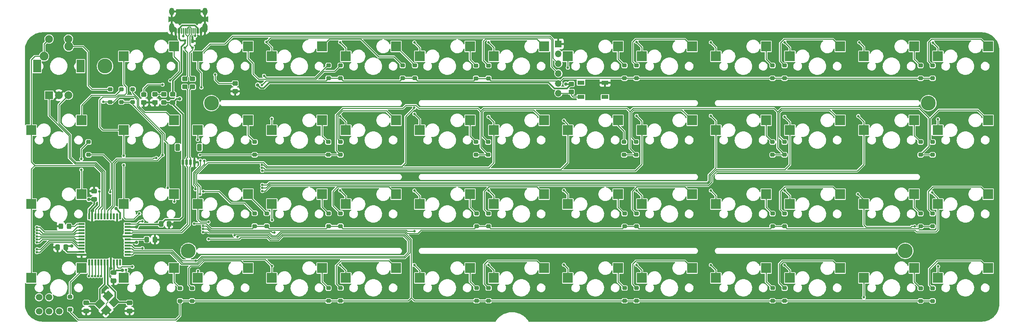
<source format=gbl>
G04 #@! TF.GenerationSoftware,KiCad,Pcbnew,(6.0.5-0)*
G04 #@! TF.CreationDate,2022-09-07T06:39:23-05:00*
G04 #@! TF.ProjectId,pcb,7063622e-6b69-4636-9164-5f7063625858,rev?*
G04 #@! TF.SameCoordinates,Original*
G04 #@! TF.FileFunction,Copper,L2,Bot*
G04 #@! TF.FilePolarity,Positive*
%FSLAX46Y46*%
G04 Gerber Fmt 4.6, Leading zero omitted, Abs format (unit mm)*
G04 Created by KiCad (PCBNEW (6.0.5-0)) date 2022-09-07 06:39:23*
%MOMM*%
%LPD*%
G01*
G04 APERTURE LIST*
G04 Aperture macros list*
%AMRoundRect*
0 Rectangle with rounded corners*
0 $1 Rounding radius*
0 $2 $3 $4 $5 $6 $7 $8 $9 X,Y pos of 4 corners*
0 Add a 4 corners polygon primitive as box body*
4,1,4,$2,$3,$4,$5,$6,$7,$8,$9,$2,$3,0*
0 Add four circle primitives for the rounded corners*
1,1,$1+$1,$2,$3*
1,1,$1+$1,$4,$5*
1,1,$1+$1,$6,$7*
1,1,$1+$1,$8,$9*
0 Add four rect primitives between the rounded corners*
20,1,$1+$1,$2,$3,$4,$5,0*
20,1,$1+$1,$4,$5,$6,$7,0*
20,1,$1+$1,$6,$7,$8,$9,0*
20,1,$1+$1,$8,$9,$2,$3,0*%
%AMRotRect*
0 Rectangle, with rotation*
0 The origin of the aperture is its center*
0 $1 length*
0 $2 width*
0 $3 Rotation angle, in degrees counterclockwise*
0 Add horizontal line*
21,1,$1,$2,0,0,$3*%
G04 Aperture macros list end*
G04 #@! TA.AperFunction,SMDPad,CuDef*
%ADD10R,2.550000X2.500000*%
G04 #@! TD*
G04 #@! TA.AperFunction,ComponentPad*
%ADD11R,2.000000X2.000000*%
G04 #@! TD*
G04 #@! TA.AperFunction,ComponentPad*
%ADD12C,2.000000*%
G04 #@! TD*
G04 #@! TA.AperFunction,ComponentPad*
%ADD13R,2.000000X3.200000*%
G04 #@! TD*
G04 #@! TA.AperFunction,ComponentPad*
%ADD14C,3.800000*%
G04 #@! TD*
G04 #@! TA.AperFunction,ComponentPad*
%ADD15C,2.250000*%
G04 #@! TD*
G04 #@! TA.AperFunction,SMDPad,CuDef*
%ADD16RoundRect,0.250000X0.475000X-0.337500X0.475000X0.337500X-0.475000X0.337500X-0.475000X-0.337500X0*%
G04 #@! TD*
G04 #@! TA.AperFunction,SMDPad,CuDef*
%ADD17RoundRect,0.250000X0.350000X-0.250000X0.350000X0.250000X-0.350000X0.250000X-0.350000X-0.250000X0*%
G04 #@! TD*
G04 #@! TA.AperFunction,ComponentPad*
%ADD18O,1.700000X1.700000*%
G04 #@! TD*
G04 #@! TA.AperFunction,ComponentPad*
%ADD19R,1.700000X1.700000*%
G04 #@! TD*
G04 #@! TA.AperFunction,SMDPad,CuDef*
%ADD20R,1.800000X1.100000*%
G04 #@! TD*
G04 #@! TA.AperFunction,SMDPad,CuDef*
%ADD21R,1.500000X0.500000*%
G04 #@! TD*
G04 #@! TA.AperFunction,SMDPad,CuDef*
%ADD22R,0.500000X1.500000*%
G04 #@! TD*
G04 #@! TA.AperFunction,SMDPad,CuDef*
%ADD23RoundRect,0.250000X-0.475000X0.337500X-0.475000X-0.337500X0.475000X-0.337500X0.475000X0.337500X0*%
G04 #@! TD*
G04 #@! TA.AperFunction,SMDPad,CuDef*
%ADD24RotRect,2.100000X1.800000X225.000000*%
G04 #@! TD*
G04 #@! TA.AperFunction,SMDPad,CuDef*
%ADD25RoundRect,0.249999X0.450001X-0.325001X0.450001X0.325001X-0.450001X0.325001X-0.450001X-0.325001X0*%
G04 #@! TD*
G04 #@! TA.AperFunction,SMDPad,CuDef*
%ADD26RoundRect,0.150000X-0.150000X-0.575000X0.150000X-0.575000X0.150000X0.575000X-0.150000X0.575000X0*%
G04 #@! TD*
G04 #@! TA.AperFunction,SMDPad,CuDef*
%ADD27RoundRect,0.075000X-0.075000X-0.650000X0.075000X-0.650000X0.075000X0.650000X-0.075000X0.650000X0*%
G04 #@! TD*
G04 #@! TA.AperFunction,ComponentPad*
%ADD28O,1.300000X2.400000*%
G04 #@! TD*
G04 #@! TA.AperFunction,ComponentPad*
%ADD29O,1.300000X1.900000*%
G04 #@! TD*
G04 #@! TA.AperFunction,SMDPad,CuDef*
%ADD30RoundRect,0.249999X-0.450001X0.325001X-0.450001X-0.325001X0.450001X-0.325001X0.450001X0.325001X0*%
G04 #@! TD*
G04 #@! TA.AperFunction,SMDPad,CuDef*
%ADD31RoundRect,0.250000X0.337500X0.475000X-0.337500X0.475000X-0.337500X-0.475000X0.337500X-0.475000X0*%
G04 #@! TD*
G04 #@! TA.AperFunction,SMDPad,CuDef*
%ADD32RoundRect,0.250000X-0.337500X-0.475000X0.337500X-0.475000X0.337500X0.475000X-0.337500X0.475000X0*%
G04 #@! TD*
G04 #@! TA.AperFunction,SMDPad,CuDef*
%ADD33RoundRect,0.249999X-0.325001X-0.450001X0.325001X-0.450001X0.325001X0.450001X-0.325001X0.450001X0*%
G04 #@! TD*
G04 #@! TA.AperFunction,SMDPad,CuDef*
%ADD34R,0.700000X1.000000*%
G04 #@! TD*
G04 #@! TA.AperFunction,SMDPad,CuDef*
%ADD35R,0.700000X0.600000*%
G04 #@! TD*
G04 #@! TA.AperFunction,ComponentPad*
%ADD36C,1.700000*%
G04 #@! TD*
G04 #@! TA.AperFunction,SMDPad,CuDef*
%ADD37RoundRect,0.150000X-0.150000X-0.625000X0.150000X-0.625000X0.150000X0.625000X-0.150000X0.625000X0*%
G04 #@! TD*
G04 #@! TA.AperFunction,SMDPad,CuDef*
%ADD38RoundRect,0.250000X-0.350000X-0.650000X0.350000X-0.650000X0.350000X0.650000X-0.350000X0.650000X0*%
G04 #@! TD*
G04 #@! TA.AperFunction,ViaPad*
%ADD39C,0.650000*%
G04 #@! TD*
G04 #@! TA.AperFunction,ViaPad*
%ADD40C,0.900000*%
G04 #@! TD*
G04 #@! TA.AperFunction,Conductor*
%ADD41C,0.250000*%
G04 #@! TD*
G04 #@! TA.AperFunction,Conductor*
%ADD42C,0.400000*%
G04 #@! TD*
G04 #@! TA.AperFunction,Conductor*
%ADD43C,0.200000*%
G04 #@! TD*
G04 APERTURE END LIST*
D10*
X117905225Y-50653950D03*
X130832225Y-48113950D03*
X194105225Y-50653950D03*
X207032225Y-48113950D03*
X175055225Y-50653950D03*
X187982225Y-48113950D03*
X156005225Y-50653950D03*
X168932225Y-48113950D03*
X79805225Y-50653950D03*
X92732225Y-48113950D03*
X213155225Y-50653950D03*
X226082225Y-48113950D03*
X232205225Y-50653950D03*
X245132225Y-48113950D03*
X79805225Y-69703950D03*
X92732225Y-67163950D03*
X98855225Y-69703950D03*
X111782225Y-67163950D03*
X136960399Y-69703950D03*
X149887399Y-67163950D03*
X270305225Y-50653950D03*
X283232225Y-48113950D03*
X156005225Y-69703950D03*
X168932225Y-67163950D03*
X175055225Y-69703950D03*
X187982225Y-67163950D03*
X194105225Y-69703950D03*
X207032225Y-67163950D03*
X98855225Y-107803950D03*
X111782225Y-105263950D03*
X117905225Y-107803950D03*
X130832225Y-105263950D03*
X136955225Y-107803950D03*
X149882225Y-105263950D03*
X156005225Y-107803950D03*
X168932225Y-105263950D03*
X175055225Y-107803950D03*
X187982225Y-105263950D03*
X213155225Y-107803950D03*
X226082225Y-105263950D03*
X232205225Y-107803950D03*
X245132225Y-105263950D03*
X251255225Y-107803950D03*
X264182225Y-105263950D03*
X270305225Y-107803950D03*
X283232225Y-105263950D03*
X194105225Y-107803950D03*
X207032225Y-105263950D03*
X270305225Y-88753950D03*
X283232225Y-86213950D03*
X251255225Y-88753950D03*
X264182225Y-86213950D03*
X213155225Y-88753950D03*
X226082225Y-86213950D03*
X175055225Y-88753950D03*
X187982225Y-86213950D03*
X136955225Y-88753950D03*
X149882225Y-86213950D03*
X79805225Y-88753950D03*
X92732225Y-86213950D03*
X156005225Y-88753950D03*
X168932225Y-86213950D03*
X289355225Y-69703950D03*
X302282225Y-67163950D03*
X117905225Y-88753950D03*
X130832225Y-86213950D03*
X98855225Y-88753950D03*
X111782225Y-86213950D03*
X251255225Y-69703950D03*
X264182225Y-67163950D03*
X232205225Y-69703950D03*
X245132225Y-67163950D03*
X270305225Y-69703950D03*
X283232225Y-67163950D03*
X289355225Y-107803950D03*
X302282225Y-105263950D03*
X289355225Y-88753950D03*
X302282225Y-86213950D03*
X289355225Y-50653950D03*
X302282225Y-48113950D03*
D11*
X60577713Y-60693958D03*
D12*
X65577713Y-60693958D03*
X63077713Y-60693958D03*
D13*
X57477713Y-53193958D03*
X68677713Y-53193958D03*
D12*
X65577713Y-46193958D03*
X60577713Y-46193958D03*
D10*
X98855225Y-50653950D03*
X111782225Y-48113950D03*
X136955225Y-50653950D03*
X149882225Y-48113950D03*
X55992713Y-107804006D03*
X68919713Y-105264006D03*
X55992713Y-69703974D03*
X68919713Y-67163974D03*
X55992713Y-88753990D03*
X68919713Y-86213990D03*
X194105225Y-88753950D03*
X207032225Y-86213950D03*
X232205225Y-88753950D03*
X245132225Y-86213950D03*
X79805225Y-107803950D03*
X92732225Y-105263950D03*
X251255225Y-50653950D03*
X264182225Y-48113950D03*
X117905225Y-69703950D03*
X130832225Y-67163950D03*
X213155225Y-69703950D03*
X226082225Y-67163950D03*
D14*
X74983973Y-53193950D03*
X286915393Y-62718958D03*
X280962279Y-100818990D03*
X96415233Y-100818990D03*
X102368363Y-62718958D03*
D15*
X59267713Y-50653958D03*
X65617713Y-48113958D03*
D16*
X72200000Y-87506450D03*
X72200000Y-85431450D03*
D17*
X116590225Y-94443950D03*
X116590225Y-91143950D03*
X208590225Y-76043950D03*
X208590225Y-72743950D03*
X170490225Y-76043950D03*
X170490225Y-72743950D03*
X135581415Y-76043950D03*
X135581415Y-72743950D03*
X113490225Y-76043950D03*
X113490225Y-72743950D03*
X284890625Y-56306250D03*
X284890625Y-53006250D03*
X249881415Y-56306250D03*
X249881415Y-53006250D03*
X211781415Y-56306250D03*
X211781415Y-53006250D03*
X208681415Y-56306250D03*
X208681415Y-53006250D03*
X173651789Y-56333377D03*
X173651789Y-53033377D03*
X170476789Y-56333377D03*
X170476789Y-53033377D03*
X154751789Y-56306250D03*
X154751789Y-53006250D03*
X287990625Y-113750000D03*
X287990625Y-110450000D03*
X284890625Y-113750000D03*
X284890625Y-110450000D03*
X249890625Y-113713123D03*
X249890625Y-110413123D03*
X246790625Y-113706250D03*
X246790625Y-110406250D03*
X211783999Y-113706250D03*
X211783999Y-110406250D03*
X208700000Y-113706250D03*
X208700000Y-110406250D03*
X211790625Y-94506250D03*
X211790625Y-91206250D03*
X284890625Y-76043950D03*
X284890625Y-72743950D03*
X208690625Y-94506250D03*
X208690625Y-91206250D03*
X170585999Y-94506250D03*
X170585999Y-91206250D03*
X132490225Y-94443950D03*
X132490225Y-91143950D03*
X287990625Y-76043950D03*
X287990625Y-72743950D03*
X284890625Y-94506250D03*
X284890625Y-91206250D03*
X249890625Y-94506250D03*
X249890625Y-91206250D03*
X246790625Y-94506250D03*
X246790625Y-91206250D03*
X173690625Y-113706250D03*
X173690625Y-110406250D03*
X151576789Y-56306250D03*
X151576789Y-53006250D03*
X211690225Y-76043950D03*
X211690225Y-72743950D03*
D18*
X191665313Y-60143950D03*
X191665313Y-49983950D03*
X191665313Y-55063950D03*
X191665313Y-57603950D03*
X191665313Y-52523950D03*
D19*
X191665313Y-47443950D03*
D17*
X287990625Y-56306250D03*
X287990625Y-53006250D03*
X66000000Y-115950000D03*
X66000000Y-112650000D03*
X79200000Y-62443950D03*
X79200000Y-59143950D03*
X70700000Y-76043950D03*
X70700000Y-72743950D03*
D20*
X203690225Y-57443950D03*
X197490225Y-61143950D03*
X203690225Y-61143950D03*
X197490225Y-57443950D03*
D21*
X80765225Y-93868950D03*
X80765225Y-94668950D03*
X80765225Y-95468950D03*
X80765225Y-96268950D03*
X80765225Y-97068950D03*
X80765225Y-97868950D03*
X80765225Y-98668950D03*
X80765225Y-99468950D03*
X80765225Y-100268950D03*
X80765225Y-101068950D03*
X80765225Y-101868950D03*
D22*
X78865225Y-103768950D03*
X78065225Y-103768950D03*
X77265225Y-103768950D03*
X76465225Y-103768950D03*
X75665225Y-103768950D03*
X74865225Y-103768950D03*
X74065225Y-103768950D03*
X73265225Y-103768950D03*
X72465225Y-103768950D03*
X71665225Y-103768950D03*
X70865225Y-103768950D03*
D21*
X68965225Y-101868950D03*
X68965225Y-101068950D03*
X68965225Y-100268950D03*
X68965225Y-99468950D03*
X68965225Y-98668950D03*
X68965225Y-97868950D03*
X68965225Y-97068950D03*
X68965225Y-96268950D03*
X68965225Y-95468950D03*
X68965225Y-94668950D03*
X68965225Y-93868950D03*
D22*
X70865225Y-91968950D03*
X71665225Y-91968950D03*
X72465225Y-91968950D03*
X73265225Y-91968950D03*
X74065225Y-91968950D03*
X74865225Y-91968950D03*
X75665225Y-91968950D03*
X76465225Y-91968950D03*
X77265225Y-91968950D03*
X78065225Y-91968950D03*
X78865225Y-91968950D03*
D23*
X77165225Y-106431450D03*
X77165225Y-108506450D03*
X70165225Y-114231450D03*
X70165225Y-116306450D03*
X81265225Y-114231450D03*
X81265225Y-116306450D03*
D24*
X77303703Y-114056818D03*
X75253093Y-116107428D03*
X73626747Y-114481082D03*
X75677357Y-112430472D03*
D25*
X92390225Y-62518950D03*
X92390225Y-60468950D03*
D26*
X93165217Y-44091450D03*
X93965217Y-44091450D03*
D27*
X95165217Y-44091450D03*
X96161217Y-44091450D03*
X96665217Y-44091450D03*
X97665217Y-44091450D03*
D26*
X99665217Y-44091450D03*
X98865217Y-44091450D03*
D27*
X98165217Y-44091450D03*
X97165217Y-44091450D03*
X95665217Y-44091450D03*
X94665217Y-44091450D03*
D28*
X100715217Y-43316450D03*
D29*
X100715217Y-39116450D03*
X92115217Y-39116450D03*
D28*
X92115217Y-43316450D03*
D25*
X97490625Y-58518950D03*
X97490625Y-56468950D03*
X84940225Y-62568950D03*
X84940225Y-60518950D03*
D30*
X90090225Y-60468950D03*
X90090225Y-62518950D03*
D25*
X87790225Y-62518950D03*
X87790225Y-60468950D03*
D17*
X135590625Y-113706250D03*
X135590625Y-110406250D03*
X132490625Y-113713123D03*
X132490625Y-110413123D03*
D31*
X64837500Y-99900000D03*
X62762500Y-99900000D03*
D25*
X95490625Y-58518950D03*
X95490625Y-56468950D03*
D32*
X89412500Y-93850000D03*
X91487500Y-93850000D03*
X85727725Y-97900000D03*
X87802725Y-97900000D03*
D33*
X63640225Y-94500000D03*
X65690225Y-94500000D03*
D17*
X82090225Y-62443950D03*
X82090225Y-59143950D03*
X94290225Y-113743950D03*
X94290225Y-110443950D03*
X97390225Y-113743950D03*
X97390225Y-110443950D03*
X170590625Y-113706250D03*
X170590625Y-110406250D03*
X135590225Y-94443950D03*
X135590225Y-91143950D03*
X173650000Y-94506250D03*
X173650000Y-91206250D03*
X287990625Y-94506250D03*
X287990625Y-91206250D03*
X113490225Y-94443950D03*
X113490225Y-91143950D03*
X135581415Y-56306250D03*
X135581415Y-53006250D03*
X76300000Y-62443950D03*
X76300000Y-59143950D03*
X246781415Y-56306250D03*
X246781415Y-53006250D03*
X132490625Y-56299950D03*
X132490625Y-52999950D03*
D25*
X194990225Y-59818950D03*
X194990225Y-57768950D03*
D17*
X249881415Y-76043950D03*
X249881415Y-72743950D03*
X246781415Y-76043950D03*
X246781415Y-72743950D03*
X173590225Y-76043950D03*
X173590225Y-72743950D03*
X132431415Y-76043950D03*
X132431415Y-72743950D03*
D25*
X108465225Y-59693950D03*
X108465225Y-57643950D03*
D34*
X97490625Y-46743950D03*
D35*
X97490625Y-48443950D03*
X95490625Y-48443950D03*
X95490625Y-46543950D03*
D36*
X58000000Y-116400000D03*
X60600000Y-116400000D03*
X63200000Y-116400000D03*
X58000000Y-112768958D03*
X60600000Y-112768958D03*
D37*
X94990225Y-77993950D03*
X95990225Y-77993950D03*
X96990225Y-77993950D03*
X97990225Y-77993950D03*
D38*
X99290225Y-74118950D03*
X93690225Y-74118950D03*
D39*
X115911125Y-55668950D03*
X91735725Y-56893950D03*
X92800000Y-88100000D03*
X100300000Y-85507470D03*
D40*
X193590225Y-57793950D03*
X83048138Y-98651862D03*
X70831050Y-87568950D03*
X83048138Y-94651862D03*
X94200000Y-61600000D03*
X66440940Y-99559060D03*
X79400000Y-105800000D03*
X114265118Y-58034882D03*
X77800000Y-89900000D03*
D39*
X74500000Y-62400000D03*
X115300000Y-58073450D03*
X91100000Y-84600000D03*
X109100000Y-97200000D03*
X99400000Y-76100000D03*
X89806050Y-76093950D03*
X97900000Y-93800000D03*
X84565225Y-93168950D03*
X76340980Y-85687010D03*
X88190231Y-76890231D03*
X99500000Y-77500000D03*
X108317490Y-96782490D03*
X98275725Y-84927970D03*
X79800000Y-76300000D03*
X80412802Y-105712802D03*
X79800000Y-78700000D03*
X84600000Y-100109930D03*
X83800000Y-91200000D03*
X98852713Y-72168958D03*
X101600000Y-93400000D03*
X101600000Y-97800000D03*
X100500000Y-77600000D03*
X98334003Y-103334015D03*
X99790225Y-58693950D03*
X98890225Y-105993950D03*
X117940225Y-104743950D03*
X117905225Y-66741650D03*
X117940225Y-92843950D03*
X116490625Y-46956250D03*
X135490625Y-47056250D03*
X135490625Y-85256250D03*
X100200000Y-95179503D03*
X135490625Y-104456250D03*
X135490625Y-66094350D03*
X57452713Y-101168958D03*
X118590225Y-96043950D03*
X154590625Y-104456250D03*
X57452713Y-100389455D03*
X154590625Y-47056250D03*
X154590625Y-95709375D03*
X154590625Y-85256250D03*
X154590625Y-65493550D03*
X100200000Y-94400000D03*
X173690625Y-66244350D03*
X115368756Y-78617901D03*
X173690625Y-85256250D03*
X173690625Y-104456250D03*
X173690625Y-47056250D03*
X57465225Y-98627956D03*
X193099994Y-67203719D03*
X115354987Y-79397282D03*
X193090225Y-85193950D03*
X57465225Y-97848453D03*
X194090225Y-53593950D03*
X193090225Y-104393950D03*
X211790625Y-104456250D03*
X57465225Y-97068950D03*
X211790625Y-85256250D03*
X211790625Y-65994350D03*
X211790625Y-46956250D03*
X115465225Y-80168950D03*
X230890625Y-85256250D03*
X230890625Y-47056250D03*
X57465225Y-96289447D03*
X230890625Y-65994350D03*
X230890625Y-104456250D03*
X115465225Y-83789447D03*
X57464747Y-95469431D03*
X249890625Y-104456250D03*
X249890625Y-47056250D03*
X249890625Y-85256250D03*
X249890625Y-66243550D03*
X115465225Y-84568950D03*
X269090625Y-47056250D03*
X283365225Y-94468950D03*
X270290225Y-112793950D03*
X57465368Y-94689929D03*
X268752713Y-86168958D03*
X268852713Y-66068958D03*
X115465225Y-85368950D03*
X289365225Y-66868950D03*
X289390225Y-104793950D03*
X73500000Y-85500000D03*
X287865225Y-85768950D03*
X288090625Y-47156250D03*
X100200000Y-95959006D03*
X103340225Y-55393950D03*
X98190225Y-45393950D03*
X95146515Y-45410167D03*
X89790225Y-57943950D03*
X99434725Y-86200000D03*
X82022571Y-104922571D03*
X154554128Y-63938315D03*
X82900000Y-66700000D03*
X92900000Y-94800000D03*
X89300000Y-97900000D03*
X68900000Y-77100000D03*
X68900000Y-79900000D03*
X73979503Y-107300000D03*
X73200000Y-107300000D03*
X72400000Y-107300000D03*
X71620497Y-107300000D03*
X70840994Y-107300000D03*
D41*
X92732225Y-48113950D02*
X92732225Y-50735950D01*
X94090225Y-54539450D02*
X91735725Y-56893950D01*
X116428615Y-56186440D02*
X129076837Y-56186440D01*
X115911125Y-55668950D02*
X116428615Y-56186440D01*
X132263328Y-52999950D02*
X132490625Y-52999950D01*
X92732225Y-50735950D02*
X94090225Y-52093950D01*
X94090225Y-52093950D02*
X94090225Y-54539450D01*
X129076837Y-56186440D02*
X132263328Y-52999950D01*
X131300000Y-54500000D02*
X129234039Y-56565960D01*
X114462235Y-56565960D02*
X113065225Y-55168950D01*
X129234039Y-56565960D02*
X114462235Y-56565960D01*
X113065225Y-52468950D02*
X111782225Y-51185950D01*
X111782225Y-51185950D02*
X111782225Y-48113950D01*
X134087665Y-54500000D02*
X131300000Y-54500000D01*
X135581415Y-53006250D02*
X134087665Y-54500000D01*
X113065225Y-55168950D02*
X113065225Y-52468950D01*
X140835770Y-46235770D02*
X145400000Y-50800000D01*
X130832225Y-48113950D02*
X132710405Y-46235770D01*
X132710405Y-46235770D02*
X140835770Y-46235770D01*
X145400000Y-50800000D02*
X149370539Y-50800000D01*
X149370539Y-50800000D02*
X151576789Y-53006250D01*
X154751789Y-52983514D02*
X149882225Y-48113950D01*
X154751789Y-53006250D02*
X154751789Y-52983514D01*
X168932225Y-51488813D02*
X168932225Y-48113950D01*
X170476789Y-53033377D02*
X168932225Y-51488813D01*
X172864230Y-46235770D02*
X172300000Y-46800000D01*
X186104045Y-46235770D02*
X172864230Y-46235770D01*
X172300000Y-46800000D02*
X172300000Y-51681588D01*
X187982225Y-48113950D02*
X186104045Y-46235770D01*
X172300000Y-51681588D02*
X173651789Y-53033377D01*
X207032225Y-48113950D02*
X207032225Y-51357060D01*
X207032225Y-51357060D02*
X208681415Y-53006250D01*
X226082225Y-48113950D02*
X224207704Y-46239429D01*
X224207704Y-46239429D02*
X211544746Y-46239429D01*
X211544746Y-46239429D02*
X210800000Y-46984175D01*
X210800000Y-52024835D02*
X211781415Y-53006250D01*
X210800000Y-46984175D02*
X210800000Y-52024835D01*
X245132225Y-51357060D02*
X246781415Y-53006250D01*
X245132225Y-48113950D02*
X245132225Y-51357060D01*
X248800000Y-47203725D02*
X248800000Y-51924835D01*
X248800000Y-51924835D02*
X249881415Y-53006250D01*
X262307704Y-46239429D02*
X249764296Y-46239429D01*
X249764296Y-46239429D02*
X248800000Y-47203725D01*
X264182225Y-48113950D02*
X262307704Y-46239429D01*
X284890625Y-53006250D02*
X283232225Y-51347850D01*
X283232225Y-51347850D02*
X283232225Y-48113950D01*
X302282225Y-48113950D02*
X300407704Y-46239429D01*
X286890625Y-51906250D02*
X287990625Y-53006250D01*
X300407704Y-46239429D02*
X287707446Y-46239429D01*
X287707446Y-46239429D02*
X286890625Y-47056250D01*
X286890625Y-47056250D02*
X286890625Y-51906250D01*
X82090225Y-59143950D02*
X82090225Y-60132093D01*
X83590225Y-63516781D02*
X85167394Y-65093950D01*
X83590225Y-61632093D02*
X83590225Y-63516781D01*
X90662225Y-65093950D02*
X92732225Y-67163950D01*
X82090225Y-60132093D02*
X83590225Y-61632093D01*
X85167394Y-65093950D02*
X90662225Y-65093950D01*
X111782225Y-71035950D02*
X113490225Y-72743950D01*
X111782225Y-67163950D02*
X111782225Y-71035950D01*
X130832225Y-71144760D02*
X130832225Y-67163950D01*
X132431415Y-72743950D02*
X130832225Y-71144760D01*
X134890225Y-65875197D02*
X134890225Y-72052760D01*
X134890225Y-72052760D02*
X135581415Y-72743950D01*
X149887399Y-67163950D02*
X147417399Y-64693950D01*
X147417399Y-64693950D02*
X136071473Y-64693950D01*
X136071473Y-64693950D02*
X134890225Y-65875197D01*
X170490225Y-72743950D02*
X168932225Y-71185950D01*
X168932225Y-71185950D02*
X168932225Y-67163950D01*
X185291745Y-64473470D02*
X172547427Y-64473470D01*
X187982225Y-67163950D02*
X185291745Y-64473470D01*
X172069745Y-71223470D02*
X173590225Y-72743950D01*
X172547427Y-64473470D02*
X172069745Y-64951152D01*
X172069745Y-64951152D02*
X172069745Y-71223470D01*
X207032225Y-68435950D02*
X208590225Y-69993950D01*
X207032225Y-67163950D02*
X207032225Y-68435950D01*
X208590225Y-69993950D02*
X208590225Y-72743950D01*
X210469745Y-65054718D02*
X210469745Y-71523470D01*
X211050993Y-64473470D02*
X210469745Y-65054718D01*
X223391745Y-64473470D02*
X211050993Y-64473470D01*
X210469745Y-71523470D02*
X211690225Y-72743950D01*
X226082225Y-67163950D02*
X223391745Y-64473470D01*
X245132225Y-71094760D02*
X245132225Y-67163950D01*
X246781415Y-72743950D02*
X245132225Y-71094760D01*
X249147427Y-64473470D02*
X248469745Y-65151152D01*
X248469745Y-71332280D02*
X249881415Y-72743950D01*
X264182225Y-67163950D02*
X261491745Y-64473470D01*
X248469745Y-65151152D02*
X248469745Y-71332280D01*
X261491745Y-64473470D02*
X249147427Y-64473470D01*
X283232225Y-71085550D02*
X283232225Y-67163950D01*
X284890625Y-72743950D02*
X283232225Y-71085550D01*
X289610705Y-64473470D02*
X299591745Y-64473470D01*
X287390225Y-72143550D02*
X287390225Y-66693950D01*
X287390225Y-66693950D02*
X289610705Y-64473470D01*
X299591745Y-64473470D02*
X302282225Y-67163950D01*
X287990625Y-72743950D02*
X287390225Y-72143550D01*
X105600000Y-86800000D02*
X104307470Y-85507470D01*
X92800000Y-88100000D02*
X92800000Y-86281725D01*
X104307470Y-85507470D02*
X100300000Y-85507470D01*
X113490225Y-91143950D02*
X110846275Y-88500000D01*
X107300000Y-88500000D02*
X105600000Y-86800000D01*
X110846275Y-88500000D02*
X107300000Y-88500000D01*
X92800000Y-86281725D02*
X92732225Y-86213950D01*
X111782225Y-86213950D02*
X111782225Y-86335950D01*
X111782225Y-86335950D02*
X116590225Y-91143950D01*
X130832225Y-86213950D02*
X130832225Y-89485950D01*
X130832225Y-89485950D02*
X132490225Y-91143950D01*
X133590625Y-85494350D02*
X133590625Y-89144350D01*
X148007704Y-84339429D02*
X134745546Y-84339429D01*
X133590625Y-89144350D02*
X135590225Y-91143950D01*
X149882225Y-86213950D02*
X148007704Y-84339429D01*
X134745546Y-84339429D02*
X133590625Y-85494350D01*
X170585999Y-91206250D02*
X168932225Y-89552476D01*
X168932225Y-89552476D02*
X168932225Y-86213950D01*
X187982225Y-86213950D02*
X186107704Y-84339429D01*
X172600000Y-85527322D02*
X172600000Y-90156250D01*
X186107704Y-84339429D02*
X173787893Y-84339429D01*
X173787893Y-84339429D02*
X172600000Y-85527322D01*
X172600000Y-90156250D02*
X173650000Y-91206250D01*
X207032225Y-89547850D02*
X208690625Y-91206250D01*
X207032225Y-86213950D02*
X207032225Y-89547850D01*
X210700000Y-85527322D02*
X210700000Y-90115625D01*
X224207704Y-84339429D02*
X211887893Y-84339429D01*
X211887893Y-84339429D02*
X210700000Y-85527322D01*
X210700000Y-90115625D02*
X211790625Y-91206250D01*
X226082225Y-86213950D02*
X224207704Y-84339429D01*
X245132225Y-89547850D02*
X246790625Y-91206250D01*
X245132225Y-86213950D02*
X245132225Y-89547850D01*
X264182225Y-86213950D02*
X262307704Y-84339429D01*
X262307704Y-84339429D02*
X249964296Y-84339429D01*
X248800000Y-85503725D02*
X248800000Y-90115625D01*
X248800000Y-90115625D02*
X249890625Y-91206250D01*
X249964296Y-84339429D02*
X248800000Y-85503725D01*
X283232225Y-89547850D02*
X284890625Y-91206250D01*
X283232225Y-86213950D02*
X283232225Y-89547850D01*
X286900000Y-90115625D02*
X287990625Y-91206250D01*
X300407704Y-84339429D02*
X288044746Y-84339429D01*
X288044746Y-84339429D02*
X286900000Y-85484175D01*
X302282225Y-86213950D02*
X300407704Y-84339429D01*
X286900000Y-85484175D02*
X286900000Y-90115625D01*
X92732225Y-105263950D02*
X92732225Y-108885950D01*
X92732225Y-108885950D02*
X94290225Y-110443950D01*
X111782225Y-105263950D02*
X109907704Y-103389429D01*
X109907704Y-103389429D02*
X100385704Y-103389429D01*
X100385704Y-103389429D02*
X99102578Y-104672555D01*
X96490225Y-105193950D02*
X96490225Y-109543950D01*
X99102578Y-104672555D02*
X97011620Y-104672555D01*
X97011620Y-104672555D02*
X96490225Y-105193950D01*
X96490225Y-109543950D02*
X97390225Y-110443950D01*
X132490625Y-110413123D02*
X130832225Y-108754723D01*
X130832225Y-108754723D02*
X130832225Y-105263950D01*
X134490225Y-104593950D02*
X134490225Y-109305850D01*
X135694746Y-103389429D02*
X134490225Y-104593950D01*
X134490225Y-109305850D02*
X135590625Y-110406250D01*
X148007704Y-103389429D02*
X135694746Y-103389429D01*
X149882225Y-105263950D02*
X148007704Y-103389429D01*
X168932225Y-105263950D02*
X168932225Y-108747850D01*
X168932225Y-108747850D02*
X170590625Y-110406250D01*
X186107704Y-103389429D02*
X173494746Y-103389429D01*
X172590225Y-104293950D02*
X172590225Y-109305850D01*
X187982225Y-105263950D02*
X186107704Y-103389429D01*
X172590225Y-109305850D02*
X173690625Y-110406250D01*
X173494746Y-103389429D02*
X172590225Y-104293950D01*
X207032225Y-108738475D02*
X208700000Y-110406250D01*
X207032225Y-105263950D02*
X207032225Y-108738475D01*
X210740225Y-104243950D02*
X210740225Y-109362476D01*
X226082225Y-105263950D02*
X224207704Y-103389429D01*
X224207704Y-103389429D02*
X211594746Y-103389429D01*
X210740225Y-109362476D02*
X211783999Y-110406250D01*
X211594746Y-103389429D02*
X210740225Y-104243950D01*
X245132225Y-108747850D02*
X246790625Y-110406250D01*
X245132225Y-105263950D02*
X245132225Y-108747850D01*
X249294746Y-103389429D02*
X248490225Y-104193950D01*
X248490225Y-104193950D02*
X248490225Y-109012723D01*
X264182225Y-105263950D02*
X262307704Y-103389429D01*
X248490225Y-109012723D02*
X249890625Y-110413123D01*
X262307704Y-103389429D02*
X249294746Y-103389429D01*
X283232225Y-108791600D02*
X284890625Y-110450000D01*
X283232225Y-105263950D02*
X283232225Y-108791600D01*
X300407704Y-103389429D02*
X302282225Y-105263950D01*
X287100000Y-105500000D02*
X289200000Y-103400000D01*
X287990625Y-110450000D02*
X287100000Y-109559375D01*
X289200000Y-103400000D02*
X295200000Y-103400000D01*
X287100000Y-109559375D02*
X287100000Y-105500000D01*
X295200000Y-103400000D02*
X295210571Y-103389429D01*
X295210571Y-103389429D02*
X300407704Y-103389429D01*
D42*
X72200000Y-87506450D02*
X70893550Y-87506450D01*
X92390225Y-62518950D02*
X92390225Y-63009775D01*
X72200000Y-88800000D02*
X70865225Y-90134775D01*
X83700000Y-94000000D02*
X83048138Y-94651862D01*
X70893550Y-87506450D02*
X70831050Y-87568950D01*
X68965225Y-101068950D02*
X65268950Y-101068950D01*
X83031050Y-98668950D02*
X83048138Y-98651862D01*
X92390225Y-63009775D02*
X94990225Y-65609775D01*
X77165225Y-106431450D02*
X77796675Y-105800000D01*
X194990225Y-57768950D02*
X193859175Y-58900000D01*
X64837500Y-100637500D02*
X64837500Y-99900000D01*
X94204520Y-92795480D02*
X94990225Y-92009775D01*
X77265225Y-103768950D02*
X77265225Y-106331450D01*
X83031050Y-94668950D02*
X83048138Y-94651862D01*
X93309175Y-61600000D02*
X92390225Y-62518950D01*
X90467020Y-92795480D02*
X94204520Y-92795480D01*
X189100000Y-57400000D02*
X117200001Y-57400000D01*
X80765225Y-94668950D02*
X83031050Y-94668950D01*
X193815225Y-57768950D02*
X193790225Y-57793950D01*
X65178440Y-99559060D02*
X64837500Y-99900000D01*
X78865225Y-91968950D02*
X78865225Y-90965225D01*
X117200001Y-57400000D02*
X115800000Y-58800000D01*
X89362500Y-94000000D02*
X83700000Y-94000000D01*
X66440940Y-99559060D02*
X65178440Y-99559060D01*
X115800000Y-58800000D02*
X115030236Y-58800000D01*
X80765225Y-98668950D02*
X83031050Y-98668950D01*
X194990225Y-57768950D02*
X193815225Y-57768950D01*
X78865225Y-90965225D02*
X77800000Y-89900000D01*
X193859175Y-58900000D02*
X190600000Y-58900000D01*
X115030236Y-58800000D02*
X114265118Y-58034882D01*
X94200000Y-61600000D02*
X93309175Y-61600000D01*
X72200000Y-87506450D02*
X72200000Y-88800000D01*
X77796675Y-105800000D02*
X79400000Y-105800000D01*
X90090225Y-62518950D02*
X92390225Y-62518950D01*
X89412500Y-93850000D02*
X90467020Y-92795480D01*
X190600000Y-58900000D02*
X189100000Y-57400000D01*
X70865225Y-90134775D02*
X70865225Y-91968950D01*
X94990225Y-92009775D02*
X94990225Y-77993950D01*
X94990225Y-65609775D02*
X94990225Y-77993950D01*
X65268950Y-101068950D02*
X64837500Y-100637500D01*
X193790225Y-57793950D02*
X193590225Y-57793950D01*
D41*
X80765225Y-97868950D02*
X85696675Y-97868950D01*
X85696675Y-97868950D02*
X85727725Y-97900000D01*
D42*
X75665225Y-109468950D02*
X75665225Y-103768950D01*
X77615225Y-111418950D02*
X75665225Y-109468950D01*
X81090593Y-114056818D02*
X77303703Y-114056818D01*
X77615225Y-113745296D02*
X77615225Y-111418950D01*
X73626747Y-110607428D02*
X74865225Y-109368950D01*
X73626747Y-114481082D02*
X70414857Y-114481082D01*
X74865225Y-109368950D02*
X74865225Y-103768950D01*
X73626747Y-114481082D02*
X73626747Y-110607428D01*
D41*
X76256050Y-62400000D02*
X76300000Y-62443950D01*
X208681415Y-56306250D02*
X192963013Y-56306250D01*
X82365360Y-60943950D02*
X83210705Y-61789295D01*
X109100000Y-97200000D02*
X109337970Y-96962030D01*
X74500000Y-62400000D02*
X76256050Y-62400000D01*
X94913515Y-103913515D02*
X92068950Y-101068950D01*
X150937559Y-56945480D02*
X151576789Y-56306250D01*
X132490625Y-56299950D02*
X131845095Y-56945480D01*
X152001152Y-96582510D02*
X153420480Y-98001838D01*
X174263892Y-56945480D02*
X191006843Y-56945480D01*
X83210705Y-63673983D02*
X90185570Y-70648848D01*
X155391019Y-56945480D02*
X169864686Y-56945480D01*
X211781415Y-56306250D02*
X208681415Y-56306250D01*
X78543950Y-60943950D02*
X82365360Y-60943950D01*
X92068950Y-101068950D02*
X80765225Y-101068950D01*
X98708023Y-103913515D02*
X94913515Y-103913515D01*
X91100000Y-73140816D02*
X91100000Y-84600000D01*
X116427970Y-56945480D02*
X115300000Y-58073450D01*
X99991149Y-102630389D02*
X98708023Y-103913515D01*
X153420480Y-98001838D02*
X153420480Y-101337913D01*
X132490625Y-56299950D02*
X135575115Y-56299950D01*
X192963013Y-56306250D02*
X191665313Y-57603950D01*
X135581415Y-56306250D02*
X136220645Y-56945480D01*
X169864686Y-56945480D02*
X170476789Y-56333377D01*
X191006843Y-56945480D02*
X191665313Y-57603950D01*
X109337970Y-96962030D02*
X116900000Y-96962030D01*
X154751789Y-56306250D02*
X155391019Y-56945480D01*
X249881415Y-56306250D02*
X284890625Y-56306250D01*
X246781415Y-56306250D02*
X249881415Y-56306250D01*
X135575115Y-56299950D02*
X135581415Y-56306250D01*
X83210705Y-61789295D02*
X83210705Y-63673983D01*
X131845095Y-56945480D02*
X116427970Y-56945480D01*
X173651789Y-56333377D02*
X174263892Y-56945480D01*
X90185570Y-70648848D02*
X90185570Y-72226386D01*
X170476789Y-56333377D02*
X173651789Y-56333377D01*
X117637970Y-97700000D02*
X119439712Y-97700000D01*
X152128004Y-102630389D02*
X99991149Y-102630389D01*
X90185570Y-72226386D02*
X91100000Y-73140816D01*
X153420480Y-101337913D02*
X152128004Y-102630389D01*
X76300000Y-62443950D02*
X77043950Y-62443950D01*
X151576789Y-56306250D02*
X154751789Y-56306250D01*
X77043950Y-62443950D02*
X78543950Y-60943950D01*
X119439712Y-97700000D02*
X120557202Y-96582510D01*
X116900000Y-96962030D02*
X117637970Y-97700000D01*
X136220645Y-56945480D02*
X150937559Y-56945480D01*
X287990625Y-56306250D02*
X284890625Y-56306250D01*
X211781415Y-56306250D02*
X246781415Y-56306250D01*
X120557202Y-96582510D02*
X152001152Y-96582510D01*
X151606050Y-64093950D02*
X152400000Y-63300000D01*
X248090225Y-74252760D02*
X249881415Y-76043950D01*
X248090225Y-64993950D02*
X248090225Y-74252760D01*
X89806050Y-70806050D02*
X89806050Y-76093950D01*
X155793950Y-64093950D02*
X170940225Y-64093950D01*
X152400000Y-63300000D02*
X155000000Y-63300000D01*
X82090225Y-62443950D02*
X79200000Y-62443950D01*
X171690225Y-64843950D02*
X171690225Y-74143950D01*
X82090225Y-62443950D02*
X82090225Y-63090225D01*
X248990225Y-64093950D02*
X284567907Y-64093950D01*
X82090225Y-63090225D02*
X89806050Y-70806050D01*
X76465225Y-91968950D02*
X76465225Y-90134775D01*
X78100000Y-77500000D02*
X88400000Y-77500000D01*
X113490225Y-76043950D02*
X135581415Y-76043950D01*
X248090225Y-64993950D02*
X247190225Y-64093950D01*
X77300000Y-89300000D02*
X77300000Y-78300000D01*
X210090225Y-64897516D02*
X210090225Y-74443950D01*
X88400000Y-77500000D02*
X89806050Y-76093950D01*
X135581415Y-76043950D02*
X134490225Y-74952760D01*
X249881415Y-76043950D02*
X246781415Y-76043950D01*
X155000000Y-63300000D02*
X155793950Y-64093950D01*
X287990625Y-76043950D02*
X284890625Y-76043950D01*
X113490225Y-76043950D02*
X99456050Y-76043950D01*
X284567907Y-64093950D02*
X287010705Y-66536748D01*
X170940225Y-64093950D02*
X171665225Y-64818950D01*
X170490225Y-76043950D02*
X173590225Y-76043950D01*
X136134750Y-64093950D02*
X151606050Y-64093950D01*
X284890625Y-76043950D02*
X284890625Y-75993550D01*
X171665225Y-64818950D02*
X171690225Y-64843950D01*
X248090225Y-64993950D02*
X248990225Y-64093950D01*
X134490225Y-74952760D02*
X134490225Y-65738475D01*
X247190225Y-64093950D02*
X210893791Y-64093950D01*
X287010705Y-66614430D02*
X287010705Y-66536748D01*
X76465225Y-90134775D02*
X77300000Y-89300000D01*
X77300000Y-78300000D02*
X78100000Y-77500000D01*
X210090225Y-74443950D02*
X211690225Y-76043950D01*
X134490225Y-65738475D02*
X136134750Y-64093950D01*
X171690225Y-74143950D02*
X173590225Y-76043950D01*
X210893791Y-64093950D02*
X210090225Y-64897516D01*
X208890225Y-76043950D02*
X211990225Y-76043950D01*
X287010705Y-67973470D02*
X287010705Y-66614430D01*
X209286660Y-64093950D02*
X172390225Y-64093950D01*
X284890625Y-75993550D02*
X287010705Y-73873470D01*
X172390225Y-64093950D02*
X171665225Y-64818950D01*
X287010705Y-67973470D02*
X287010705Y-73873470D01*
X210090225Y-64897516D02*
X209286660Y-64093950D01*
X99456050Y-76043950D02*
X99400000Y-76100000D01*
X211790625Y-94506250D02*
X208690625Y-94506250D01*
X246790625Y-94506250D02*
X246232445Y-95064430D01*
X250448805Y-95064430D02*
X249890625Y-94506250D01*
X113490225Y-94443950D02*
X112869745Y-95064430D01*
X83131050Y-93868950D02*
X83831050Y-93168950D01*
X170027819Y-95064430D02*
X136210705Y-95064430D01*
X212348805Y-95064430D02*
X211790625Y-94506250D01*
X131869745Y-95064430D02*
X117210705Y-95064430D01*
X284890625Y-94506250D02*
X284332445Y-95064430D01*
X76540960Y-84880711D02*
X76540960Y-78040960D01*
X116590225Y-94443950D02*
X113490225Y-94443950D01*
X284332445Y-95064430D02*
X250448805Y-95064430D01*
X102835570Y-95064430D02*
X102464430Y-95064430D01*
X74543950Y-76043950D02*
X70700000Y-76043950D01*
X246232445Y-95064430D02*
X212348805Y-95064430D01*
X135590225Y-94443950D02*
X132490225Y-94443950D01*
X112869745Y-95064430D02*
X102835570Y-95064430D01*
X208690625Y-94506250D02*
X208132445Y-95064430D01*
X170585999Y-94506250D02*
X170027819Y-95064430D01*
X136210705Y-95064430D02*
X135590225Y-94443950D01*
X284890625Y-94506250D02*
X287990625Y-94506250D01*
X102835570Y-95064430D02*
X102264430Y-95064430D01*
X117210705Y-95064430D02*
X116590225Y-94443950D01*
X80765225Y-93868950D02*
X83131050Y-93868950D01*
X249890625Y-94506250D02*
X246790625Y-94506250D01*
X76540960Y-78040960D02*
X74543950Y-76043950D01*
X132490225Y-94443950D02*
X131869745Y-95064430D01*
X83831050Y-93168950D02*
X84565225Y-93168950D01*
X173650000Y-94506250D02*
X174208180Y-95064430D01*
X76340980Y-85080691D02*
X76540960Y-84880711D01*
X97900000Y-93800000D02*
X101000000Y-93800000D01*
X170585999Y-94506250D02*
X173650000Y-94506250D01*
X101000000Y-93800000D02*
X102264430Y-95064430D01*
X208132445Y-95064430D02*
X174208180Y-95064430D01*
X76340980Y-85687010D02*
X76340980Y-85080691D01*
X108317490Y-96782490D02*
X108517470Y-96582510D01*
X135590625Y-113706250D02*
X153006250Y-113706250D01*
X93200000Y-118600000D02*
X94290225Y-117509775D01*
X153800000Y-112912500D02*
X154593750Y-113706250D01*
X98275725Y-84927970D02*
X98275725Y-84275725D01*
X135583752Y-113713123D02*
X135590625Y-113706250D01*
X99500000Y-77500000D02*
X99500000Y-78900000D01*
X76920480Y-89142798D02*
X75665225Y-90398053D01*
X66000000Y-116550000D02*
X68050000Y-118600000D01*
X87509769Y-76890231D02*
X87279520Y-77120480D01*
X87279520Y-77120480D02*
X77942798Y-77120480D01*
X120400000Y-96202990D02*
X152158354Y-96202990D01*
X75665225Y-90398053D02*
X75665225Y-91968950D01*
X76920480Y-78142798D02*
X76920480Y-89142798D01*
X155093750Y-113706250D02*
X154593750Y-113706250D01*
X66000000Y-115950000D02*
X66000000Y-116550000D01*
X132490625Y-113713123D02*
X135583752Y-113713123D01*
X117145788Y-96582510D02*
X117842798Y-97279520D01*
X108517470Y-96582510D02*
X117145788Y-96582510D01*
X94290225Y-117509775D02*
X94290225Y-113743950D01*
X249890625Y-113713123D02*
X287953748Y-113713123D01*
X173690625Y-113706250D02*
X211783999Y-113706250D01*
X98275725Y-84275725D02*
X97700000Y-83700000D01*
X99500000Y-78900000D02*
X97700000Y-80700000D01*
X155093750Y-113706250D02*
X173690625Y-113706250D01*
X68050000Y-118600000D02*
X93200000Y-118600000D01*
X117842798Y-97279520D02*
X119323470Y-97279520D01*
X153800000Y-97844636D02*
X153800000Y-112912500D01*
X211783999Y-113706250D02*
X249883752Y-113706250D01*
X119323470Y-97279520D02*
X120400000Y-96202990D01*
X153006250Y-113706250D02*
X153800000Y-112912500D01*
X88190231Y-76890231D02*
X87509769Y-76890231D01*
X249883752Y-113706250D02*
X249890625Y-113713123D01*
X97700000Y-80700000D02*
X97700000Y-83700000D01*
X287953748Y-113713123D02*
X287990625Y-113750000D01*
X152158354Y-96202990D02*
X153800000Y-97844636D01*
X132490625Y-113713123D02*
X94321052Y-113713123D01*
X77942798Y-77120480D02*
X76920480Y-78142798D01*
X94321052Y-113713123D02*
X94290225Y-113743950D01*
X95490625Y-58518950D02*
X96240625Y-59268950D01*
X96240625Y-59268950D02*
X96240625Y-76593950D01*
X81890226Y-95468950D02*
X80765225Y-95468950D01*
X96240225Y-79240225D02*
X96240225Y-93840396D01*
X94461671Y-95618950D02*
X82040226Y-95618950D01*
X96240225Y-93840396D02*
X94461671Y-95618950D01*
X95990225Y-76844350D02*
X96240625Y-76593950D01*
X95990225Y-77993950D02*
X95990225Y-76844350D01*
X95990225Y-77993950D02*
X95990225Y-78990225D01*
X95990225Y-78990225D02*
X96240225Y-79240225D01*
X82040226Y-95618950D02*
X81890226Y-95468950D01*
X81890226Y-96268950D02*
X80765225Y-96268950D01*
X96990225Y-76843550D02*
X96740625Y-76593950D01*
X96990225Y-77993950D02*
X96990225Y-79009775D01*
X94668779Y-96118950D02*
X82040226Y-96118950D01*
X96740225Y-79259775D02*
X96740225Y-94047504D01*
X96990225Y-77993950D02*
X96990225Y-76843550D01*
X97490625Y-58518950D02*
X96740625Y-59268950D01*
X96990225Y-79009775D02*
X96740225Y-79259775D01*
X96740625Y-59268950D02*
X96740625Y-76593950D01*
X96740225Y-94047504D02*
X94668779Y-96118950D01*
X82040226Y-96118950D02*
X81890226Y-96268950D01*
X80035570Y-60564430D02*
X78386748Y-60564430D01*
X74420480Y-61079520D02*
X73600000Y-61900000D01*
X79805225Y-88753950D02*
X79805225Y-92205225D01*
X79805225Y-92205225D02*
X80189450Y-92589450D01*
X80189450Y-92589450D02*
X82410550Y-92589450D01*
X73600000Y-68900000D02*
X74403950Y-69703950D01*
X81849090Y-99468950D02*
X82490070Y-100109930D01*
X79805225Y-76294775D02*
X79805225Y-69703950D01*
X79805225Y-78705225D02*
X79800000Y-78700000D01*
X80500000Y-58600000D02*
X80500000Y-60100000D01*
X73600000Y-61900000D02*
X73600000Y-68900000D01*
X80412802Y-105712802D02*
X80412802Y-107196373D01*
X82490070Y-100109930D02*
X84600000Y-100109930D01*
X82410550Y-92589450D02*
X82500000Y-92500000D01*
X80765225Y-99468950D02*
X81849090Y-99468950D01*
X74403950Y-69703950D02*
X79805225Y-69703950D01*
X77871658Y-61079520D02*
X74420480Y-61079520D01*
X78386748Y-60564430D02*
X77871658Y-61079520D01*
X79805225Y-57905225D02*
X80500000Y-58600000D01*
X83800000Y-91200000D02*
X82500000Y-92500000D01*
X79805225Y-50653950D02*
X79805225Y-57905225D01*
X79800000Y-76300000D02*
X79805225Y-76294775D01*
X80500000Y-60100000D02*
X80035570Y-60564430D01*
X79805225Y-88753950D02*
X79805225Y-78705225D01*
X80412802Y-107196373D02*
X79805225Y-107803950D01*
X98855225Y-92755225D02*
X98855225Y-92744775D01*
X98855225Y-107803950D02*
X98855225Y-106028950D01*
X99790225Y-54893950D02*
X99790225Y-58693950D01*
X98334003Y-103334015D02*
X98750801Y-103334015D01*
X116742798Y-97341550D02*
X109958450Y-97341550D01*
X98855225Y-53958950D02*
X99790225Y-54893950D01*
X98079520Y-83500000D02*
X98855225Y-84275705D01*
X98855225Y-106028950D02*
X98890225Y-105993950D01*
X189511105Y-45476730D02*
X107807445Y-45476730D01*
X102015225Y-47493950D02*
X98855225Y-50653950D01*
X98079520Y-80857202D02*
X98079520Y-83500000D01*
X81879520Y-100268950D02*
X82300000Y-100689430D01*
X94870737Y-103334015D02*
X98334003Y-103334015D01*
X99500000Y-93400000D02*
X98855225Y-92755225D01*
X98855225Y-72028950D02*
X98855225Y-72166446D01*
X153040960Y-98159040D02*
X151843950Y-96962030D01*
X80765225Y-100268950D02*
X81879520Y-100268950D01*
X119596914Y-98079520D02*
X117480768Y-98079520D01*
X100500000Y-78436722D02*
X98079520Y-80857202D01*
X99833947Y-102250869D02*
X151970802Y-102250869D01*
X109500000Y-97800000D02*
X101600000Y-97800000D01*
X153040960Y-101180711D02*
X153040960Y-98159040D01*
X107807445Y-45476730D02*
X105790225Y-47493950D01*
X151843950Y-96962030D02*
X120714404Y-96962030D01*
X98855225Y-50653950D02*
X98855225Y-53958950D01*
X82300000Y-100689430D02*
X92226152Y-100689430D01*
X100500000Y-77600000D02*
X100500000Y-78436722D01*
X109958450Y-97341550D02*
X109500000Y-97800000D01*
X98855225Y-84275705D02*
X98855225Y-88753950D01*
X120714404Y-96962030D02*
X119596914Y-98079520D01*
X101600000Y-93400000D02*
X99500000Y-93400000D01*
X117480768Y-98079520D02*
X116742798Y-97341550D01*
X190290225Y-51148862D02*
X190290225Y-46255850D01*
X98855225Y-92744775D02*
X98855225Y-88753950D01*
X92518361Y-100981639D02*
X94870737Y-103334015D01*
X98855225Y-69703950D02*
X98855225Y-72028950D01*
X98750801Y-103334015D02*
X99833947Y-102250869D01*
X105790225Y-47493950D02*
X102015225Y-47493950D01*
X151970802Y-102250869D02*
X153040960Y-101180711D01*
X98855225Y-72166446D02*
X98852713Y-72168958D01*
X190290225Y-46255850D02*
X189511105Y-45476730D01*
X92226152Y-100689430D02*
X92518361Y-100981639D01*
X191665313Y-52523950D02*
X190290225Y-51148862D01*
X117905225Y-92808950D02*
X117940225Y-92843950D01*
X117590625Y-45856250D02*
X189353903Y-45856250D01*
X189353903Y-45856250D02*
X189910705Y-46413052D01*
X82400000Y-101448470D02*
X81979520Y-101868950D01*
X189910705Y-46413052D02*
X189910705Y-53309342D01*
X98865225Y-104293035D02*
X94693035Y-104293035D01*
X117905225Y-48370850D02*
X116490625Y-46956250D01*
X116206184Y-103009909D02*
X100148351Y-103009909D01*
X117905225Y-50653950D02*
X117905225Y-48370850D01*
X100148351Y-103009909D02*
X98865225Y-104293035D01*
X117905225Y-104778950D02*
X117940225Y-104743950D01*
X189910705Y-53309342D02*
X191665313Y-55063950D01*
X117905225Y-107803950D02*
X117905225Y-104778950D01*
X117905225Y-69703950D02*
X117905225Y-66741650D01*
X117905225Y-88753950D02*
X117905225Y-92808950D01*
X94693035Y-104293035D02*
X91848470Y-101448470D01*
X81979520Y-101868950D02*
X80765225Y-101868950D01*
X116490625Y-46956250D02*
X117590625Y-45856250D01*
X117940225Y-104743950D02*
X116206184Y-103009909D01*
X91848470Y-101448470D02*
X82400000Y-101448470D01*
X101363278Y-95236722D02*
X101306056Y-95179500D01*
X135490625Y-104456250D02*
X136955225Y-105920850D01*
X101950026Y-95823470D02*
X101363278Y-95236722D01*
X136955225Y-105920850D02*
X136955225Y-107803950D01*
X136955225Y-50653950D02*
X136955225Y-48520850D01*
X101306056Y-95179500D02*
X100200003Y-95179500D01*
X118590225Y-96043950D02*
X118031185Y-96043950D01*
X57452713Y-101168958D02*
X58152713Y-101168958D01*
X136955225Y-48520850D02*
X135490625Y-47056250D01*
X102523470Y-95823470D02*
X101950026Y-95823470D01*
X66465225Y-98587030D02*
X68147145Y-100268950D01*
X135490625Y-85256250D02*
X136955225Y-86720850D01*
X117810705Y-95823470D02*
X102523470Y-95823470D01*
X68147145Y-100268950D02*
X68965225Y-100268950D01*
X100200003Y-95179500D02*
X100200000Y-95179503D01*
X136960399Y-67564124D02*
X135490625Y-66094350D01*
X58152713Y-101168958D02*
X60734641Y-98587030D01*
X136955225Y-86720850D02*
X136955225Y-88753950D01*
X60734641Y-98587030D02*
X66465225Y-98587030D01*
X136960399Y-69703950D02*
X136960399Y-67564124D01*
X118031185Y-96043950D02*
X117810705Y-95823470D01*
X152480672Y-95443950D02*
X102107228Y-95443950D01*
X152746097Y-95709375D02*
X152480672Y-95443950D01*
X102107228Y-95443950D02*
X101042778Y-94379500D01*
X64014161Y-98207510D02*
X66650821Y-98207510D01*
X156005225Y-66908150D02*
X154590625Y-65493550D01*
X154590625Y-95709375D02*
X152746097Y-95709375D01*
X67912261Y-99468950D02*
X68965225Y-99468950D01*
X156005225Y-105870850D02*
X156005225Y-107803950D01*
X59884352Y-98900597D02*
X58395494Y-100389455D01*
X156005225Y-69703950D02*
X156005225Y-66908150D01*
X154590625Y-104456250D02*
X156005225Y-105870850D01*
X66650821Y-98207510D02*
X67912261Y-99468950D01*
X156005225Y-50653950D02*
X156005225Y-48470850D01*
X58395494Y-100389455D02*
X57452713Y-100389455D01*
X60577439Y-98207510D02*
X59884352Y-98900597D01*
X156005225Y-88753950D02*
X156005225Y-86670850D01*
X156005225Y-86670850D02*
X154590625Y-85256250D01*
X64014161Y-98207510D02*
X60577439Y-98207510D01*
X101042778Y-94379500D02*
X100220500Y-94379500D01*
X100220500Y-94379500D02*
X100200000Y-94400000D01*
X156005225Y-48470850D02*
X154590625Y-47056250D01*
X175055225Y-105820850D02*
X175055225Y-107803950D01*
X173690625Y-104456250D02*
X175055225Y-105820850D01*
X175055225Y-88753950D02*
X175055225Y-86620850D01*
X57465225Y-98627956D02*
X58093715Y-98627956D01*
X67648983Y-98668950D02*
X68965225Y-98668950D01*
X116565225Y-79409910D02*
X173724265Y-79409910D01*
X66808023Y-97827990D02*
X67648983Y-98668950D01*
X175055225Y-69703950D02*
X175055225Y-67608950D01*
X175055225Y-48420850D02*
X175055225Y-50653950D01*
X115773216Y-78617901D02*
X116565225Y-79409910D01*
X175055225Y-78078950D02*
X175055225Y-69703950D01*
X58093715Y-98627956D02*
X58893681Y-97827990D01*
X115368756Y-78617901D02*
X115773216Y-78617901D01*
X58893681Y-97827990D02*
X66808023Y-97827990D01*
X173724265Y-79409910D02*
X175055225Y-78078950D01*
X175055225Y-67608950D02*
X173690625Y-66244350D01*
X175055225Y-86620850D02*
X173690625Y-85256250D01*
X173690625Y-47056250D02*
X175055225Y-48420850D01*
X115354987Y-79397282D02*
X115773077Y-79397282D01*
X194105225Y-105705225D02*
X194105225Y-107803950D01*
X116165225Y-79789430D02*
X192344745Y-79789430D01*
X66965225Y-97448470D02*
X58485705Y-97448470D01*
X192344745Y-79789430D02*
X194105225Y-78028950D01*
X194105225Y-69703950D02*
X194105225Y-68208950D01*
X194105225Y-68208950D02*
X193099994Y-67203719D01*
X58485705Y-97448470D02*
X58465225Y-97468950D01*
X194105225Y-86208950D02*
X193090225Y-85193950D01*
X115773077Y-79397282D02*
X116165225Y-79789430D01*
X58085722Y-97848453D02*
X57465225Y-97848453D01*
X194105225Y-78028950D02*
X194105225Y-69703950D01*
X67385705Y-97868950D02*
X66965225Y-97448470D01*
X194105225Y-105408950D02*
X193090225Y-104393950D01*
X58465225Y-97468950D02*
X58085722Y-97848453D01*
X194105225Y-50653950D02*
X194105225Y-53578950D01*
X194105225Y-53578950D02*
X194090225Y-53593950D01*
X194105225Y-88753950D02*
X194105225Y-86208950D01*
X194105225Y-105705225D02*
X194105225Y-105408950D01*
X68965225Y-97868950D02*
X67385705Y-97868950D01*
X213155225Y-69703950D02*
X213155225Y-67358950D01*
X211465225Y-80168950D02*
X213155225Y-78478950D01*
X213155225Y-50653950D02*
X213155225Y-48320850D01*
X213155225Y-48320850D02*
X211790625Y-46956250D01*
X115465225Y-80168950D02*
X211465225Y-80168950D01*
X213155225Y-67358950D02*
X211790625Y-65994350D01*
X211790625Y-104456250D02*
X213155225Y-105820850D01*
X213155225Y-78478950D02*
X213155225Y-69703950D01*
X60165225Y-97068950D02*
X57465225Y-97068950D01*
X68965225Y-97068950D02*
X60165225Y-97068950D01*
X213155225Y-88753950D02*
X213155225Y-86620850D01*
X213155225Y-86620850D02*
X211790625Y-85256250D01*
X213155225Y-105820850D02*
X213155225Y-107803950D01*
X117259862Y-83200869D02*
X229947358Y-83200869D01*
X232205225Y-105770850D02*
X232205225Y-107803950D01*
X57465225Y-96289447D02*
X58065242Y-96289447D01*
X229947358Y-83200869D02*
X230365991Y-82782236D01*
X58465225Y-96689430D02*
X66965225Y-96689430D01*
X232205225Y-86570850D02*
X230890625Y-85256250D01*
X115465225Y-83789447D02*
X116671284Y-83789447D01*
X232205225Y-88753950D02*
X232205225Y-86570850D01*
X232205225Y-79416446D02*
X232205225Y-69703950D01*
X68965225Y-96268950D02*
X67385705Y-96268950D01*
X232205225Y-48370850D02*
X232205225Y-50653950D01*
X230365991Y-82782236D02*
X230365991Y-81255680D01*
X58065242Y-96289447D02*
X58465225Y-96689430D01*
X230365991Y-81255680D02*
X232205225Y-79416446D01*
X232205225Y-69703950D02*
X232205225Y-67308950D01*
X230890625Y-47056250D02*
X232205225Y-48370850D01*
X116671284Y-83789447D02*
X117259862Y-83200869D01*
X232205225Y-67308950D02*
X230890625Y-65994350D01*
X67385705Y-96268950D02*
X66965225Y-96689430D01*
X230890625Y-104456250D02*
X232205225Y-105770850D01*
X232321074Y-79837319D02*
X230773193Y-81385200D01*
X249890625Y-104456250D02*
X251255225Y-105820850D01*
X251255225Y-88753950D02*
X251255225Y-86620850D01*
X251255225Y-78558950D02*
X249976856Y-79837319D01*
X230104560Y-83580389D02*
X117417064Y-83580389D01*
X230773193Y-82911756D02*
X230104560Y-83580389D01*
X251255225Y-69703950D02*
X251255225Y-78558950D01*
X249890625Y-47056250D02*
X251255225Y-48420850D01*
X57464747Y-95469431D02*
X58124746Y-95469431D01*
X251255225Y-86620850D02*
X249890625Y-85256250D01*
X117417064Y-83580389D02*
X116428503Y-84568950D01*
X67648983Y-95468950D02*
X68965225Y-95468950D01*
X251255225Y-105820850D02*
X251255225Y-107803950D01*
X116428503Y-84568950D02*
X115465225Y-84568950D01*
X251255225Y-48420850D02*
X251255225Y-50653950D01*
X230773193Y-81385200D02*
X230773193Y-82911756D01*
X251255225Y-69703950D02*
X251255225Y-67608150D01*
X251255225Y-67608150D02*
X249890625Y-66243550D01*
X249976856Y-79837319D02*
X232321074Y-79837319D01*
X58124746Y-95469431D02*
X58965225Y-96309910D01*
X58965225Y-96309910D02*
X66808023Y-96309910D01*
X66808023Y-96309910D02*
X67648983Y-95468950D01*
X231152713Y-81542402D02*
X231152713Y-83068958D01*
X270305225Y-94108950D02*
X270305225Y-88753950D01*
X270881185Y-94684910D02*
X270305225Y-94108950D01*
X58150820Y-94689929D02*
X59391281Y-95930390D01*
X270305225Y-87721470D02*
X268752713Y-86168958D01*
X232478276Y-80216839D02*
X231152713Y-81542402D01*
X268604832Y-80216839D02*
X232478276Y-80216839D01*
X59391281Y-95930390D02*
X66603785Y-95930390D01*
X269090625Y-47056250D02*
X270305225Y-48270850D01*
X270305225Y-69703950D02*
X270305225Y-67521470D01*
X116165225Y-85368950D02*
X115465225Y-85368950D01*
X270305225Y-78516446D02*
X268604832Y-80216839D01*
X270305225Y-69703950D02*
X270305225Y-78516446D01*
X282349265Y-94684910D02*
X270881185Y-94684910D01*
X66603785Y-95930390D02*
X67865225Y-94668950D01*
X67865225Y-94668950D02*
X68965225Y-94668950D01*
X117574266Y-83959909D02*
X116165225Y-85368950D01*
X270305225Y-48270850D02*
X270305225Y-50653950D01*
X282565225Y-94468950D02*
X282349265Y-94684910D01*
X57465368Y-94689929D02*
X58150820Y-94689929D01*
X283365225Y-94468950D02*
X282565225Y-94468950D01*
X270305225Y-110579750D02*
X270305225Y-112778950D01*
X270305225Y-112778950D02*
X270290225Y-112793950D01*
X270305225Y-88753950D02*
X270305225Y-87721470D01*
X231152713Y-83068958D02*
X230261762Y-83959909D01*
X270305225Y-67521470D02*
X268852713Y-66068958D01*
X270305225Y-107803950D02*
X270305225Y-110579750D01*
X230261762Y-83959909D02*
X117574266Y-83959909D01*
X73500000Y-85500000D02*
X73500000Y-89100000D01*
X101453023Y-95959003D02*
X101697010Y-96202990D01*
X288090625Y-47156250D02*
X289355225Y-48420850D01*
X118000000Y-96900000D02*
X119100000Y-96900000D01*
X73500000Y-89100000D02*
X72465225Y-90134775D01*
X155500000Y-96300000D02*
X152800000Y-96300000D01*
X288800000Y-95900000D02*
X289355225Y-95344775D01*
X289355225Y-48420850D02*
X289355225Y-50653950D01*
X289355225Y-104828950D02*
X289390225Y-104793950D01*
X283900000Y-95900000D02*
X288800000Y-95900000D01*
X289355225Y-87258950D02*
X287865225Y-85768950D01*
X152800000Y-96300000D02*
X152323470Y-95823470D01*
X120176530Y-95823470D02*
X152323470Y-95823470D01*
X119100000Y-96900000D02*
X120176530Y-95823470D01*
X289355225Y-69703950D02*
X289355225Y-66878950D01*
X117302990Y-96202990D02*
X118000000Y-96900000D01*
X155500000Y-96300000D02*
X156356050Y-95443950D01*
X100200003Y-95959003D02*
X100200000Y-95959006D01*
X289355225Y-95344775D02*
X289355225Y-88753950D01*
X289355225Y-107803950D02*
X289355225Y-104828950D01*
X72465225Y-90134775D02*
X72465225Y-91968950D01*
X156356050Y-95443950D02*
X283443950Y-95443950D01*
X289355225Y-88753950D02*
X289355225Y-87258950D01*
X289355225Y-66878950D02*
X289365225Y-66868950D01*
X101453023Y-95959003D02*
X100200003Y-95959003D01*
X283443950Y-95443950D02*
X283900000Y-95900000D01*
X101697010Y-96202990D02*
X117302990Y-96202990D01*
X67731050Y-93868950D02*
X68965225Y-93868950D01*
X65690225Y-94500000D02*
X67100000Y-94500000D01*
X67100000Y-94500000D02*
X67731050Y-93868950D01*
D42*
X93965217Y-43494373D02*
X94802180Y-42657410D01*
X92390225Y-56893950D02*
X94600000Y-54684175D01*
X92390225Y-60468950D02*
X92390225Y-56893950D01*
X93965217Y-43541450D02*
X93965217Y-43494373D01*
X95490625Y-46543950D02*
X94440225Y-46543950D01*
X95490625Y-47262510D02*
X95490625Y-46703135D01*
X94600000Y-54684175D02*
X94600000Y-48153135D01*
X98101838Y-42657410D02*
X98865217Y-43420789D01*
X94600000Y-48153135D02*
X95490625Y-47262510D01*
X93965217Y-46068942D02*
X93965217Y-43541450D01*
X98865217Y-43420789D02*
X98865217Y-43541450D01*
X94802180Y-42657410D02*
X98101838Y-42657410D01*
X94440225Y-46543950D02*
X93965217Y-46068942D01*
D41*
X104240225Y-57643950D02*
X103340225Y-56743950D01*
X103340225Y-55393950D02*
X103340225Y-56743950D01*
X108465225Y-57643950D02*
X104240225Y-57643950D01*
X98165217Y-45368942D02*
X98190225Y-45393950D01*
X98165217Y-43541450D02*
X98165217Y-45368942D01*
X84940225Y-58993950D02*
X85990225Y-57943950D01*
X85990225Y-57943950D02*
X89790225Y-57943950D01*
X95165217Y-45391465D02*
X95146515Y-45410167D01*
X84940225Y-60518950D02*
X84940225Y-58993950D01*
X95165217Y-43541450D02*
X95165217Y-45391465D01*
X195440225Y-61143950D02*
X194990225Y-60693950D01*
X152300000Y-66192443D02*
X154554128Y-63938315D01*
X100986722Y-78486722D02*
X101435054Y-78038390D01*
X82000000Y-104900000D02*
X82022571Y-104922571D01*
X99434725Y-86200000D02*
X99434725Y-84318483D01*
X78065225Y-104965225D02*
X78300000Y-105200000D01*
X197490225Y-61143950D02*
X195440225Y-61143950D01*
X98708121Y-83591879D02*
X98459040Y-83342798D01*
X78300000Y-105200000D02*
X79003670Y-105200000D01*
X191665313Y-60143950D02*
X194665225Y-60143950D01*
X115730427Y-78038390D02*
X116646019Y-78953982D01*
X116722427Y-79030390D02*
X117700000Y-79030390D01*
X194665225Y-60143950D02*
X194990225Y-59818950D01*
X101435054Y-78038390D02*
X115730427Y-78038390D01*
X117700000Y-79030390D02*
X151369610Y-79030390D01*
X151369610Y-79030390D02*
X152300000Y-78100000D01*
X79003670Y-105200000D02*
X79303670Y-104900000D01*
X98459040Y-83342798D02*
X98459040Y-81014404D01*
X98459040Y-81014404D02*
X98636722Y-80836722D01*
X79303670Y-104900000D02*
X79800000Y-104900000D01*
X98636722Y-80836722D02*
X100986722Y-78486722D01*
X79800000Y-104900000D02*
X82000000Y-104900000D01*
X194990225Y-60693950D02*
X194990225Y-59818950D01*
X78065225Y-103768950D02*
X78065225Y-104965225D01*
X116646019Y-78953982D02*
X116722427Y-79030390D01*
X99434725Y-84318483D02*
X98708121Y-83591879D01*
X152300000Y-78100000D02*
X152300000Y-66192443D01*
X66000000Y-108900000D02*
X66000000Y-112650000D01*
X68919713Y-105264006D02*
X68919713Y-105980287D01*
X68919713Y-105980287D02*
X66000000Y-108900000D01*
X55992713Y-79692713D02*
X55992713Y-88753990D01*
X55992713Y-51569936D02*
X56908691Y-50653958D01*
X56885426Y-78800000D02*
X55992713Y-79692713D01*
X56908691Y-50653958D02*
X59267713Y-50653958D01*
X73265225Y-90140960D02*
X74106185Y-89300000D01*
X55992713Y-88753990D02*
X55992713Y-107804006D01*
X74106185Y-80606185D02*
X72300000Y-78800000D01*
X72300000Y-78800000D02*
X56885426Y-78800000D01*
X59267713Y-50653958D02*
X59267713Y-47503958D01*
X59267713Y-47503958D02*
X60577713Y-46193958D01*
X73265225Y-91968950D02*
X73265225Y-90140960D01*
X55992713Y-69703974D02*
X55992713Y-51569936D01*
X55992713Y-77907287D02*
X56885426Y-78800000D01*
X55992713Y-69703974D02*
X55992713Y-77907287D01*
X74106185Y-89300000D02*
X74106185Y-80606185D01*
X76119745Y-105368950D02*
X76119745Y-107460970D01*
X87802725Y-97900000D02*
X89300000Y-97900000D01*
D43*
X75253093Y-114474690D02*
X75253093Y-116107428D01*
X75677357Y-112430472D02*
X75677357Y-114050426D01*
D41*
X76465225Y-105023470D02*
X76119745Y-105368950D01*
D43*
X75677357Y-114050426D02*
X75253093Y-114474690D01*
D41*
X91437500Y-94000000D02*
X92100000Y-94000000D01*
X76119745Y-107460970D02*
X77165225Y-108506450D01*
X92100000Y-94000000D02*
X92900000Y-94800000D01*
X76465225Y-103768950D02*
X76465225Y-105023470D01*
X87790225Y-60468950D02*
X90090225Y-60468950D01*
X95490625Y-48443950D02*
X95490625Y-48968951D01*
X95665217Y-43541450D02*
X95665217Y-44968942D01*
X96240625Y-55718950D02*
X95490625Y-56468950D01*
X96190625Y-45494350D02*
X96190625Y-47743950D01*
X95490625Y-48968951D02*
X96240625Y-49718951D01*
X96190625Y-47743950D02*
X95490625Y-48443950D01*
X96665217Y-45019758D02*
X96190625Y-45494350D01*
X95665217Y-44968942D02*
X96190625Y-45494350D01*
X96665217Y-43541450D02*
X96665217Y-45019758D01*
X96240625Y-49718951D02*
X96240625Y-55718950D01*
X97490625Y-48968951D02*
X96740625Y-49718951D01*
X96453726Y-43111930D02*
X96876708Y-43111930D01*
X97490625Y-48443950D02*
X97490625Y-48394350D01*
X96161217Y-43404439D02*
X96453726Y-43111930D01*
X96185825Y-43541450D02*
X96185825Y-43404439D01*
X96790225Y-47693950D02*
X96790225Y-45493950D01*
X96876708Y-43111930D02*
X97165217Y-43400439D01*
X97490625Y-48394350D02*
X96790225Y-47693950D01*
X96790225Y-45493950D02*
X97165217Y-45118958D01*
X96740625Y-55718950D02*
X97490625Y-56468950D01*
X96740625Y-49718951D02*
X96740625Y-55718950D01*
X97165217Y-43400439D02*
X97165217Y-43541450D01*
X97490625Y-48443950D02*
X97490625Y-48968951D01*
X97165217Y-45118958D02*
X97165217Y-43541450D01*
X96161217Y-43541450D02*
X96161217Y-43404439D01*
X65700000Y-71100000D02*
X65700000Y-76800000D01*
X72436722Y-78400000D02*
X74485705Y-80448983D01*
X67300000Y-78400000D02*
X72436722Y-78400000D01*
X65700000Y-76800000D02*
X67300000Y-78400000D01*
X60577713Y-60693958D02*
X60577713Y-65977713D01*
X74065225Y-90265225D02*
X74065225Y-91968950D01*
X60577713Y-65977713D02*
X65700000Y-71100000D01*
X74485705Y-89844745D02*
X74065225Y-90265225D01*
X74485705Y-80448983D02*
X74485705Y-89844745D01*
X72593924Y-78020480D02*
X67457202Y-78020480D01*
X66079520Y-76642798D02*
X66079520Y-70942798D01*
X74865225Y-80291781D02*
X72593924Y-78020480D01*
X63100000Y-67963278D02*
X63100000Y-63171671D01*
X74865225Y-91968950D02*
X74865225Y-80291781D01*
X66079520Y-70942798D02*
X63100000Y-67963278D01*
X63100000Y-63171671D02*
X65577713Y-60693958D01*
X67457202Y-78020480D02*
X66079520Y-76642798D01*
X70600000Y-49400000D02*
X70600000Y-58187900D01*
X69313958Y-48113958D02*
X70600000Y-49400000D01*
X70600000Y-58187900D02*
X71556050Y-59143950D01*
X65577713Y-46193958D02*
X65577713Y-48073958D01*
X71556050Y-59143950D02*
X76300000Y-59143950D01*
X65617713Y-48113958D02*
X69313958Y-48113958D01*
X65577713Y-48073958D02*
X65617713Y-48113958D01*
X71500000Y-60700000D02*
X68919713Y-63280287D01*
X77643950Y-60700000D02*
X71500000Y-60700000D01*
X79200000Y-59143950D02*
X77643950Y-60700000D01*
X68919713Y-63280287D02*
X68919713Y-67163974D01*
X68919713Y-79919713D02*
X68900000Y-79900000D01*
X68919713Y-86213990D02*
X68919713Y-79919713D01*
X68900000Y-77100000D02*
X68900000Y-74543950D01*
X68900000Y-74543950D02*
X70700000Y-72743950D01*
X74065225Y-103768950D02*
X74065225Y-107214278D01*
X74065225Y-107214278D02*
X73979503Y-107300000D01*
X73265225Y-107234775D02*
X73200000Y-107300000D01*
X73265225Y-103768950D02*
X73265225Y-107234775D01*
X72465225Y-107234775D02*
X72400000Y-107300000D01*
X72465225Y-103768950D02*
X72465225Y-107234775D01*
X71665225Y-103768950D02*
X71665225Y-105079520D01*
X71665225Y-105079520D02*
X71665225Y-107255272D01*
X71665225Y-107255272D02*
X71620497Y-107300000D01*
X70865225Y-103768950D02*
X70865225Y-104865225D01*
X70865225Y-107275769D02*
X70840994Y-107300000D01*
X70865225Y-104865225D02*
X70865225Y-107275769D01*
G04 #@! TA.AperFunction,Conductor*
G36*
X99471466Y-38534540D02*
G01*
X99529568Y-38553715D01*
X99565303Y-38603380D01*
X99569323Y-38645175D01*
X99557559Y-38744574D01*
X99557217Y-38750370D01*
X99557217Y-38846770D01*
X99561339Y-38859455D01*
X99565460Y-38862450D01*
X100870217Y-38862450D01*
X100928408Y-38881357D01*
X100964372Y-38930857D01*
X100969217Y-38961450D01*
X100969217Y-40532179D01*
X100973339Y-40544864D01*
X100973943Y-40545303D01*
X100981091Y-40545819D01*
X101011741Y-40540552D01*
X101020468Y-40538214D01*
X101211626Y-40467692D01*
X101219788Y-40463799D01*
X101394881Y-40359629D01*
X101402200Y-40354312D01*
X101408274Y-40348985D01*
X101464491Y-40324832D01*
X101524167Y-40338335D01*
X101564510Y-40384337D01*
X101572550Y-40423417D01*
X101572550Y-41758531D01*
X101553643Y-41816722D01*
X101504143Y-41852686D01*
X101442957Y-41852686D01*
X101420722Y-41842258D01*
X101247027Y-41732665D01*
X101238974Y-41728562D01*
X101049728Y-41653061D01*
X101041070Y-41650496D01*
X100984596Y-41639262D01*
X100971351Y-41640830D01*
X100971316Y-41640862D01*
X100969217Y-41648906D01*
X100969217Y-44982179D01*
X100973339Y-44994864D01*
X100973943Y-44995303D01*
X100981091Y-44995819D01*
X101011741Y-44990552D01*
X101020468Y-44988214D01*
X101211626Y-44917692D01*
X101219788Y-44913799D01*
X101394881Y-44809629D01*
X101402206Y-44804308D01*
X101555385Y-44669974D01*
X101561611Y-44663413D01*
X101687746Y-44503411D01*
X101692671Y-44495828D01*
X101765450Y-44357498D01*
X101809277Y-44314804D01*
X101869830Y-44306024D01*
X101915870Y-44327067D01*
X101920324Y-44330722D01*
X101924112Y-44333831D01*
X101975177Y-44361130D01*
X102058059Y-44405439D01*
X102058063Y-44405441D01*
X102062351Y-44407733D01*
X102212352Y-44453246D01*
X102350923Y-44466902D01*
X102360253Y-44468437D01*
X102362165Y-44468657D01*
X102367632Y-44469925D01*
X102368350Y-44469926D01*
X102374880Y-44468437D01*
X102380095Y-44467248D01*
X102402105Y-44464770D01*
X201084869Y-44464763D01*
X300573583Y-44464755D01*
X300595769Y-44467273D01*
X300607241Y-44469911D01*
X300618114Y-44467451D01*
X300625048Y-44467463D01*
X300639638Y-44466154D01*
X300671520Y-44467546D01*
X301000890Y-44481927D01*
X301009494Y-44482680D01*
X301219661Y-44510348D01*
X301395515Y-44533500D01*
X301404001Y-44534996D01*
X301784115Y-44619265D01*
X301792455Y-44621499D01*
X302163785Y-44738579D01*
X302171900Y-44741533D01*
X302531598Y-44890523D01*
X302539426Y-44894173D01*
X302584606Y-44917692D01*
X302872558Y-45067590D01*
X302884777Y-45073951D01*
X302892246Y-45078263D01*
X302933807Y-45104740D01*
X303220624Y-45287461D01*
X303227699Y-45292415D01*
X303536589Y-45529432D01*
X303543190Y-45534971D01*
X303673849Y-45654697D01*
X303830252Y-45798013D01*
X303836359Y-45804120D01*
X304009318Y-45992870D01*
X304098389Y-46090072D01*
X304099392Y-46091167D01*
X304104943Y-46097781D01*
X304301621Y-46354095D01*
X304341970Y-46406678D01*
X304346922Y-46413751D01*
X304555836Y-46741676D01*
X304556107Y-46742102D01*
X304560423Y-46749576D01*
X304740080Y-47094688D01*
X304740211Y-47094940D01*
X304743858Y-47102761D01*
X304892855Y-47462464D01*
X304895807Y-47470574D01*
X305006290Y-47820972D01*
X305012891Y-47841907D01*
X305015125Y-47850247D01*
X305098782Y-48227585D01*
X305099395Y-48230352D01*
X305100894Y-48238852D01*
X305109317Y-48302825D01*
X305151717Y-48624867D01*
X305152470Y-48633471D01*
X305168216Y-48994049D01*
X305166959Y-49007799D01*
X305166946Y-49015538D01*
X305164448Y-49026402D01*
X305166909Y-49037277D01*
X305167162Y-49038395D01*
X305169604Y-49060246D01*
X305169604Y-114477172D01*
X305167086Y-114499358D01*
X305164448Y-114510830D01*
X305166908Y-114521703D01*
X305166896Y-114528637D01*
X305168205Y-114543228D01*
X305166943Y-114572128D01*
X305152433Y-114904480D01*
X305151680Y-114913084D01*
X305137677Y-115019450D01*
X305100861Y-115299102D01*
X305099365Y-115307588D01*
X305023789Y-115648491D01*
X305015097Y-115687699D01*
X305012862Y-115696042D01*
X304895782Y-116067372D01*
X304892828Y-116075487D01*
X304743838Y-116435183D01*
X304740188Y-116443011D01*
X304676908Y-116564572D01*
X304560414Y-116788357D01*
X304560411Y-116788362D01*
X304556100Y-116795830D01*
X304346898Y-117124213D01*
X304341947Y-117131283D01*
X304104935Y-117440164D01*
X304099384Y-117446779D01*
X303836347Y-117733833D01*
X303830240Y-117739940D01*
X303543187Y-118002976D01*
X303536576Y-118008525D01*
X303227684Y-118245546D01*
X303220622Y-118250491D01*
X302892236Y-118459697D01*
X302884776Y-118464003D01*
X302593282Y-118615746D01*
X302539425Y-118643782D01*
X302531598Y-118647432D01*
X302171886Y-118796430D01*
X302163784Y-118799378D01*
X301924619Y-118874787D01*
X301792455Y-118916458D01*
X301784113Y-118918693D01*
X301404007Y-119002961D01*
X301395501Y-119004461D01*
X301009493Y-119055279D01*
X301000889Y-119056032D01*
X300640200Y-119071780D01*
X300626736Y-119070549D01*
X300618823Y-119070535D01*
X300607959Y-119068037D01*
X300595959Y-119070752D01*
X300574112Y-119073193D01*
X184096715Y-119073193D01*
X184038524Y-119054286D01*
X184012901Y-119026882D01*
X183944886Y-118918688D01*
X183880138Y-118815692D01*
X183626972Y-118479430D01*
X183611399Y-118462010D01*
X183347839Y-118167191D01*
X183347834Y-118167186D01*
X183346444Y-118165631D01*
X183040538Y-117876515D01*
X182837608Y-117714731D01*
X182713051Y-117615429D01*
X182713047Y-117615426D01*
X182711420Y-117614129D01*
X182709697Y-117612978D01*
X182709686Y-117612970D01*
X182363161Y-117381492D01*
X182363150Y-117381485D01*
X182361416Y-117380327D01*
X181993003Y-117176764D01*
X181608788Y-117004879D01*
X181211487Y-116865890D01*
X180803912Y-116760778D01*
X180801858Y-116760429D01*
X180390997Y-116690635D01*
X180390988Y-116690634D01*
X180388946Y-116690287D01*
X180386874Y-116690112D01*
X180386872Y-116690112D01*
X180215224Y-116675637D01*
X179969524Y-116654917D01*
X179548614Y-116654917D01*
X179302914Y-116675637D01*
X179131266Y-116690112D01*
X179131264Y-116690112D01*
X179129192Y-116690287D01*
X179127150Y-116690634D01*
X179127141Y-116690635D01*
X178716280Y-116760429D01*
X178714226Y-116760778D01*
X178306651Y-116865890D01*
X177909350Y-117004879D01*
X177525135Y-117176764D01*
X177156722Y-117380327D01*
X177154988Y-117381485D01*
X177154977Y-117381492D01*
X176808452Y-117612970D01*
X176808441Y-117612978D01*
X176806718Y-117614129D01*
X176805091Y-117615426D01*
X176805087Y-117615429D01*
X176680530Y-117714731D01*
X176477600Y-117876515D01*
X176171694Y-118165631D01*
X176170304Y-118167186D01*
X176170299Y-118167191D01*
X175906739Y-118462010D01*
X175891166Y-118479430D01*
X175638000Y-118815692D01*
X175505237Y-119026884D01*
X175458262Y-119066084D01*
X175421424Y-119073193D01*
X93405689Y-119073193D01*
X93347498Y-119054286D01*
X93311534Y-119004786D01*
X93311534Y-118943600D01*
X93348905Y-118893097D01*
X93371511Y-118877268D01*
X93378795Y-118872627D01*
X93412455Y-118853194D01*
X93437431Y-118823429D01*
X93443265Y-118817061D01*
X94507282Y-117753044D01*
X94513650Y-117747209D01*
X94529592Y-117733832D01*
X94543419Y-117722230D01*
X94562854Y-117688567D01*
X94567493Y-117681286D01*
X94570377Y-117677167D01*
X94589779Y-117649459D01*
X94592021Y-117641091D01*
X94594487Y-117635804D01*
X94596483Y-117630319D01*
X94600813Y-117622820D01*
X94602346Y-117614129D01*
X94607559Y-117584559D01*
X94609429Y-117576124D01*
X94617247Y-117546949D01*
X94619489Y-117538582D01*
X94616102Y-117499870D01*
X94615725Y-117491241D01*
X94615725Y-114541938D01*
X94634632Y-114483747D01*
X94684132Y-114447783D01*
X94705408Y-114443377D01*
X94713505Y-114442612D01*
X94719586Y-114442037D01*
X94719587Y-114442037D01*
X94725594Y-114441469D01*
X94853409Y-114396584D01*
X94904451Y-114358884D01*
X94956418Y-114320500D01*
X94962375Y-114316100D01*
X94981140Y-114290695D01*
X95038463Y-114213086D01*
X95038464Y-114213085D01*
X95042859Y-114207134D01*
X95078789Y-114104820D01*
X95115908Y-114056182D01*
X95172196Y-114038623D01*
X96508254Y-114038623D01*
X96566445Y-114057530D01*
X96601661Y-114104820D01*
X96637591Y-114207134D01*
X96641986Y-114213085D01*
X96641987Y-114213086D01*
X96699310Y-114290695D01*
X96718075Y-114316100D01*
X96724032Y-114320500D01*
X96776000Y-114358884D01*
X96827041Y-114396584D01*
X96954856Y-114441469D01*
X96960863Y-114442037D01*
X96960864Y-114442037D01*
X96984080Y-114444232D01*
X96984090Y-114444232D01*
X96986391Y-114444450D01*
X97794059Y-114444450D01*
X97796360Y-114444232D01*
X97796370Y-114444232D01*
X97819586Y-114442037D01*
X97819587Y-114442037D01*
X97825594Y-114441469D01*
X97953409Y-114396584D01*
X98004451Y-114358884D01*
X98056418Y-114320500D01*
X98062375Y-114316100D01*
X98081140Y-114290695D01*
X98138463Y-114213086D01*
X98138464Y-114213085D01*
X98142859Y-114207134D01*
X98178789Y-114104820D01*
X98215908Y-114056182D01*
X98272196Y-114038623D01*
X131619479Y-114038623D01*
X131677670Y-114057530D01*
X131712887Y-114104821D01*
X131737991Y-114176307D01*
X131742386Y-114182258D01*
X131742387Y-114182259D01*
X131813398Y-114278400D01*
X131818475Y-114285273D01*
X131824432Y-114289673D01*
X131918136Y-114358884D01*
X131927441Y-114365757D01*
X132055256Y-114410642D01*
X132061263Y-114411210D01*
X132061264Y-114411210D01*
X132084480Y-114413405D01*
X132084490Y-114413405D01*
X132086791Y-114413623D01*
X132894459Y-114413623D01*
X132896760Y-114413405D01*
X132896770Y-114413405D01*
X132919986Y-114411210D01*
X132919987Y-114411210D01*
X132925994Y-114410642D01*
X133053809Y-114365757D01*
X133063115Y-114358884D01*
X133156818Y-114289673D01*
X133162775Y-114285273D01*
X133167852Y-114278400D01*
X133238863Y-114182259D01*
X133238864Y-114182258D01*
X133243259Y-114176307D01*
X133268363Y-114104821D01*
X133305483Y-114056182D01*
X133361771Y-114038623D01*
X134721893Y-114038623D01*
X134780084Y-114057530D01*
X134815301Y-114104820D01*
X134837991Y-114169434D01*
X134842386Y-114175385D01*
X134842387Y-114175386D01*
X134860681Y-114200154D01*
X134918475Y-114278400D01*
X134924432Y-114282800D01*
X134983665Y-114326550D01*
X135027441Y-114358884D01*
X135155256Y-114403769D01*
X135161263Y-114404337D01*
X135161264Y-114404337D01*
X135184480Y-114406532D01*
X135184490Y-114406532D01*
X135186791Y-114406750D01*
X135994459Y-114406750D01*
X135996760Y-114406532D01*
X135996770Y-114406532D01*
X136019986Y-114404337D01*
X136019987Y-114404337D01*
X136025994Y-114403769D01*
X136153809Y-114358884D01*
X136197586Y-114326550D01*
X136256818Y-114282800D01*
X136262775Y-114278400D01*
X136320569Y-114200154D01*
X136338863Y-114175386D01*
X136338864Y-114175385D01*
X136343259Y-114169434D01*
X136368363Y-114097948D01*
X136405483Y-114049309D01*
X136461771Y-114031750D01*
X152987716Y-114031750D01*
X152996345Y-114032127D01*
X153035057Y-114035514D01*
X153072600Y-114025454D01*
X153081034Y-114023584D01*
X153110767Y-114018342D01*
X153110769Y-114018341D01*
X153119295Y-114016838D01*
X153126794Y-114012508D01*
X153132279Y-114010512D01*
X153137566Y-114008046D01*
X153145934Y-114005804D01*
X153177761Y-113983518D01*
X153185045Y-113978877D01*
X153218705Y-113959444D01*
X153243681Y-113929679D01*
X153249515Y-113923311D01*
X153729996Y-113442830D01*
X153784513Y-113415053D01*
X153844945Y-113424624D01*
X153870004Y-113442830D01*
X154350481Y-113923307D01*
X154356315Y-113929674D01*
X154381295Y-113959444D01*
X154414955Y-113978877D01*
X154422239Y-113983518D01*
X154454066Y-114005804D01*
X154462434Y-114008046D01*
X154467721Y-114010512D01*
X154473206Y-114012508D01*
X154480705Y-114016838D01*
X154489231Y-114018341D01*
X154489233Y-114018342D01*
X154518966Y-114023584D01*
X154527400Y-114025454D01*
X154564943Y-114035514D01*
X154573572Y-114034759D01*
X154603655Y-114032127D01*
X154612284Y-114031750D01*
X169719479Y-114031750D01*
X169777670Y-114050657D01*
X169812887Y-114097948D01*
X169837991Y-114169434D01*
X169842386Y-114175385D01*
X169842387Y-114175386D01*
X169860681Y-114200154D01*
X169918475Y-114278400D01*
X169924432Y-114282800D01*
X169983665Y-114326550D01*
X170027441Y-114358884D01*
X170155256Y-114403769D01*
X170161263Y-114404337D01*
X170161264Y-114404337D01*
X170184480Y-114406532D01*
X170184490Y-114406532D01*
X170186791Y-114406750D01*
X170994459Y-114406750D01*
X170996760Y-114406532D01*
X170996770Y-114406532D01*
X171019986Y-114404337D01*
X171019987Y-114404337D01*
X171025994Y-114403769D01*
X171153809Y-114358884D01*
X171197586Y-114326550D01*
X171256818Y-114282800D01*
X171262775Y-114278400D01*
X171320569Y-114200154D01*
X171338863Y-114175386D01*
X171338864Y-114175385D01*
X171343259Y-114169434D01*
X171368363Y-114097948D01*
X171405483Y-114049309D01*
X171461771Y-114031750D01*
X172819479Y-114031750D01*
X172877670Y-114050657D01*
X172912887Y-114097948D01*
X172937991Y-114169434D01*
X172942386Y-114175385D01*
X172942387Y-114175386D01*
X172960681Y-114200154D01*
X173018475Y-114278400D01*
X173024432Y-114282800D01*
X173083665Y-114326550D01*
X173127441Y-114358884D01*
X173255256Y-114403769D01*
X173261263Y-114404337D01*
X173261264Y-114404337D01*
X173284480Y-114406532D01*
X173284490Y-114406532D01*
X173286791Y-114406750D01*
X174094459Y-114406750D01*
X174096760Y-114406532D01*
X174096770Y-114406532D01*
X174119986Y-114404337D01*
X174119987Y-114404337D01*
X174125994Y-114403769D01*
X174253809Y-114358884D01*
X174297586Y-114326550D01*
X174356818Y-114282800D01*
X174362775Y-114278400D01*
X174420569Y-114200154D01*
X174438863Y-114175386D01*
X174438864Y-114175385D01*
X174443259Y-114169434D01*
X174468363Y-114097948D01*
X174505483Y-114049309D01*
X174561771Y-114031750D01*
X207828854Y-114031750D01*
X207887045Y-114050657D01*
X207922262Y-114097948D01*
X207947366Y-114169434D01*
X207951761Y-114175385D01*
X207951762Y-114175386D01*
X207970056Y-114200154D01*
X208027850Y-114278400D01*
X208033807Y-114282800D01*
X208093040Y-114326550D01*
X208136816Y-114358884D01*
X208264631Y-114403769D01*
X208270638Y-114404337D01*
X208270639Y-114404337D01*
X208293855Y-114406532D01*
X208293865Y-114406532D01*
X208296166Y-114406750D01*
X209103834Y-114406750D01*
X209106135Y-114406532D01*
X209106145Y-114406532D01*
X209129361Y-114404337D01*
X209129362Y-114404337D01*
X209135369Y-114403769D01*
X209263184Y-114358884D01*
X209306961Y-114326550D01*
X209366193Y-114282800D01*
X209372150Y-114278400D01*
X209429944Y-114200154D01*
X209448238Y-114175386D01*
X209448239Y-114175385D01*
X209452634Y-114169434D01*
X209477738Y-114097948D01*
X209514858Y-114049309D01*
X209571146Y-114031750D01*
X210912853Y-114031750D01*
X210971044Y-114050657D01*
X211006261Y-114097948D01*
X211031365Y-114169434D01*
X211035760Y-114175385D01*
X211035761Y-114175386D01*
X211054055Y-114200154D01*
X211111849Y-114278400D01*
X211117806Y-114282800D01*
X211177039Y-114326550D01*
X211220815Y-114358884D01*
X211348630Y-114403769D01*
X211354637Y-114404337D01*
X211354638Y-114404337D01*
X211377854Y-114406532D01*
X211377864Y-114406532D01*
X211380165Y-114406750D01*
X212187833Y-114406750D01*
X212190134Y-114406532D01*
X212190144Y-114406532D01*
X212213360Y-114404337D01*
X212213361Y-114404337D01*
X212219368Y-114403769D01*
X212347183Y-114358884D01*
X212390960Y-114326550D01*
X212450192Y-114282800D01*
X212456149Y-114278400D01*
X212513943Y-114200154D01*
X212532237Y-114175386D01*
X212532238Y-114175385D01*
X212536633Y-114169434D01*
X212561737Y-114097948D01*
X212598857Y-114049309D01*
X212655145Y-114031750D01*
X245919479Y-114031750D01*
X245977670Y-114050657D01*
X246012887Y-114097948D01*
X246037991Y-114169434D01*
X246042386Y-114175385D01*
X246042387Y-114175386D01*
X246060681Y-114200154D01*
X246118475Y-114278400D01*
X246124432Y-114282800D01*
X246183665Y-114326550D01*
X246227441Y-114358884D01*
X246355256Y-114403769D01*
X246361263Y-114404337D01*
X246361264Y-114404337D01*
X246384480Y-114406532D01*
X246384490Y-114406532D01*
X246386791Y-114406750D01*
X247194459Y-114406750D01*
X247196760Y-114406532D01*
X247196770Y-114406532D01*
X247219986Y-114404337D01*
X247219987Y-114404337D01*
X247225994Y-114403769D01*
X247353809Y-114358884D01*
X247397586Y-114326550D01*
X247456818Y-114282800D01*
X247462775Y-114278400D01*
X247520569Y-114200154D01*
X247538863Y-114175386D01*
X247538864Y-114175385D01*
X247543259Y-114169434D01*
X247568363Y-114097948D01*
X247605483Y-114049309D01*
X247661771Y-114031750D01*
X249017066Y-114031750D01*
X249075257Y-114050657D01*
X249110473Y-114097947D01*
X249137991Y-114176307D01*
X249142386Y-114182258D01*
X249142387Y-114182259D01*
X249213398Y-114278400D01*
X249218475Y-114285273D01*
X249224432Y-114289673D01*
X249318136Y-114358884D01*
X249327441Y-114365757D01*
X249455256Y-114410642D01*
X249461263Y-114411210D01*
X249461264Y-114411210D01*
X249484480Y-114413405D01*
X249484490Y-114413405D01*
X249486791Y-114413623D01*
X250294459Y-114413623D01*
X250296760Y-114413405D01*
X250296770Y-114413405D01*
X250319986Y-114411210D01*
X250319987Y-114411210D01*
X250325994Y-114410642D01*
X250453809Y-114365757D01*
X250463115Y-114358884D01*
X250556818Y-114289673D01*
X250562775Y-114285273D01*
X250567852Y-114278400D01*
X250638863Y-114182259D01*
X250638864Y-114182258D01*
X250643259Y-114176307D01*
X250668363Y-114104821D01*
X250705483Y-114056182D01*
X250761771Y-114038623D01*
X284006529Y-114038623D01*
X284064720Y-114057530D01*
X284099937Y-114104821D01*
X284137991Y-114213184D01*
X284142386Y-114219135D01*
X284142387Y-114219136D01*
X284186837Y-114279316D01*
X284218475Y-114322150D01*
X284224432Y-114326550D01*
X284268209Y-114358884D01*
X284327441Y-114402634D01*
X284455256Y-114447519D01*
X284461263Y-114448087D01*
X284461264Y-114448087D01*
X284484480Y-114450282D01*
X284484490Y-114450282D01*
X284486791Y-114450500D01*
X285294459Y-114450500D01*
X285296760Y-114450282D01*
X285296770Y-114450282D01*
X285319986Y-114448087D01*
X285319987Y-114448087D01*
X285325994Y-114447519D01*
X285453809Y-114402634D01*
X285513042Y-114358884D01*
X285556818Y-114326550D01*
X285562775Y-114322150D01*
X285594413Y-114279316D01*
X285638863Y-114219136D01*
X285638864Y-114219135D01*
X285643259Y-114213184D01*
X285681313Y-114104821D01*
X285718433Y-114056182D01*
X285774721Y-114038623D01*
X287106529Y-114038623D01*
X287164720Y-114057530D01*
X287199937Y-114104821D01*
X287237991Y-114213184D01*
X287242386Y-114219135D01*
X287242387Y-114219136D01*
X287286837Y-114279316D01*
X287318475Y-114322150D01*
X287324432Y-114326550D01*
X287368209Y-114358884D01*
X287427441Y-114402634D01*
X287555256Y-114447519D01*
X287561263Y-114448087D01*
X287561264Y-114448087D01*
X287584480Y-114450282D01*
X287584490Y-114450282D01*
X287586791Y-114450500D01*
X288394459Y-114450500D01*
X288396760Y-114450282D01*
X288396770Y-114450282D01*
X288419986Y-114448087D01*
X288419987Y-114448087D01*
X288425994Y-114447519D01*
X288553809Y-114402634D01*
X288613042Y-114358884D01*
X288656818Y-114326550D01*
X288662775Y-114322150D01*
X288694413Y-114279316D01*
X288738863Y-114219136D01*
X288738864Y-114219135D01*
X288743259Y-114213184D01*
X288788144Y-114085369D01*
X288790776Y-114057530D01*
X288790907Y-114056145D01*
X288790907Y-114056135D01*
X288791125Y-114053834D01*
X288791125Y-113446166D01*
X288790869Y-113443450D01*
X288788712Y-113420639D01*
X288788712Y-113420638D01*
X288788144Y-113414631D01*
X288743259Y-113286816D01*
X288738862Y-113280862D01*
X288667175Y-113183807D01*
X288662775Y-113177850D01*
X288654584Y-113171800D01*
X288559761Y-113101762D01*
X288559760Y-113101761D01*
X288553809Y-113097366D01*
X288425994Y-113052481D01*
X288419987Y-113051913D01*
X288419986Y-113051913D01*
X288396770Y-113049718D01*
X288396760Y-113049718D01*
X288394459Y-113049500D01*
X287586791Y-113049500D01*
X287584490Y-113049718D01*
X287584480Y-113049718D01*
X287561264Y-113051913D01*
X287561263Y-113051913D01*
X287555256Y-113052481D01*
X287427441Y-113097366D01*
X287421490Y-113101761D01*
X287421489Y-113101762D01*
X287326666Y-113171800D01*
X287318475Y-113177850D01*
X287314075Y-113183807D01*
X287242388Y-113280862D01*
X287242387Y-113280864D01*
X287237991Y-113286816D01*
X287235540Y-113293795D01*
X287235538Y-113293799D01*
X287225837Y-113321425D01*
X287188717Y-113370064D01*
X287132429Y-113387623D01*
X285748821Y-113387623D01*
X285690630Y-113368716D01*
X285655413Y-113321425D01*
X285645712Y-113293799D01*
X285645710Y-113293795D01*
X285643259Y-113286816D01*
X285638863Y-113280864D01*
X285638862Y-113280862D01*
X285567175Y-113183807D01*
X285562775Y-113177850D01*
X285554584Y-113171800D01*
X285459761Y-113101762D01*
X285459760Y-113101761D01*
X285453809Y-113097366D01*
X285325994Y-113052481D01*
X285319987Y-113051913D01*
X285319986Y-113051913D01*
X285296770Y-113049718D01*
X285296760Y-113049718D01*
X285294459Y-113049500D01*
X284486791Y-113049500D01*
X284484490Y-113049718D01*
X284484480Y-113049718D01*
X284461264Y-113051913D01*
X284461263Y-113051913D01*
X284455256Y-113052481D01*
X284327441Y-113097366D01*
X284321490Y-113101761D01*
X284321489Y-113101762D01*
X284226666Y-113171800D01*
X284218475Y-113177850D01*
X284214075Y-113183807D01*
X284142388Y-113280862D01*
X284142387Y-113280864D01*
X284137991Y-113286816D01*
X284135540Y-113293795D01*
X284135538Y-113293799D01*
X284125837Y-113321425D01*
X284088717Y-113370064D01*
X284032429Y-113387623D01*
X270671409Y-113387623D01*
X270613218Y-113368716D01*
X270577254Y-113319216D01*
X270577254Y-113258030D01*
X270611141Y-113210081D01*
X270621011Y-113202508D01*
X270665016Y-113168741D01*
X270749249Y-113058967D01*
X270751732Y-113052973D01*
X270751734Y-113052969D01*
X270799716Y-112937127D01*
X270802199Y-112931133D01*
X270820260Y-112793950D01*
X270802199Y-112656767D01*
X270785952Y-112617542D01*
X270751734Y-112534931D01*
X270751732Y-112534927D01*
X270749249Y-112528933D01*
X270691162Y-112453233D01*
X270668965Y-112424305D01*
X270668964Y-112424304D01*
X270665016Y-112419159D01*
X270659867Y-112415208D01*
X270659724Y-112415065D01*
X270631944Y-112360550D01*
X270630725Y-112345059D01*
X270630725Y-109353450D01*
X270649632Y-109295259D01*
X270699132Y-109259295D01*
X270729725Y-109254450D01*
X271588891Y-109254450D01*
X271647082Y-109273357D01*
X271683046Y-109322857D01*
X271683046Y-109384043D01*
X271650046Y-109431303D01*
X271542301Y-109515938D01*
X271530527Y-109525187D01*
X271527442Y-109528742D01*
X271527439Y-109528745D01*
X271393034Y-109683634D01*
X271389770Y-109687396D01*
X271387411Y-109691473D01*
X271387410Y-109691475D01*
X271304899Y-109834100D01*
X271282224Y-109873295D01*
X271257676Y-109943987D01*
X271213611Y-110070881D01*
X271211772Y-110076176D01*
X271211098Y-110080828D01*
X271211097Y-110080830D01*
X271207022Y-110108937D01*
X271180955Y-110288719D01*
X271190884Y-110503256D01*
X271205027Y-110561939D01*
X271236213Y-110691338D01*
X271241203Y-110712044D01*
X271243153Y-110716332D01*
X271243153Y-110716333D01*
X271251918Y-110735611D01*
X271330094Y-110907550D01*
X271454351Y-111082720D01*
X271609490Y-111231234D01*
X271789914Y-111347732D01*
X271794275Y-111349490D01*
X271794276Y-111349490D01*
X271984749Y-111426253D01*
X271984752Y-111426254D01*
X271989112Y-111428011D01*
X271993725Y-111428912D01*
X271993729Y-111428913D01*
X272196401Y-111468492D01*
X272196408Y-111468493D01*
X272199896Y-111469174D01*
X272205539Y-111469450D01*
X272363889Y-111469450D01*
X272461924Y-111460097D01*
X272519327Y-111454620D01*
X272519330Y-111454620D01*
X272524020Y-111454172D01*
X272730101Y-111393715D01*
X272921032Y-111295379D01*
X273078006Y-111172074D01*
X273086220Y-111165622D01*
X273086221Y-111165621D01*
X273089923Y-111162713D01*
X273093008Y-111159158D01*
X273093011Y-111159155D01*
X273227591Y-111004064D01*
X273227592Y-111004063D01*
X273230680Y-111000504D01*
X273239492Y-110985273D01*
X273335868Y-110818681D01*
X273338226Y-110814605D01*
X273391813Y-110660291D01*
X273407134Y-110616171D01*
X273407135Y-110616169D01*
X273408678Y-110611724D01*
X273439495Y-110399181D01*
X273439119Y-110391058D01*
X275141295Y-110391058D01*
X275141581Y-110394326D01*
X275141581Y-110394329D01*
X275148655Y-110475184D01*
X275167281Y-110688080D01*
X275187685Y-110779361D01*
X275217198Y-110911393D01*
X275232322Y-110979055D01*
X275335275Y-111258873D01*
X275386230Y-111355517D01*
X275472803Y-111519719D01*
X275472807Y-111519726D01*
X275474331Y-111522616D01*
X275647047Y-111765651D01*
X275850389Y-111983709D01*
X275852925Y-111985792D01*
X275852926Y-111985793D01*
X276078245Y-112170873D01*
X276078250Y-112170877D01*
X276080784Y-112172958D01*
X276114394Y-112193797D01*
X276309280Y-112314631D01*
X276334185Y-112330073D01*
X276337182Y-112331420D01*
X276337186Y-112331422D01*
X276443491Y-112379197D01*
X276606139Y-112452294D01*
X276891869Y-112537473D01*
X276895110Y-112537986D01*
X276895113Y-112537987D01*
X276938603Y-112544875D01*
X277186354Y-112584115D01*
X277257114Y-112587328D01*
X277278509Y-112588300D01*
X277278515Y-112588300D01*
X277279613Y-112588350D01*
X277465850Y-112588350D01*
X277687726Y-112573613D01*
X277835676Y-112543781D01*
X277976772Y-112515331D01*
X277976777Y-112515330D01*
X277979999Y-112514680D01*
X278022739Y-112499963D01*
X278258799Y-112418682D01*
X278258805Y-112418679D01*
X278261911Y-112417610D01*
X278266994Y-112415065D01*
X278440070Y-112328395D01*
X278528509Y-112284108D01*
X278775108Y-112116520D01*
X278908374Y-111997366D01*
X278994926Y-111919980D01*
X278994929Y-111919976D01*
X278997376Y-111917789D01*
X279006144Y-111907560D01*
X279103111Y-111794426D01*
X279191409Y-111691407D01*
X279353796Y-111441353D01*
X279359677Y-111428969D01*
X279480279Y-111174981D01*
X279481686Y-111172018D01*
X279572831Y-110888135D01*
X279625629Y-110594691D01*
X279639155Y-110296842D01*
X279613169Y-109999820D01*
X279576126Y-109834100D01*
X279548843Y-109712042D01*
X279548841Y-109712037D01*
X279548128Y-109708845D01*
X279445175Y-109429027D01*
X279382640Y-109310419D01*
X279307647Y-109168181D01*
X279307643Y-109168174D01*
X279306119Y-109165284D01*
X279133403Y-108922249D01*
X278930061Y-108704191D01*
X278918734Y-108694887D01*
X278702205Y-108517027D01*
X278702200Y-108517023D01*
X278699666Y-108514942D01*
X278446265Y-108357827D01*
X278443268Y-108356480D01*
X278443264Y-108356478D01*
X278282972Y-108284440D01*
X278174311Y-108235606D01*
X277888581Y-108150427D01*
X277885340Y-108149914D01*
X277885337Y-108149913D01*
X277796917Y-108135909D01*
X277594096Y-108103785D01*
X277523336Y-108100572D01*
X277501941Y-108099600D01*
X277501935Y-108099600D01*
X277500837Y-108099550D01*
X277314600Y-108099550D01*
X277092724Y-108114287D01*
X276944774Y-108144119D01*
X276803678Y-108172569D01*
X276803673Y-108172570D01*
X276800451Y-108173220D01*
X276797334Y-108174293D01*
X276797335Y-108174293D01*
X276521651Y-108269218D01*
X276521645Y-108269221D01*
X276518539Y-108270290D01*
X276515600Y-108271762D01*
X276515597Y-108271763D01*
X276472671Y-108293259D01*
X276251941Y-108403792D01*
X276005342Y-108571380D01*
X276002896Y-108573567D01*
X275804310Y-108751124D01*
X275783074Y-108770111D01*
X275780939Y-108772602D01*
X275780936Y-108772605D01*
X275725838Y-108836889D01*
X275589041Y-108996493D01*
X275426654Y-109246547D01*
X275425251Y-109249501D01*
X275425248Y-109249507D01*
X275335763Y-109437963D01*
X275298764Y-109515882D01*
X275207619Y-109799765D01*
X275176697Y-109971623D01*
X275157876Y-110076232D01*
X275154821Y-110093209D01*
X275141295Y-110391058D01*
X273439119Y-110391058D01*
X273433698Y-110273920D01*
X273429784Y-110189352D01*
X273429784Y-110189351D01*
X273429566Y-110184644D01*
X273395659Y-110043953D01*
X273380352Y-109980439D01*
X273380350Y-109980434D01*
X273379247Y-109975856D01*
X273290356Y-109780350D01*
X273284313Y-109771830D01*
X273228292Y-109692856D01*
X273210045Y-109634454D01*
X273229611Y-109576482D01*
X273279516Y-109541081D01*
X273318958Y-109537075D01*
X273368644Y-109542078D01*
X273491511Y-109554450D01*
X273646269Y-109554450D01*
X273733110Y-109547996D01*
X273836037Y-109540348D01*
X273836043Y-109540347D01*
X273839691Y-109540076D01*
X274014166Y-109500597D01*
X274089873Y-109483466D01*
X274093457Y-109482655D01*
X274107071Y-109477361D01*
X274188913Y-109445534D01*
X274335948Y-109388355D01*
X274561837Y-109259249D01*
X274567854Y-109254506D01*
X274677356Y-109168181D01*
X274766161Y-109098173D01*
X274768675Y-109095500D01*
X274768681Y-109095495D01*
X274941919Y-108911337D01*
X274941922Y-108911333D01*
X274944433Y-108908664D01*
X275092736Y-108694887D01*
X275207811Y-108461537D01*
X275273190Y-108257295D01*
X275286012Y-108217238D01*
X275286012Y-108217237D01*
X275287131Y-108213742D01*
X275293556Y-108174293D01*
X275328364Y-107960563D01*
X275328364Y-107960558D01*
X275328953Y-107956944D01*
X275332359Y-107696785D01*
X275330248Y-107681269D01*
X275302976Y-107480883D01*
X275297273Y-107438980D01*
X275224467Y-107189193D01*
X275143872Y-107014370D01*
X275117077Y-106956246D01*
X275117074Y-106956240D01*
X275115539Y-106952911D01*
X274972884Y-106735325D01*
X274960215Y-106721130D01*
X274802077Y-106543952D01*
X274802076Y-106543951D01*
X274799634Y-106541215D01*
X274653043Y-106419296D01*
X274602424Y-106377197D01*
X274599596Y-106374845D01*
X274377164Y-106239870D01*
X274137224Y-106139255D01*
X274133661Y-106138350D01*
X273888609Y-106076115D01*
X273888604Y-106076114D01*
X273885048Y-106075211D01*
X273668939Y-106053450D01*
X273514181Y-106053450D01*
X273427340Y-106059904D01*
X273324413Y-106067552D01*
X273324407Y-106067553D01*
X273320759Y-106067824D01*
X273066993Y-106125245D01*
X273063572Y-106126575D01*
X273063570Y-106126576D01*
X273030822Y-106139311D01*
X272824502Y-106219545D01*
X272598613Y-106348651D01*
X272595723Y-106350930D01*
X272595722Y-106350930D01*
X272556545Y-106381815D01*
X272394289Y-106509727D01*
X272391775Y-106512400D01*
X272391769Y-106512405D01*
X272218531Y-106696563D01*
X272218528Y-106696567D01*
X272216017Y-106699236D01*
X272067714Y-106913013D01*
X271968513Y-107114173D01*
X271925821Y-107157998D01*
X271865519Y-107168360D01*
X271810644Y-107141298D01*
X271782155Y-107087150D01*
X271780725Y-107070384D01*
X271780725Y-106534202D01*
X271769092Y-106475719D01*
X271724777Y-106409398D01*
X271658456Y-106365083D01*
X271648893Y-106363181D01*
X271648891Y-106363180D01*
X271626220Y-106358671D01*
X271599973Y-106353450D01*
X269010477Y-106353450D01*
X268984230Y-106358671D01*
X268961559Y-106363180D01*
X268961557Y-106363181D01*
X268951994Y-106365083D01*
X268885673Y-106409398D01*
X268841358Y-106475719D01*
X268829725Y-106534202D01*
X268829725Y-109073698D01*
X268830673Y-109078462D01*
X268836853Y-109109531D01*
X268841358Y-109132181D01*
X268885673Y-109198502D01*
X268951994Y-109242817D01*
X268961557Y-109244719D01*
X268961559Y-109244720D01*
X268984230Y-109249229D01*
X269010477Y-109254450D01*
X269880725Y-109254450D01*
X269938916Y-109273357D01*
X269974880Y-109322857D01*
X269979725Y-109353450D01*
X269979725Y-112321006D01*
X269960818Y-112379197D01*
X269940992Y-112399548D01*
X269920581Y-112415209D01*
X269920578Y-112415212D01*
X269915434Y-112419159D01*
X269831201Y-112528933D01*
X269828718Y-112534927D01*
X269828716Y-112534931D01*
X269794498Y-112617542D01*
X269778251Y-112656767D01*
X269760190Y-112793950D01*
X269778251Y-112931133D01*
X269780734Y-112937127D01*
X269828716Y-113052969D01*
X269828718Y-113052973D01*
X269831201Y-113058967D01*
X269915434Y-113168741D01*
X269959440Y-113202508D01*
X269969309Y-113210081D01*
X270003964Y-113260506D01*
X270002362Y-113321670D01*
X269965115Y-113370212D01*
X269909041Y-113387623D01*
X250761771Y-113387623D01*
X250703580Y-113368716D01*
X250668363Y-113321425D01*
X250656209Y-113286816D01*
X250643259Y-113249939D01*
X250638183Y-113243066D01*
X250567175Y-113146930D01*
X250562775Y-113140973D01*
X250525049Y-113113108D01*
X250459761Y-113064885D01*
X250459760Y-113064884D01*
X250453809Y-113060489D01*
X250325994Y-113015604D01*
X250319987Y-113015036D01*
X250319986Y-113015036D01*
X250296770Y-113012841D01*
X250296760Y-113012841D01*
X250294459Y-113012623D01*
X249486791Y-113012623D01*
X249484490Y-113012841D01*
X249484480Y-113012841D01*
X249461264Y-113015036D01*
X249461263Y-113015036D01*
X249455256Y-113015604D01*
X249327441Y-113060489D01*
X249321490Y-113064884D01*
X249321489Y-113064885D01*
X249256201Y-113113108D01*
X249218475Y-113140973D01*
X249214075Y-113146930D01*
X249143068Y-113243066D01*
X249137991Y-113249939D01*
X249118626Y-113305085D01*
X249115301Y-113314552D01*
X249078181Y-113363191D01*
X249021893Y-113380750D01*
X247661771Y-113380750D01*
X247603580Y-113361843D01*
X247568363Y-113314552D01*
X247557715Y-113284232D01*
X247543259Y-113243066D01*
X247499490Y-113183807D01*
X247467175Y-113140057D01*
X247462775Y-113134100D01*
X247456818Y-113129700D01*
X247359761Y-113058012D01*
X247359760Y-113058011D01*
X247353809Y-113053616D01*
X247225994Y-113008731D01*
X247219987Y-113008163D01*
X247219986Y-113008163D01*
X247196770Y-113005968D01*
X247196760Y-113005968D01*
X247194459Y-113005750D01*
X246386791Y-113005750D01*
X246384490Y-113005968D01*
X246384480Y-113005968D01*
X246361264Y-113008163D01*
X246361263Y-113008163D01*
X246355256Y-113008731D01*
X246227441Y-113053616D01*
X246221490Y-113058011D01*
X246221489Y-113058012D01*
X246124432Y-113129700D01*
X246118475Y-113134100D01*
X246114075Y-113140057D01*
X246081761Y-113183807D01*
X246037991Y-113243066D01*
X246023535Y-113284232D01*
X246012887Y-113314552D01*
X245975767Y-113363191D01*
X245919479Y-113380750D01*
X212655145Y-113380750D01*
X212596954Y-113361843D01*
X212561737Y-113314552D01*
X212551089Y-113284232D01*
X212536633Y-113243066D01*
X212492864Y-113183807D01*
X212460549Y-113140057D01*
X212456149Y-113134100D01*
X212450192Y-113129700D01*
X212353135Y-113058012D01*
X212353134Y-113058011D01*
X212347183Y-113053616D01*
X212219368Y-113008731D01*
X212213361Y-113008163D01*
X212213360Y-113008163D01*
X212190144Y-113005968D01*
X212190134Y-113005968D01*
X212187833Y-113005750D01*
X211380165Y-113005750D01*
X211377864Y-113005968D01*
X211377854Y-113005968D01*
X211354638Y-113008163D01*
X211354637Y-113008163D01*
X211348630Y-113008731D01*
X211220815Y-113053616D01*
X211214864Y-113058011D01*
X211214863Y-113058012D01*
X211117806Y-113129700D01*
X211111849Y-113134100D01*
X211107449Y-113140057D01*
X211075135Y-113183807D01*
X211031365Y-113243066D01*
X211016909Y-113284232D01*
X211006261Y-113314552D01*
X210969141Y-113363191D01*
X210912853Y-113380750D01*
X209571146Y-113380750D01*
X209512955Y-113361843D01*
X209477738Y-113314552D01*
X209467090Y-113284232D01*
X209452634Y-113243066D01*
X209408865Y-113183807D01*
X209376550Y-113140057D01*
X209372150Y-113134100D01*
X209366193Y-113129700D01*
X209269136Y-113058012D01*
X209269135Y-113058011D01*
X209263184Y-113053616D01*
X209135369Y-113008731D01*
X209129362Y-113008163D01*
X209129361Y-113008163D01*
X209106145Y-113005968D01*
X209106135Y-113005968D01*
X209103834Y-113005750D01*
X208296166Y-113005750D01*
X208293865Y-113005968D01*
X208293855Y-113005968D01*
X208270639Y-113008163D01*
X208270638Y-113008163D01*
X208264631Y-113008731D01*
X208136816Y-113053616D01*
X208130865Y-113058011D01*
X208130864Y-113058012D01*
X208033807Y-113129700D01*
X208027850Y-113134100D01*
X208023450Y-113140057D01*
X207991136Y-113183807D01*
X207947366Y-113243066D01*
X207932910Y-113284232D01*
X207922262Y-113314552D01*
X207885142Y-113363191D01*
X207828854Y-113380750D01*
X174561771Y-113380750D01*
X174503580Y-113361843D01*
X174468363Y-113314552D01*
X174457715Y-113284232D01*
X174443259Y-113243066D01*
X174399490Y-113183807D01*
X174367175Y-113140057D01*
X174362775Y-113134100D01*
X174356818Y-113129700D01*
X174259761Y-113058012D01*
X174259760Y-113058011D01*
X174253809Y-113053616D01*
X174125994Y-113008731D01*
X174119987Y-113008163D01*
X174119986Y-113008163D01*
X174096770Y-113005968D01*
X174096760Y-113005968D01*
X174094459Y-113005750D01*
X173286791Y-113005750D01*
X173284490Y-113005968D01*
X173284480Y-113005968D01*
X173261264Y-113008163D01*
X173261263Y-113008163D01*
X173255256Y-113008731D01*
X173127441Y-113053616D01*
X173121490Y-113058011D01*
X173121489Y-113058012D01*
X173024432Y-113129700D01*
X173018475Y-113134100D01*
X173014075Y-113140057D01*
X172981761Y-113183807D01*
X172937991Y-113243066D01*
X172923535Y-113284232D01*
X172912887Y-113314552D01*
X172875767Y-113363191D01*
X172819479Y-113380750D01*
X171461771Y-113380750D01*
X171403580Y-113361843D01*
X171368363Y-113314552D01*
X171357715Y-113284232D01*
X171343259Y-113243066D01*
X171299490Y-113183807D01*
X171267175Y-113140057D01*
X171262775Y-113134100D01*
X171256818Y-113129700D01*
X171159761Y-113058012D01*
X171159760Y-113058011D01*
X171153809Y-113053616D01*
X171025994Y-113008731D01*
X171019987Y-113008163D01*
X171019986Y-113008163D01*
X170996770Y-113005968D01*
X170996760Y-113005968D01*
X170994459Y-113005750D01*
X170186791Y-113005750D01*
X170184490Y-113005968D01*
X170184480Y-113005968D01*
X170161264Y-113008163D01*
X170161263Y-113008163D01*
X170155256Y-113008731D01*
X170027441Y-113053616D01*
X170021490Y-113058011D01*
X170021489Y-113058012D01*
X169924432Y-113129700D01*
X169918475Y-113134100D01*
X169914075Y-113140057D01*
X169881761Y-113183807D01*
X169837991Y-113243066D01*
X169823535Y-113284232D01*
X169812887Y-113314552D01*
X169775767Y-113363191D01*
X169719479Y-113380750D01*
X154769584Y-113380750D01*
X154711393Y-113361843D01*
X154699580Y-113351754D01*
X154154496Y-112806670D01*
X154126719Y-112752153D01*
X154125500Y-112736666D01*
X154125500Y-104962479D01*
X154144407Y-104904288D01*
X154193907Y-104868324D01*
X154255093Y-104868324D01*
X154284768Y-104883937D01*
X154310186Y-104903441D01*
X154325607Y-104915274D01*
X154453442Y-104968224D01*
X154459871Y-104969070D01*
X154459873Y-104969071D01*
X154584192Y-104985438D01*
X154590625Y-104986285D01*
X154597058Y-104985438D01*
X154597060Y-104985438D01*
X154603820Y-104984548D01*
X154663981Y-104995698D01*
X154686746Y-105012697D01*
X155650729Y-105976680D01*
X155678506Y-106031197D01*
X155679725Y-106046684D01*
X155679725Y-106254450D01*
X155660818Y-106312641D01*
X155611318Y-106348605D01*
X155580725Y-106353450D01*
X154710477Y-106353450D01*
X154684230Y-106358671D01*
X154661559Y-106363180D01*
X154661557Y-106363181D01*
X154651994Y-106365083D01*
X154585673Y-106409398D01*
X154541358Y-106475719D01*
X154529725Y-106534202D01*
X154529725Y-109073698D01*
X154530673Y-109078462D01*
X154536853Y-109109531D01*
X154541358Y-109132181D01*
X154585673Y-109198502D01*
X154651994Y-109242817D01*
X154661557Y-109244719D01*
X154661559Y-109244720D01*
X154684230Y-109249229D01*
X154710477Y-109254450D01*
X157288891Y-109254450D01*
X157347082Y-109273357D01*
X157383046Y-109322857D01*
X157383046Y-109384043D01*
X157350046Y-109431303D01*
X157242301Y-109515938D01*
X157230527Y-109525187D01*
X157227442Y-109528742D01*
X157227439Y-109528745D01*
X157093034Y-109683634D01*
X157089770Y-109687396D01*
X157087411Y-109691473D01*
X157087410Y-109691475D01*
X157004899Y-109834100D01*
X156982224Y-109873295D01*
X156957676Y-109943987D01*
X156913611Y-110070881D01*
X156911772Y-110076176D01*
X156911098Y-110080828D01*
X156911097Y-110080830D01*
X156907022Y-110108937D01*
X156880955Y-110288719D01*
X156890884Y-110503256D01*
X156905027Y-110561939D01*
X156936213Y-110691338D01*
X156941203Y-110712044D01*
X156943153Y-110716332D01*
X156943153Y-110716333D01*
X156951918Y-110735611D01*
X157030094Y-110907550D01*
X157154351Y-111082720D01*
X157309490Y-111231234D01*
X157489914Y-111347732D01*
X157494275Y-111349490D01*
X157494276Y-111349490D01*
X157684749Y-111426253D01*
X157684752Y-111426254D01*
X157689112Y-111428011D01*
X157693725Y-111428912D01*
X157693729Y-111428913D01*
X157896401Y-111468492D01*
X157896408Y-111468493D01*
X157899896Y-111469174D01*
X157905539Y-111469450D01*
X158063889Y-111469450D01*
X158161924Y-111460097D01*
X158219327Y-111454620D01*
X158219330Y-111454620D01*
X158224020Y-111454172D01*
X158430101Y-111393715D01*
X158621032Y-111295379D01*
X158778006Y-111172074D01*
X158786220Y-111165622D01*
X158786221Y-111165621D01*
X158789923Y-111162713D01*
X158793008Y-111159158D01*
X158793011Y-111159155D01*
X158927591Y-111004064D01*
X158927592Y-111004063D01*
X158930680Y-111000504D01*
X158939492Y-110985273D01*
X159035868Y-110818681D01*
X159038226Y-110814605D01*
X159091813Y-110660291D01*
X159107134Y-110616171D01*
X159107135Y-110616169D01*
X159108678Y-110611724D01*
X159139495Y-110399181D01*
X159139119Y-110391058D01*
X160841295Y-110391058D01*
X160841581Y-110394326D01*
X160841581Y-110394329D01*
X160848655Y-110475184D01*
X160867281Y-110688080D01*
X160887685Y-110779361D01*
X160917198Y-110911393D01*
X160932322Y-110979055D01*
X161035275Y-111258873D01*
X161086230Y-111355517D01*
X161172803Y-111519719D01*
X161172807Y-111519726D01*
X161174331Y-111522616D01*
X161347047Y-111765651D01*
X161550389Y-111983709D01*
X161552925Y-111985792D01*
X161552926Y-111985793D01*
X161778245Y-112170873D01*
X161778250Y-112170877D01*
X161780784Y-112172958D01*
X161814394Y-112193797D01*
X162009280Y-112314631D01*
X162034185Y-112330073D01*
X162037182Y-112331420D01*
X162037186Y-112331422D01*
X162143491Y-112379197D01*
X162306139Y-112452294D01*
X162591869Y-112537473D01*
X162595110Y-112537986D01*
X162595113Y-112537987D01*
X162638603Y-112544875D01*
X162886354Y-112584115D01*
X162957114Y-112587328D01*
X162978509Y-112588300D01*
X162978515Y-112588300D01*
X162979613Y-112588350D01*
X163165850Y-112588350D01*
X163387726Y-112573613D01*
X163535676Y-112543781D01*
X163676772Y-112515331D01*
X163676777Y-112515330D01*
X163679999Y-112514680D01*
X163722739Y-112499963D01*
X163958799Y-112418682D01*
X163958805Y-112418679D01*
X163961911Y-112417610D01*
X163966994Y-112415065D01*
X164140070Y-112328395D01*
X164228509Y-112284108D01*
X164475108Y-112116520D01*
X164608374Y-111997366D01*
X164694926Y-111919980D01*
X164694929Y-111919976D01*
X164697376Y-111917789D01*
X164706144Y-111907560D01*
X164803111Y-111794426D01*
X164891409Y-111691407D01*
X165053796Y-111441353D01*
X165059677Y-111428969D01*
X165180279Y-111174981D01*
X165181686Y-111172018D01*
X165272831Y-110888135D01*
X165325629Y-110594691D01*
X165339155Y-110296842D01*
X165338444Y-110288719D01*
X167040955Y-110288719D01*
X167050884Y-110503256D01*
X167065027Y-110561939D01*
X167096213Y-110691338D01*
X167101203Y-110712044D01*
X167103153Y-110716332D01*
X167103153Y-110716333D01*
X167111918Y-110735611D01*
X167190094Y-110907550D01*
X167314351Y-111082720D01*
X167469490Y-111231234D01*
X167649914Y-111347732D01*
X167654275Y-111349490D01*
X167654276Y-111349490D01*
X167844749Y-111426253D01*
X167844752Y-111426254D01*
X167849112Y-111428011D01*
X167853725Y-111428912D01*
X167853729Y-111428913D01*
X168056401Y-111468492D01*
X168056408Y-111468493D01*
X168059896Y-111469174D01*
X168065539Y-111469450D01*
X168223889Y-111469450D01*
X168321924Y-111460097D01*
X168379327Y-111454620D01*
X168379330Y-111454620D01*
X168384020Y-111454172D01*
X168590101Y-111393715D01*
X168781032Y-111295379D01*
X168938006Y-111172074D01*
X168946220Y-111165622D01*
X168946221Y-111165621D01*
X168949923Y-111162713D01*
X168953008Y-111159158D01*
X168953011Y-111159155D01*
X169087591Y-111004064D01*
X169087592Y-111004063D01*
X169090680Y-111000504D01*
X169099492Y-110985273D01*
X169195868Y-110818681D01*
X169198226Y-110814605D01*
X169251813Y-110660291D01*
X169267134Y-110616171D01*
X169267135Y-110616169D01*
X169268678Y-110611724D01*
X169299495Y-110399181D01*
X169293698Y-110273920D01*
X169289784Y-110189352D01*
X169289784Y-110189351D01*
X169289566Y-110184644D01*
X169255659Y-110043953D01*
X169240352Y-109980439D01*
X169240350Y-109980434D01*
X169239247Y-109975856D01*
X169150356Y-109780350D01*
X169026099Y-109605180D01*
X168870960Y-109456666D01*
X168690536Y-109340168D01*
X168686174Y-109338410D01*
X168495701Y-109261647D01*
X168495698Y-109261646D01*
X168491338Y-109259889D01*
X168486725Y-109258988D01*
X168486721Y-109258987D01*
X168284049Y-109219408D01*
X168284042Y-109219407D01*
X168280554Y-109218726D01*
X168274911Y-109218450D01*
X168116561Y-109218450D01*
X168020134Y-109227650D01*
X167961123Y-109233280D01*
X167961120Y-109233280D01*
X167956430Y-109233728D01*
X167750349Y-109294185D01*
X167746162Y-109296341D01*
X167746163Y-109296341D01*
X167570938Y-109386588D01*
X167559418Y-109392521D01*
X167508954Y-109432161D01*
X167402373Y-109515882D01*
X167390527Y-109525187D01*
X167387442Y-109528742D01*
X167387439Y-109528745D01*
X167253034Y-109683634D01*
X167249770Y-109687396D01*
X167247411Y-109691473D01*
X167247410Y-109691475D01*
X167164899Y-109834100D01*
X167142224Y-109873295D01*
X167117676Y-109943987D01*
X167073611Y-110070881D01*
X167071772Y-110076176D01*
X167071098Y-110080828D01*
X167071097Y-110080830D01*
X167067022Y-110108937D01*
X167040955Y-110288719D01*
X165338444Y-110288719D01*
X165313169Y-109999820D01*
X165276126Y-109834100D01*
X165248843Y-109712042D01*
X165248841Y-109712037D01*
X165248128Y-109708845D01*
X165145175Y-109429027D01*
X165082640Y-109310419D01*
X165007647Y-109168181D01*
X165007643Y-109168174D01*
X165006119Y-109165284D01*
X164833403Y-108922249D01*
X164630061Y-108704191D01*
X164618734Y-108694887D01*
X164402205Y-108517027D01*
X164402200Y-108517023D01*
X164399666Y-108514942D01*
X164146265Y-108357827D01*
X164143268Y-108356480D01*
X164143264Y-108356478D01*
X163982972Y-108284440D01*
X163874311Y-108235606D01*
X163588581Y-108150427D01*
X163585340Y-108149914D01*
X163585337Y-108149913D01*
X163496917Y-108135909D01*
X163294096Y-108103785D01*
X163223336Y-108100572D01*
X163201941Y-108099600D01*
X163201935Y-108099600D01*
X163200837Y-108099550D01*
X163014600Y-108099550D01*
X162792724Y-108114287D01*
X162644774Y-108144119D01*
X162503678Y-108172569D01*
X162503673Y-108172570D01*
X162500451Y-108173220D01*
X162497334Y-108174293D01*
X162497335Y-108174293D01*
X162221651Y-108269218D01*
X162221645Y-108269221D01*
X162218539Y-108270290D01*
X162215600Y-108271762D01*
X162215597Y-108271763D01*
X162172671Y-108293259D01*
X161951941Y-108403792D01*
X161705342Y-108571380D01*
X161702896Y-108573567D01*
X161504310Y-108751124D01*
X161483074Y-108770111D01*
X161480939Y-108772602D01*
X161480936Y-108772605D01*
X161425838Y-108836889D01*
X161289041Y-108996493D01*
X161126654Y-109246547D01*
X161125251Y-109249501D01*
X161125248Y-109249507D01*
X161035763Y-109437963D01*
X160998764Y-109515882D01*
X160907619Y-109799765D01*
X160876697Y-109971623D01*
X160857876Y-110076232D01*
X160854821Y-110093209D01*
X160841295Y-110391058D01*
X159139119Y-110391058D01*
X159133698Y-110273920D01*
X159129784Y-110189352D01*
X159129784Y-110189351D01*
X159129566Y-110184644D01*
X159095659Y-110043953D01*
X159080352Y-109980439D01*
X159080350Y-109980434D01*
X159079247Y-109975856D01*
X158990356Y-109780350D01*
X158984313Y-109771830D01*
X158928292Y-109692856D01*
X158910045Y-109634454D01*
X158929611Y-109576482D01*
X158979516Y-109541081D01*
X159018958Y-109537075D01*
X159068644Y-109542078D01*
X159191511Y-109554450D01*
X159346269Y-109554450D01*
X159433110Y-109547996D01*
X159536037Y-109540348D01*
X159536043Y-109540347D01*
X159539691Y-109540076D01*
X159714166Y-109500597D01*
X159789873Y-109483466D01*
X159793457Y-109482655D01*
X159807071Y-109477361D01*
X159888913Y-109445534D01*
X160035948Y-109388355D01*
X160261837Y-109259249D01*
X160267854Y-109254506D01*
X160377356Y-109168181D01*
X160466161Y-109098173D01*
X160468675Y-109095500D01*
X160468681Y-109095495D01*
X160641919Y-108911337D01*
X160641922Y-108911333D01*
X160644433Y-108908664D01*
X160792736Y-108694887D01*
X160907811Y-108461537D01*
X160973190Y-108257295D01*
X160986012Y-108217238D01*
X160986012Y-108217237D01*
X160987131Y-108213742D01*
X160993556Y-108174293D01*
X161028364Y-107960563D01*
X161028364Y-107960558D01*
X161028953Y-107956944D01*
X161032359Y-107696785D01*
X161030248Y-107681269D01*
X161002976Y-107480883D01*
X160997273Y-107438980D01*
X160924467Y-107189193D01*
X160843872Y-107014370D01*
X160817077Y-106956246D01*
X160817074Y-106956240D01*
X160815539Y-106952911D01*
X160672884Y-106735325D01*
X160660215Y-106721130D01*
X160502077Y-106543952D01*
X160502076Y-106543951D01*
X160499634Y-106541215D01*
X160353043Y-106419296D01*
X160302424Y-106377197D01*
X160299596Y-106374845D01*
X160077164Y-106239870D01*
X159837224Y-106139255D01*
X159833661Y-106138350D01*
X159588609Y-106076115D01*
X159588604Y-106076114D01*
X159585048Y-106075211D01*
X159368939Y-106053450D01*
X159214181Y-106053450D01*
X159127340Y-106059904D01*
X159024413Y-106067552D01*
X159024407Y-106067553D01*
X159020759Y-106067824D01*
X158766993Y-106125245D01*
X158763572Y-106126575D01*
X158763570Y-106126576D01*
X158730822Y-106139311D01*
X158524502Y-106219545D01*
X158298613Y-106348651D01*
X158295723Y-106350930D01*
X158295722Y-106350930D01*
X158256545Y-106381815D01*
X158094289Y-106509727D01*
X158091775Y-106512400D01*
X158091769Y-106512405D01*
X157918531Y-106696563D01*
X157918528Y-106696567D01*
X157916017Y-106699236D01*
X157767714Y-106913013D01*
X157668513Y-107114173D01*
X157625821Y-107157998D01*
X157565519Y-107168360D01*
X157510644Y-107141298D01*
X157482155Y-107087150D01*
X157480725Y-107070384D01*
X157480725Y-106534202D01*
X157469092Y-106475719D01*
X157424777Y-106409398D01*
X157358456Y-106365083D01*
X157348893Y-106363181D01*
X157348891Y-106363180D01*
X157326220Y-106358671D01*
X157299973Y-106353450D01*
X156429725Y-106353450D01*
X156371534Y-106334543D01*
X156335570Y-106285043D01*
X156330725Y-106254450D01*
X156330725Y-105889385D01*
X156331102Y-105880756D01*
X156333270Y-105855979D01*
X156334489Y-105842044D01*
X156331464Y-105830755D01*
X156324430Y-105804501D01*
X156322561Y-105796072D01*
X156317317Y-105766335D01*
X156315813Y-105757805D01*
X156311482Y-105750304D01*
X156309484Y-105744814D01*
X156307021Y-105739533D01*
X156304779Y-105731166D01*
X156282493Y-105699339D01*
X156277852Y-105692055D01*
X156258419Y-105658395D01*
X156228654Y-105633419D01*
X156222286Y-105627585D01*
X155965816Y-105371115D01*
X163878091Y-105371115D01*
X163878585Y-105374743D01*
X163878585Y-105374747D01*
X163889327Y-105453676D01*
X163913177Y-105628920D01*
X163985983Y-105878707D01*
X163987522Y-105882045D01*
X164093373Y-106111654D01*
X164093376Y-106111660D01*
X164094911Y-106114989D01*
X164164656Y-106221368D01*
X164206440Y-106285099D01*
X164237566Y-106332575D01*
X164240005Y-106335307D01*
X164240006Y-106335309D01*
X164400011Y-106514579D01*
X164410816Y-106526685D01*
X164413638Y-106529032D01*
X164413639Y-106529033D01*
X164601058Y-106684908D01*
X164610854Y-106693055D01*
X164833286Y-106828030D01*
X165073226Y-106928645D01*
X165076788Y-106929549D01*
X165076789Y-106929550D01*
X165321841Y-106991785D01*
X165321846Y-106991786D01*
X165325402Y-106992689D01*
X165541511Y-107014450D01*
X165696269Y-107014450D01*
X165783110Y-107007996D01*
X165886037Y-107000348D01*
X165886043Y-107000347D01*
X165889691Y-107000076D01*
X166134393Y-106944706D01*
X166139873Y-106943466D01*
X166143457Y-106942655D01*
X166179340Y-106928701D01*
X166257646Y-106898249D01*
X166385948Y-106848355D01*
X166611837Y-106719249D01*
X166617854Y-106714506D01*
X166813270Y-106560452D01*
X166816161Y-106558173D01*
X166818675Y-106555500D01*
X166818681Y-106555495D01*
X166991919Y-106371337D01*
X166991922Y-106371333D01*
X166994433Y-106368664D01*
X167142736Y-106154887D01*
X167257811Y-105921537D01*
X167263438Y-105903959D01*
X167299185Y-105854302D01*
X167357293Y-105835141D01*
X167415565Y-105853794D01*
X167451745Y-105903136D01*
X167456725Y-105934140D01*
X167456725Y-106533698D01*
X167468358Y-106592181D01*
X167512673Y-106658502D01*
X167578994Y-106702817D01*
X167588557Y-106704719D01*
X167588559Y-106704720D01*
X167611230Y-106709229D01*
X167637477Y-106714450D01*
X168507725Y-106714450D01*
X168565916Y-106733357D01*
X168601880Y-106782857D01*
X168606725Y-106813450D01*
X168606725Y-108729316D01*
X168606348Y-108737945D01*
X168602961Y-108776657D01*
X168605203Y-108785024D01*
X168613021Y-108814199D01*
X168614891Y-108822634D01*
X168615974Y-108828774D01*
X168621637Y-108860895D01*
X168625967Y-108868394D01*
X168627963Y-108873879D01*
X168630429Y-108879166D01*
X168632671Y-108887534D01*
X168651353Y-108914214D01*
X168654957Y-108919361D01*
X168659596Y-108926642D01*
X168679031Y-108960305D01*
X168704576Y-108981740D01*
X168708796Y-108985281D01*
X168715164Y-108991115D01*
X169761129Y-110037080D01*
X169788906Y-110091597D01*
X169790125Y-110107084D01*
X169790125Y-110710084D01*
X169790343Y-110712385D01*
X169790343Y-110712395D01*
X169790993Y-110719268D01*
X169793106Y-110741619D01*
X169837991Y-110869434D01*
X169842386Y-110875385D01*
X169842387Y-110875386D01*
X169869024Y-110911449D01*
X169918475Y-110978400D01*
X169924432Y-110982800D01*
X169983665Y-111026550D01*
X170027441Y-111058884D01*
X170155256Y-111103769D01*
X170161263Y-111104337D01*
X170161264Y-111104337D01*
X170184480Y-111106532D01*
X170184490Y-111106532D01*
X170186791Y-111106750D01*
X170994459Y-111106750D01*
X170996760Y-111106532D01*
X170996770Y-111106532D01*
X171019986Y-111104337D01*
X171019987Y-111104337D01*
X171025994Y-111103769D01*
X171153809Y-111058884D01*
X171197586Y-111026550D01*
X171256818Y-110982800D01*
X171262775Y-110978400D01*
X171312226Y-110911449D01*
X171338863Y-110875386D01*
X171338864Y-110875385D01*
X171343259Y-110869434D01*
X171388144Y-110741619D01*
X171390257Y-110719268D01*
X171390907Y-110712395D01*
X171390907Y-110712385D01*
X171391125Y-110710084D01*
X171391125Y-110102416D01*
X171390566Y-110096496D01*
X171388712Y-110076889D01*
X171388712Y-110076888D01*
X171388144Y-110070881D01*
X171343259Y-109943066D01*
X171299490Y-109883807D01*
X171267175Y-109840057D01*
X171262775Y-109834100D01*
X171216365Y-109799821D01*
X171159761Y-109758012D01*
X171159760Y-109758011D01*
X171153809Y-109753616D01*
X171025994Y-109708731D01*
X171019987Y-109708163D01*
X171019986Y-109708163D01*
X170996770Y-109705968D01*
X170996760Y-109705968D01*
X170994459Y-109705750D01*
X170391459Y-109705750D01*
X170333268Y-109686843D01*
X170321455Y-109676754D01*
X169979358Y-109334657D01*
X172260961Y-109334657D01*
X172263203Y-109343024D01*
X172271021Y-109372199D01*
X172272891Y-109380633D01*
X172273414Y-109383603D01*
X172275510Y-109395486D01*
X172279637Y-109418895D01*
X172283967Y-109426394D01*
X172285963Y-109431879D01*
X172288429Y-109437166D01*
X172290671Y-109445534D01*
X172311238Y-109474906D01*
X172312957Y-109477361D01*
X172317596Y-109484642D01*
X172337031Y-109518305D01*
X172363043Y-109540132D01*
X172366796Y-109543281D01*
X172373164Y-109549115D01*
X172861129Y-110037080D01*
X172888906Y-110091597D01*
X172890125Y-110107084D01*
X172890125Y-110710084D01*
X172890343Y-110712385D01*
X172890343Y-110712395D01*
X172890993Y-110719268D01*
X172893106Y-110741619D01*
X172937991Y-110869434D01*
X172942386Y-110875385D01*
X172942387Y-110875386D01*
X172969024Y-110911449D01*
X173018475Y-110978400D01*
X173024432Y-110982800D01*
X173083665Y-111026550D01*
X173127441Y-111058884D01*
X173255256Y-111103769D01*
X173261263Y-111104337D01*
X173261264Y-111104337D01*
X173284480Y-111106532D01*
X173284490Y-111106532D01*
X173286791Y-111106750D01*
X174094459Y-111106750D01*
X174096760Y-111106532D01*
X174096770Y-111106532D01*
X174119986Y-111104337D01*
X174119987Y-111104337D01*
X174125994Y-111103769D01*
X174253809Y-111058884D01*
X174297586Y-111026550D01*
X174356818Y-110982800D01*
X174362775Y-110978400D01*
X174412226Y-110911449D01*
X174438863Y-110875386D01*
X174438864Y-110875385D01*
X174443259Y-110869434D01*
X174488144Y-110741619D01*
X174490257Y-110719268D01*
X174490907Y-110712395D01*
X174490907Y-110712385D01*
X174491125Y-110710084D01*
X174491125Y-110102416D01*
X174490566Y-110096496D01*
X174488712Y-110076889D01*
X174488712Y-110076888D01*
X174488144Y-110070881D01*
X174443259Y-109943066D01*
X174399490Y-109883807D01*
X174367175Y-109840057D01*
X174362775Y-109834100D01*
X174316365Y-109799821D01*
X174259761Y-109758012D01*
X174259760Y-109758011D01*
X174253809Y-109753616D01*
X174125994Y-109708731D01*
X174119987Y-109708163D01*
X174119986Y-109708163D01*
X174096770Y-109705968D01*
X174096760Y-109705968D01*
X174094459Y-109705750D01*
X173491459Y-109705750D01*
X173433268Y-109686843D01*
X173421455Y-109676754D01*
X172944721Y-109200020D01*
X172916944Y-109145503D01*
X172915725Y-109130016D01*
X172915725Y-104469784D01*
X172934632Y-104411593D01*
X172944721Y-104399780D01*
X172995656Y-104348845D01*
X173050173Y-104321068D01*
X173110605Y-104330639D01*
X173153870Y-104373904D01*
X173163813Y-104431771D01*
X173160590Y-104456250D01*
X173161437Y-104462683D01*
X173176063Y-104573772D01*
X173178651Y-104593433D01*
X173190294Y-104621543D01*
X173229116Y-104715269D01*
X173229117Y-104715271D01*
X173231601Y-104721267D01*
X173315834Y-104831041D01*
X173425607Y-104915274D01*
X173553442Y-104968224D01*
X173559871Y-104969070D01*
X173559873Y-104969071D01*
X173684192Y-104985438D01*
X173690625Y-104986285D01*
X173697058Y-104985438D01*
X173697060Y-104985438D01*
X173703820Y-104984548D01*
X173763981Y-104995698D01*
X173786746Y-105012697D01*
X174700729Y-105926680D01*
X174728506Y-105981197D01*
X174729725Y-105996684D01*
X174729725Y-106254450D01*
X174710818Y-106312641D01*
X174661318Y-106348605D01*
X174630725Y-106353450D01*
X173760477Y-106353450D01*
X173734230Y-106358671D01*
X173711559Y-106363180D01*
X173711557Y-106363181D01*
X173701994Y-106365083D01*
X173635673Y-106409398D01*
X173591358Y-106475719D01*
X173579725Y-106534202D01*
X173579725Y-109073698D01*
X173580673Y-109078462D01*
X173586853Y-109109531D01*
X173591358Y-109132181D01*
X173635673Y-109198502D01*
X173701994Y-109242817D01*
X173711557Y-109244719D01*
X173711559Y-109244720D01*
X173734230Y-109249229D01*
X173760477Y-109254450D01*
X176338891Y-109254450D01*
X176397082Y-109273357D01*
X176433046Y-109322857D01*
X176433046Y-109384043D01*
X176400046Y-109431303D01*
X176292301Y-109515938D01*
X176280527Y-109525187D01*
X176277442Y-109528742D01*
X176277439Y-109528745D01*
X176143034Y-109683634D01*
X176139770Y-109687396D01*
X176137411Y-109691473D01*
X176137410Y-109691475D01*
X176054899Y-109834100D01*
X176032224Y-109873295D01*
X176007676Y-109943987D01*
X175963611Y-110070881D01*
X175961772Y-110076176D01*
X175961098Y-110080828D01*
X175961097Y-110080830D01*
X175957022Y-110108937D01*
X175930955Y-110288719D01*
X175940884Y-110503256D01*
X175955027Y-110561939D01*
X175986213Y-110691338D01*
X175991203Y-110712044D01*
X175993153Y-110716332D01*
X175993153Y-110716333D01*
X176001918Y-110735611D01*
X176080094Y-110907550D01*
X176204351Y-111082720D01*
X176359490Y-111231234D01*
X176539914Y-111347732D01*
X176544275Y-111349490D01*
X176544276Y-111349490D01*
X176734749Y-111426253D01*
X176734752Y-111426254D01*
X176739112Y-111428011D01*
X176743725Y-111428912D01*
X176743729Y-111428913D01*
X176946401Y-111468492D01*
X176946408Y-111468493D01*
X176949896Y-111469174D01*
X176955539Y-111469450D01*
X177113889Y-111469450D01*
X177211924Y-111460097D01*
X177269327Y-111454620D01*
X177269330Y-111454620D01*
X177274020Y-111454172D01*
X177480101Y-111393715D01*
X177671032Y-111295379D01*
X177828006Y-111172074D01*
X177836220Y-111165622D01*
X177836221Y-111165621D01*
X177839923Y-111162713D01*
X177843008Y-111159158D01*
X177843011Y-111159155D01*
X177977591Y-111004064D01*
X177977592Y-111004063D01*
X177980680Y-111000504D01*
X177989492Y-110985273D01*
X178085868Y-110818681D01*
X178088226Y-110814605D01*
X178141813Y-110660291D01*
X178157134Y-110616171D01*
X178157135Y-110616169D01*
X178158678Y-110611724D01*
X178189495Y-110399181D01*
X178189119Y-110391058D01*
X179891295Y-110391058D01*
X179891581Y-110394326D01*
X179891581Y-110394329D01*
X179898655Y-110475184D01*
X179917281Y-110688080D01*
X179937685Y-110779361D01*
X179967198Y-110911393D01*
X179982322Y-110979055D01*
X180085275Y-111258873D01*
X180136230Y-111355517D01*
X180222803Y-111519719D01*
X180222807Y-111519726D01*
X180224331Y-111522616D01*
X180397047Y-111765651D01*
X180600389Y-111983709D01*
X180602925Y-111985792D01*
X180602926Y-111985793D01*
X180828245Y-112170873D01*
X180828250Y-112170877D01*
X180830784Y-112172958D01*
X180864394Y-112193797D01*
X181059280Y-112314631D01*
X181084185Y-112330073D01*
X181087182Y-112331420D01*
X181087186Y-112331422D01*
X181193491Y-112379197D01*
X181356139Y-112452294D01*
X181641869Y-112537473D01*
X181645110Y-112537986D01*
X181645113Y-112537987D01*
X181688603Y-112544875D01*
X181936354Y-112584115D01*
X182007114Y-112587328D01*
X182028509Y-112588300D01*
X182028515Y-112588300D01*
X182029613Y-112588350D01*
X182215850Y-112588350D01*
X182437726Y-112573613D01*
X182585676Y-112543781D01*
X182726772Y-112515331D01*
X182726777Y-112515330D01*
X182729999Y-112514680D01*
X182772739Y-112499963D01*
X183008799Y-112418682D01*
X183008805Y-112418679D01*
X183011911Y-112417610D01*
X183016994Y-112415065D01*
X183190070Y-112328395D01*
X183278509Y-112284108D01*
X183525108Y-112116520D01*
X183658374Y-111997366D01*
X183744926Y-111919980D01*
X183744929Y-111919976D01*
X183747376Y-111917789D01*
X183756144Y-111907560D01*
X183853111Y-111794426D01*
X183941409Y-111691407D01*
X184103796Y-111441353D01*
X184109677Y-111428969D01*
X184230279Y-111174981D01*
X184231686Y-111172018D01*
X184322831Y-110888135D01*
X184375629Y-110594691D01*
X184389155Y-110296842D01*
X184388444Y-110288719D01*
X186090955Y-110288719D01*
X186100884Y-110503256D01*
X186115027Y-110561939D01*
X186146213Y-110691338D01*
X186151203Y-110712044D01*
X186153153Y-110716332D01*
X186153153Y-110716333D01*
X186161918Y-110735611D01*
X186240094Y-110907550D01*
X186364351Y-111082720D01*
X186519490Y-111231234D01*
X186699914Y-111347732D01*
X186704275Y-111349490D01*
X186704276Y-111349490D01*
X186894749Y-111426253D01*
X186894752Y-111426254D01*
X186899112Y-111428011D01*
X186903725Y-111428912D01*
X186903729Y-111428913D01*
X187106401Y-111468492D01*
X187106408Y-111468493D01*
X187109896Y-111469174D01*
X187115539Y-111469450D01*
X187273889Y-111469450D01*
X187371924Y-111460097D01*
X187429327Y-111454620D01*
X187429330Y-111454620D01*
X187434020Y-111454172D01*
X187640101Y-111393715D01*
X187831032Y-111295379D01*
X187988006Y-111172074D01*
X187996220Y-111165622D01*
X187996221Y-111165621D01*
X187999923Y-111162713D01*
X188003008Y-111159158D01*
X188003011Y-111159155D01*
X188137591Y-111004064D01*
X188137592Y-111004063D01*
X188140680Y-111000504D01*
X188149492Y-110985273D01*
X188245868Y-110818681D01*
X188248226Y-110814605D01*
X188301813Y-110660291D01*
X188317134Y-110616171D01*
X188317135Y-110616169D01*
X188318678Y-110611724D01*
X188349495Y-110399181D01*
X188343698Y-110273920D01*
X188339784Y-110189352D01*
X188339784Y-110189351D01*
X188339566Y-110184644D01*
X188305659Y-110043953D01*
X188290352Y-109980439D01*
X188290350Y-109980434D01*
X188289247Y-109975856D01*
X188200356Y-109780350D01*
X188076099Y-109605180D01*
X187920960Y-109456666D01*
X187740536Y-109340168D01*
X187736174Y-109338410D01*
X187545701Y-109261647D01*
X187545698Y-109261646D01*
X187541338Y-109259889D01*
X187536725Y-109258988D01*
X187536721Y-109258987D01*
X187334049Y-109219408D01*
X187334042Y-109219407D01*
X187330554Y-109218726D01*
X187324911Y-109218450D01*
X187166561Y-109218450D01*
X187070134Y-109227650D01*
X187011123Y-109233280D01*
X187011120Y-109233280D01*
X187006430Y-109233728D01*
X186800349Y-109294185D01*
X186796162Y-109296341D01*
X186796163Y-109296341D01*
X186620938Y-109386588D01*
X186609418Y-109392521D01*
X186558954Y-109432161D01*
X186452373Y-109515882D01*
X186440527Y-109525187D01*
X186437442Y-109528742D01*
X186437439Y-109528745D01*
X186303034Y-109683634D01*
X186299770Y-109687396D01*
X186297411Y-109691473D01*
X186297410Y-109691475D01*
X186214899Y-109834100D01*
X186192224Y-109873295D01*
X186167676Y-109943987D01*
X186123611Y-110070881D01*
X186121772Y-110076176D01*
X186121098Y-110080828D01*
X186121097Y-110080830D01*
X186117022Y-110108937D01*
X186090955Y-110288719D01*
X184388444Y-110288719D01*
X184363169Y-109999820D01*
X184326126Y-109834100D01*
X184298843Y-109712042D01*
X184298841Y-109712037D01*
X184298128Y-109708845D01*
X184195175Y-109429027D01*
X184132640Y-109310419D01*
X184057647Y-109168181D01*
X184057643Y-109168174D01*
X184056119Y-109165284D01*
X183883403Y-108922249D01*
X183680061Y-108704191D01*
X183668734Y-108694887D01*
X183452205Y-108517027D01*
X183452200Y-108517023D01*
X183449666Y-108514942D01*
X183196265Y-108357827D01*
X183193268Y-108356480D01*
X183193264Y-108356478D01*
X183032972Y-108284440D01*
X182924311Y-108235606D01*
X182638581Y-108150427D01*
X182635340Y-108149914D01*
X182635337Y-108149913D01*
X182546917Y-108135909D01*
X182344096Y-108103785D01*
X182273336Y-108100572D01*
X182251941Y-108099600D01*
X182251935Y-108099600D01*
X182250837Y-108099550D01*
X182064600Y-108099550D01*
X181842724Y-108114287D01*
X181694774Y-108144119D01*
X181553678Y-108172569D01*
X181553673Y-108172570D01*
X181550451Y-108173220D01*
X181547334Y-108174293D01*
X181547335Y-108174293D01*
X181271651Y-108269218D01*
X181271645Y-108269221D01*
X181268539Y-108270290D01*
X181265600Y-108271762D01*
X181265597Y-108271763D01*
X181222671Y-108293259D01*
X181001941Y-108403792D01*
X180755342Y-108571380D01*
X180752896Y-108573567D01*
X180554310Y-108751124D01*
X180533074Y-108770111D01*
X180530939Y-108772602D01*
X180530936Y-108772605D01*
X180475838Y-108836889D01*
X180339041Y-108996493D01*
X180176654Y-109246547D01*
X180175251Y-109249501D01*
X180175248Y-109249507D01*
X180085763Y-109437963D01*
X180048764Y-109515882D01*
X179957619Y-109799765D01*
X179926697Y-109971623D01*
X179907876Y-110076232D01*
X179904821Y-110093209D01*
X179891295Y-110391058D01*
X178189119Y-110391058D01*
X178183698Y-110273920D01*
X178179784Y-110189352D01*
X178179784Y-110189351D01*
X178179566Y-110184644D01*
X178145659Y-110043953D01*
X178130352Y-109980439D01*
X178130350Y-109980434D01*
X178129247Y-109975856D01*
X178040356Y-109780350D01*
X178034313Y-109771830D01*
X177978292Y-109692856D01*
X177960045Y-109634454D01*
X177979611Y-109576482D01*
X178029516Y-109541081D01*
X178068958Y-109537075D01*
X178118644Y-109542078D01*
X178241511Y-109554450D01*
X178396269Y-109554450D01*
X178483110Y-109547996D01*
X178586037Y-109540348D01*
X178586043Y-109540347D01*
X178589691Y-109540076D01*
X178764166Y-109500597D01*
X178839873Y-109483466D01*
X178843457Y-109482655D01*
X178857071Y-109477361D01*
X178938913Y-109445534D01*
X179085948Y-109388355D01*
X179311837Y-109259249D01*
X179317854Y-109254506D01*
X179427356Y-109168181D01*
X179516161Y-109098173D01*
X179518675Y-109095500D01*
X179518681Y-109095495D01*
X179691919Y-108911337D01*
X179691922Y-108911333D01*
X179694433Y-108908664D01*
X179842736Y-108694887D01*
X179957811Y-108461537D01*
X180023190Y-108257295D01*
X180036012Y-108217238D01*
X180036012Y-108217237D01*
X180037131Y-108213742D01*
X180043556Y-108174293D01*
X180078364Y-107960563D01*
X180078364Y-107960558D01*
X180078953Y-107956944D01*
X180082359Y-107696785D01*
X180080248Y-107681269D01*
X180052976Y-107480883D01*
X180047273Y-107438980D01*
X179974467Y-107189193D01*
X179893872Y-107014370D01*
X179867077Y-106956246D01*
X179867074Y-106956240D01*
X179865539Y-106952911D01*
X179722884Y-106735325D01*
X179710215Y-106721130D01*
X179552077Y-106543952D01*
X179552076Y-106543951D01*
X179549634Y-106541215D01*
X179403043Y-106419296D01*
X179352424Y-106377197D01*
X179349596Y-106374845D01*
X179127164Y-106239870D01*
X178887224Y-106139255D01*
X178883661Y-106138350D01*
X178638609Y-106076115D01*
X178638604Y-106076114D01*
X178635048Y-106075211D01*
X178418939Y-106053450D01*
X178264181Y-106053450D01*
X178177340Y-106059904D01*
X178074413Y-106067552D01*
X178074407Y-106067553D01*
X178070759Y-106067824D01*
X177816993Y-106125245D01*
X177813572Y-106126575D01*
X177813570Y-106126576D01*
X177780822Y-106139311D01*
X177574502Y-106219545D01*
X177348613Y-106348651D01*
X177345723Y-106350930D01*
X177345722Y-106350930D01*
X177306545Y-106381815D01*
X177144289Y-106509727D01*
X177141775Y-106512400D01*
X177141769Y-106512405D01*
X176968531Y-106696563D01*
X176968528Y-106696567D01*
X176966017Y-106699236D01*
X176817714Y-106913013D01*
X176718513Y-107114173D01*
X176675821Y-107157998D01*
X176615519Y-107168360D01*
X176560644Y-107141298D01*
X176532155Y-107087150D01*
X176530725Y-107070384D01*
X176530725Y-106534202D01*
X176519092Y-106475719D01*
X176474777Y-106409398D01*
X176408456Y-106365083D01*
X176398893Y-106363181D01*
X176398891Y-106363180D01*
X176376220Y-106358671D01*
X176349973Y-106353450D01*
X175479725Y-106353450D01*
X175421534Y-106334543D01*
X175385570Y-106285043D01*
X175380725Y-106254450D01*
X175380725Y-105839384D01*
X175381102Y-105830755D01*
X175383734Y-105800672D01*
X175384489Y-105792043D01*
X175374429Y-105754500D01*
X175372559Y-105746066D01*
X175367317Y-105716333D01*
X175367316Y-105716331D01*
X175365813Y-105707805D01*
X175361483Y-105700306D01*
X175359487Y-105694821D01*
X175357021Y-105689534D01*
X175354779Y-105681166D01*
X175332493Y-105649339D01*
X175327852Y-105642055D01*
X175325860Y-105638605D01*
X175308419Y-105608395D01*
X175278654Y-105583419D01*
X175272286Y-105577585D01*
X174247072Y-104552371D01*
X174219295Y-104497854D01*
X174218923Y-104469445D01*
X174219813Y-104462685D01*
X174219813Y-104462683D01*
X174220660Y-104456250D01*
X174214781Y-104411593D01*
X174203446Y-104325498D01*
X174203445Y-104325496D01*
X174202599Y-104319067D01*
X174179162Y-104262484D01*
X174152134Y-104197231D01*
X174152132Y-104197227D01*
X174149649Y-104191233D01*
X174065416Y-104081459D01*
X173955643Y-103997226D01*
X173827808Y-103944276D01*
X173821379Y-103943430D01*
X173821377Y-103943429D01*
X173701646Y-103927666D01*
X173690625Y-103926215D01*
X173666146Y-103929438D01*
X173605986Y-103918288D01*
X173563869Y-103873907D01*
X173555882Y-103813245D01*
X173583220Y-103761281D01*
X173600576Y-103743925D01*
X173655093Y-103716148D01*
X173670580Y-103714929D01*
X183532008Y-103714929D01*
X183590199Y-103733836D01*
X183626163Y-103783336D01*
X183626163Y-103844522D01*
X183593300Y-103891673D01*
X183494289Y-103969727D01*
X183491775Y-103972400D01*
X183491769Y-103972405D01*
X183318531Y-104156563D01*
X183318528Y-104156567D01*
X183316017Y-104159236D01*
X183167714Y-104373013D01*
X183052639Y-104606363D01*
X183051518Y-104609865D01*
X182990533Y-104800383D01*
X182973319Y-104854158D01*
X182972730Y-104857775D01*
X182972729Y-104857779D01*
X182932482Y-105104909D01*
X182931497Y-105110956D01*
X182931449Y-105114621D01*
X182931113Y-105140279D01*
X182928091Y-105371115D01*
X182928585Y-105374743D01*
X182928585Y-105374747D01*
X182939327Y-105453676D01*
X182963177Y-105628920D01*
X183035983Y-105878707D01*
X183037522Y-105882045D01*
X183143373Y-106111654D01*
X183143376Y-106111660D01*
X183144911Y-106114989D01*
X183214656Y-106221368D01*
X183256440Y-106285099D01*
X183287566Y-106332575D01*
X183290005Y-106335307D01*
X183290006Y-106335309D01*
X183450011Y-106514579D01*
X183460816Y-106526685D01*
X183463638Y-106529032D01*
X183463639Y-106529033D01*
X183651058Y-106684908D01*
X183660854Y-106693055D01*
X183883286Y-106828030D01*
X184123226Y-106928645D01*
X184126788Y-106929549D01*
X184126789Y-106929550D01*
X184371841Y-106991785D01*
X184371846Y-106991786D01*
X184375402Y-106992689D01*
X184591511Y-107014450D01*
X184746269Y-107014450D01*
X184833110Y-107007996D01*
X184936037Y-107000348D01*
X184936043Y-107000347D01*
X184939691Y-107000076D01*
X185184393Y-106944706D01*
X185189873Y-106943466D01*
X185193457Y-106942655D01*
X185229340Y-106928701D01*
X185307646Y-106898249D01*
X185435948Y-106848355D01*
X185661837Y-106719249D01*
X185667854Y-106714506D01*
X185863270Y-106560452D01*
X185866161Y-106558173D01*
X185868675Y-106555500D01*
X185868681Y-106555495D01*
X186041919Y-106371337D01*
X186041922Y-106371333D01*
X186044433Y-106368664D01*
X186192736Y-106154887D01*
X186307811Y-105921537D01*
X186313438Y-105903959D01*
X186349185Y-105854302D01*
X186407293Y-105835141D01*
X186465565Y-105853794D01*
X186501745Y-105903136D01*
X186506725Y-105934140D01*
X186506725Y-106533698D01*
X186518358Y-106592181D01*
X186562673Y-106658502D01*
X186628994Y-106702817D01*
X186638557Y-106704719D01*
X186638559Y-106704720D01*
X186661230Y-106709229D01*
X186687477Y-106714450D01*
X189276973Y-106714450D01*
X189303220Y-106709229D01*
X189325891Y-106704720D01*
X189325893Y-106704719D01*
X189335456Y-106702817D01*
X189401777Y-106658502D01*
X189446092Y-106592181D01*
X189457725Y-106533698D01*
X189457725Y-104393950D01*
X192560190Y-104393950D01*
X192561037Y-104400383D01*
X192576321Y-104516472D01*
X192578251Y-104531133D01*
X192587048Y-104552371D01*
X192628716Y-104652969D01*
X192628718Y-104652973D01*
X192631201Y-104658967D01*
X192715434Y-104768741D01*
X192825207Y-104852974D01*
X192953042Y-104905924D01*
X192959471Y-104906770D01*
X192959473Y-104906771D01*
X193083792Y-104923138D01*
X193090225Y-104923985D01*
X193096658Y-104923138D01*
X193096660Y-104923138D01*
X193103420Y-104922248D01*
X193163581Y-104933398D01*
X193186346Y-104950397D01*
X193750729Y-105514780D01*
X193778506Y-105569297D01*
X193779725Y-105584784D01*
X193779725Y-106254450D01*
X193760818Y-106312641D01*
X193711318Y-106348605D01*
X193680725Y-106353450D01*
X192810477Y-106353450D01*
X192784230Y-106358671D01*
X192761559Y-106363180D01*
X192761557Y-106363181D01*
X192751994Y-106365083D01*
X192685673Y-106409398D01*
X192641358Y-106475719D01*
X192629725Y-106534202D01*
X192629725Y-109073698D01*
X192630673Y-109078462D01*
X192636853Y-109109531D01*
X192641358Y-109132181D01*
X192685673Y-109198502D01*
X192751994Y-109242817D01*
X192761557Y-109244719D01*
X192761559Y-109244720D01*
X192784230Y-109249229D01*
X192810477Y-109254450D01*
X195388891Y-109254450D01*
X195447082Y-109273357D01*
X195483046Y-109322857D01*
X195483046Y-109384043D01*
X195450046Y-109431303D01*
X195342301Y-109515938D01*
X195330527Y-109525187D01*
X195327442Y-109528742D01*
X195327439Y-109528745D01*
X195193034Y-109683634D01*
X195189770Y-109687396D01*
X195187411Y-109691473D01*
X195187410Y-109691475D01*
X195104899Y-109834100D01*
X195082224Y-109873295D01*
X195057676Y-109943987D01*
X195013611Y-110070881D01*
X195011772Y-110076176D01*
X195011098Y-110080828D01*
X195011097Y-110080830D01*
X195007022Y-110108937D01*
X194980955Y-110288719D01*
X194990884Y-110503256D01*
X195005027Y-110561939D01*
X195036213Y-110691338D01*
X195041203Y-110712044D01*
X195043153Y-110716332D01*
X195043153Y-110716333D01*
X195051918Y-110735611D01*
X195130094Y-110907550D01*
X195254351Y-111082720D01*
X195409490Y-111231234D01*
X195589914Y-111347732D01*
X195594275Y-111349490D01*
X195594276Y-111349490D01*
X195784749Y-111426253D01*
X195784752Y-111426254D01*
X195789112Y-111428011D01*
X195793725Y-111428912D01*
X195793729Y-111428913D01*
X195996401Y-111468492D01*
X195996408Y-111468493D01*
X195999896Y-111469174D01*
X196005539Y-111469450D01*
X196163889Y-111469450D01*
X196261924Y-111460097D01*
X196319327Y-111454620D01*
X196319330Y-111454620D01*
X196324020Y-111454172D01*
X196530101Y-111393715D01*
X196721032Y-111295379D01*
X196878006Y-111172074D01*
X196886220Y-111165622D01*
X196886221Y-111165621D01*
X196889923Y-111162713D01*
X196893008Y-111159158D01*
X196893011Y-111159155D01*
X197027591Y-111004064D01*
X197027592Y-111004063D01*
X197030680Y-111000504D01*
X197039492Y-110985273D01*
X197135868Y-110818681D01*
X197138226Y-110814605D01*
X197191813Y-110660291D01*
X197207134Y-110616171D01*
X197207135Y-110616169D01*
X197208678Y-110611724D01*
X197239495Y-110399181D01*
X197239119Y-110391058D01*
X198941295Y-110391058D01*
X198941581Y-110394326D01*
X198941581Y-110394329D01*
X198948655Y-110475184D01*
X198967281Y-110688080D01*
X198987685Y-110779361D01*
X199017198Y-110911393D01*
X199032322Y-110979055D01*
X199135275Y-111258873D01*
X199186230Y-111355517D01*
X199272803Y-111519719D01*
X199272807Y-111519726D01*
X199274331Y-111522616D01*
X199447047Y-111765651D01*
X199650389Y-111983709D01*
X199652925Y-111985792D01*
X199652926Y-111985793D01*
X199878245Y-112170873D01*
X199878250Y-112170877D01*
X199880784Y-112172958D01*
X199914394Y-112193797D01*
X200109280Y-112314631D01*
X200134185Y-112330073D01*
X200137182Y-112331420D01*
X200137186Y-112331422D01*
X200243491Y-112379197D01*
X200406139Y-112452294D01*
X200691869Y-112537473D01*
X200695110Y-112537986D01*
X200695113Y-112537987D01*
X200738603Y-112544875D01*
X200986354Y-112584115D01*
X201057114Y-112587328D01*
X201078509Y-112588300D01*
X201078515Y-112588300D01*
X201079613Y-112588350D01*
X201265850Y-112588350D01*
X201487726Y-112573613D01*
X201635676Y-112543781D01*
X201776772Y-112515331D01*
X201776777Y-112515330D01*
X201779999Y-112514680D01*
X201822739Y-112499963D01*
X202058799Y-112418682D01*
X202058805Y-112418679D01*
X202061911Y-112417610D01*
X202066994Y-112415065D01*
X202240070Y-112328395D01*
X202328509Y-112284108D01*
X202575108Y-112116520D01*
X202708374Y-111997366D01*
X202794926Y-111919980D01*
X202794929Y-111919976D01*
X202797376Y-111917789D01*
X202806144Y-111907560D01*
X202903111Y-111794426D01*
X202991409Y-111691407D01*
X203153796Y-111441353D01*
X203159677Y-111428969D01*
X203280279Y-111174981D01*
X203281686Y-111172018D01*
X203372831Y-110888135D01*
X203425629Y-110594691D01*
X203439155Y-110296842D01*
X203438444Y-110288719D01*
X205140955Y-110288719D01*
X205150884Y-110503256D01*
X205165027Y-110561939D01*
X205196213Y-110691338D01*
X205201203Y-110712044D01*
X205203153Y-110716332D01*
X205203153Y-110716333D01*
X205211918Y-110735611D01*
X205290094Y-110907550D01*
X205414351Y-111082720D01*
X205569490Y-111231234D01*
X205749914Y-111347732D01*
X205754275Y-111349490D01*
X205754276Y-111349490D01*
X205944749Y-111426253D01*
X205944752Y-111426254D01*
X205949112Y-111428011D01*
X205953725Y-111428912D01*
X205953729Y-111428913D01*
X206156401Y-111468492D01*
X206156408Y-111468493D01*
X206159896Y-111469174D01*
X206165539Y-111469450D01*
X206323889Y-111469450D01*
X206421924Y-111460097D01*
X206479327Y-111454620D01*
X206479330Y-111454620D01*
X206484020Y-111454172D01*
X206690101Y-111393715D01*
X206881032Y-111295379D01*
X207038006Y-111172074D01*
X207046220Y-111165622D01*
X207046221Y-111165621D01*
X207049923Y-111162713D01*
X207053008Y-111159158D01*
X207053011Y-111159155D01*
X207187591Y-111004064D01*
X207187592Y-111004063D01*
X207190680Y-111000504D01*
X207199492Y-110985273D01*
X207295868Y-110818681D01*
X207298226Y-110814605D01*
X207351813Y-110660291D01*
X207367134Y-110616171D01*
X207367135Y-110616169D01*
X207368678Y-110611724D01*
X207399495Y-110399181D01*
X207393698Y-110273920D01*
X207389784Y-110189352D01*
X207389784Y-110189351D01*
X207389566Y-110184644D01*
X207355659Y-110043953D01*
X207340352Y-109980439D01*
X207340350Y-109980434D01*
X207339247Y-109975856D01*
X207250356Y-109780350D01*
X207126099Y-109605180D01*
X206970960Y-109456666D01*
X206790536Y-109340168D01*
X206786174Y-109338410D01*
X206595701Y-109261647D01*
X206595698Y-109261646D01*
X206591338Y-109259889D01*
X206586725Y-109258988D01*
X206586721Y-109258987D01*
X206384049Y-109219408D01*
X206384042Y-109219407D01*
X206380554Y-109218726D01*
X206374911Y-109218450D01*
X206216561Y-109218450D01*
X206120134Y-109227650D01*
X206061123Y-109233280D01*
X206061120Y-109233280D01*
X206056430Y-109233728D01*
X205850349Y-109294185D01*
X205846162Y-109296341D01*
X205846163Y-109296341D01*
X205670938Y-109386588D01*
X205659418Y-109392521D01*
X205608954Y-109432161D01*
X205502373Y-109515882D01*
X205490527Y-109525187D01*
X205487442Y-109528742D01*
X205487439Y-109528745D01*
X205353034Y-109683634D01*
X205349770Y-109687396D01*
X205347411Y-109691473D01*
X205347410Y-109691475D01*
X205264899Y-109834100D01*
X205242224Y-109873295D01*
X205217676Y-109943987D01*
X205173611Y-110070881D01*
X205171772Y-110076176D01*
X205171098Y-110080828D01*
X205171097Y-110080830D01*
X205167022Y-110108937D01*
X205140955Y-110288719D01*
X203438444Y-110288719D01*
X203413169Y-109999820D01*
X203376126Y-109834100D01*
X203348843Y-109712042D01*
X203348841Y-109712037D01*
X203348128Y-109708845D01*
X203245175Y-109429027D01*
X203182640Y-109310419D01*
X203107647Y-109168181D01*
X203107643Y-109168174D01*
X203106119Y-109165284D01*
X202933403Y-108922249D01*
X202730061Y-108704191D01*
X202718734Y-108694887D01*
X202502205Y-108517027D01*
X202502200Y-108517023D01*
X202499666Y-108514942D01*
X202246265Y-108357827D01*
X202243268Y-108356480D01*
X202243264Y-108356478D01*
X202082972Y-108284440D01*
X201974311Y-108235606D01*
X201688581Y-108150427D01*
X201685340Y-108149914D01*
X201685337Y-108149913D01*
X201596917Y-108135909D01*
X201394096Y-108103785D01*
X201323336Y-108100572D01*
X201301941Y-108099600D01*
X201301935Y-108099600D01*
X201300837Y-108099550D01*
X201114600Y-108099550D01*
X200892724Y-108114287D01*
X200744774Y-108144119D01*
X200603678Y-108172569D01*
X200603673Y-108172570D01*
X200600451Y-108173220D01*
X200597334Y-108174293D01*
X200597335Y-108174293D01*
X200321651Y-108269218D01*
X200321645Y-108269221D01*
X200318539Y-108270290D01*
X200315600Y-108271762D01*
X200315597Y-108271763D01*
X200272671Y-108293259D01*
X200051941Y-108403792D01*
X199805342Y-108571380D01*
X199802896Y-108573567D01*
X199604310Y-108751124D01*
X199583074Y-108770111D01*
X199580939Y-108772602D01*
X199580936Y-108772605D01*
X199525838Y-108836889D01*
X199389041Y-108996493D01*
X199226654Y-109246547D01*
X199225251Y-109249501D01*
X199225248Y-109249507D01*
X199135763Y-109437963D01*
X199098764Y-109515882D01*
X199007619Y-109799765D01*
X198976697Y-109971623D01*
X198957876Y-110076232D01*
X198954821Y-110093209D01*
X198941295Y-110391058D01*
X197239119Y-110391058D01*
X197233698Y-110273920D01*
X197229784Y-110189352D01*
X197229784Y-110189351D01*
X197229566Y-110184644D01*
X197195659Y-110043953D01*
X197180352Y-109980439D01*
X197180350Y-109980434D01*
X197179247Y-109975856D01*
X197090356Y-109780350D01*
X197084313Y-109771830D01*
X197028292Y-109692856D01*
X197010045Y-109634454D01*
X197029611Y-109576482D01*
X197079516Y-109541081D01*
X197118958Y-109537075D01*
X197168644Y-109542078D01*
X197291511Y-109554450D01*
X197446269Y-109554450D01*
X197533110Y-109547996D01*
X197636037Y-109540348D01*
X197636043Y-109540347D01*
X197639691Y-109540076D01*
X197814166Y-109500597D01*
X197889873Y-109483466D01*
X197893457Y-109482655D01*
X197907071Y-109477361D01*
X197988913Y-109445534D01*
X198135948Y-109388355D01*
X198361837Y-109259249D01*
X198367854Y-109254506D01*
X198477356Y-109168181D01*
X198566161Y-109098173D01*
X198568675Y-109095500D01*
X198568681Y-109095495D01*
X198741919Y-108911337D01*
X198741922Y-108911333D01*
X198744433Y-108908664D01*
X198892736Y-108694887D01*
X199007811Y-108461537D01*
X199073190Y-108257295D01*
X199086012Y-108217238D01*
X199086012Y-108217237D01*
X199087131Y-108213742D01*
X199093556Y-108174293D01*
X199128364Y-107960563D01*
X199128364Y-107960558D01*
X199128953Y-107956944D01*
X199132359Y-107696785D01*
X199130248Y-107681269D01*
X199102976Y-107480883D01*
X199097273Y-107438980D01*
X199024467Y-107189193D01*
X198943872Y-107014370D01*
X198917077Y-106956246D01*
X198917074Y-106956240D01*
X198915539Y-106952911D01*
X198772884Y-106735325D01*
X198760215Y-106721130D01*
X198602077Y-106543952D01*
X198602076Y-106543951D01*
X198599634Y-106541215D01*
X198453043Y-106419296D01*
X198402424Y-106377197D01*
X198399596Y-106374845D01*
X198177164Y-106239870D01*
X197937224Y-106139255D01*
X197933661Y-106138350D01*
X197688609Y-106076115D01*
X197688604Y-106076114D01*
X197685048Y-106075211D01*
X197468939Y-106053450D01*
X197314181Y-106053450D01*
X197227340Y-106059904D01*
X197124413Y-106067552D01*
X197124407Y-106067553D01*
X197120759Y-106067824D01*
X196866993Y-106125245D01*
X196863572Y-106126575D01*
X196863570Y-106126576D01*
X196830822Y-106139311D01*
X196624502Y-106219545D01*
X196398613Y-106348651D01*
X196395723Y-106350930D01*
X196395722Y-106350930D01*
X196356545Y-106381815D01*
X196194289Y-106509727D01*
X196191775Y-106512400D01*
X196191769Y-106512405D01*
X196018531Y-106696563D01*
X196018528Y-106696567D01*
X196016017Y-106699236D01*
X195867714Y-106913013D01*
X195768513Y-107114173D01*
X195725821Y-107157998D01*
X195665519Y-107168360D01*
X195610644Y-107141298D01*
X195582155Y-107087150D01*
X195580725Y-107070384D01*
X195580725Y-106534202D01*
X195569092Y-106475719D01*
X195524777Y-106409398D01*
X195458456Y-106365083D01*
X195448893Y-106363181D01*
X195448891Y-106363180D01*
X195426220Y-106358671D01*
X195399973Y-106353450D01*
X194529725Y-106353450D01*
X194471534Y-106334543D01*
X194435570Y-106285043D01*
X194430725Y-106254450D01*
X194430725Y-105427484D01*
X194431102Y-105418855D01*
X194433734Y-105388772D01*
X194434489Y-105380143D01*
X194432070Y-105371115D01*
X201978091Y-105371115D01*
X201978585Y-105374743D01*
X201978585Y-105374747D01*
X201989327Y-105453676D01*
X202013177Y-105628920D01*
X202085983Y-105878707D01*
X202087522Y-105882045D01*
X202193373Y-106111654D01*
X202193376Y-106111660D01*
X202194911Y-106114989D01*
X202264656Y-106221368D01*
X202306440Y-106285099D01*
X202337566Y-106332575D01*
X202340005Y-106335307D01*
X202340006Y-106335309D01*
X202500011Y-106514579D01*
X202510816Y-106526685D01*
X202513638Y-106529032D01*
X202513639Y-106529033D01*
X202701058Y-106684908D01*
X202710854Y-106693055D01*
X202933286Y-106828030D01*
X203173226Y-106928645D01*
X203176788Y-106929549D01*
X203176789Y-106929550D01*
X203421841Y-106991785D01*
X203421846Y-106991786D01*
X203425402Y-106992689D01*
X203641511Y-107014450D01*
X203796269Y-107014450D01*
X203883110Y-107007996D01*
X203986037Y-107000348D01*
X203986043Y-107000347D01*
X203989691Y-107000076D01*
X204234393Y-106944706D01*
X204239873Y-106943466D01*
X204243457Y-106942655D01*
X204279340Y-106928701D01*
X204357646Y-106898249D01*
X204485948Y-106848355D01*
X204711837Y-106719249D01*
X204717854Y-106714506D01*
X204913270Y-106560452D01*
X204916161Y-106558173D01*
X204918675Y-106555500D01*
X204918681Y-106555495D01*
X205091919Y-106371337D01*
X205091922Y-106371333D01*
X205094433Y-106368664D01*
X205242736Y-106154887D01*
X205357811Y-105921537D01*
X205363438Y-105903959D01*
X205399185Y-105854302D01*
X205457293Y-105835141D01*
X205515565Y-105853794D01*
X205551745Y-105903136D01*
X205556725Y-105934140D01*
X205556725Y-106533698D01*
X205568358Y-106592181D01*
X205612673Y-106658502D01*
X205678994Y-106702817D01*
X205688557Y-106704719D01*
X205688559Y-106704720D01*
X205711230Y-106709229D01*
X205737477Y-106714450D01*
X206607725Y-106714450D01*
X206665916Y-106733357D01*
X206701880Y-106782857D01*
X206706725Y-106813450D01*
X206706725Y-108719941D01*
X206706348Y-108728570D01*
X206702961Y-108767282D01*
X206705203Y-108775649D01*
X206713021Y-108804824D01*
X206714891Y-108813258D01*
X206721637Y-108851520D01*
X206725967Y-108859019D01*
X206727963Y-108864504D01*
X206730429Y-108869791D01*
X206732671Y-108878159D01*
X206752256Y-108906128D01*
X206754957Y-108909986D01*
X206759596Y-108917267D01*
X206779031Y-108950930D01*
X206802228Y-108970395D01*
X206808796Y-108975906D01*
X206815164Y-108981740D01*
X207870504Y-110037080D01*
X207898281Y-110091597D01*
X207899500Y-110107084D01*
X207899500Y-110710084D01*
X207899718Y-110712385D01*
X207899718Y-110712395D01*
X207900368Y-110719268D01*
X207902481Y-110741619D01*
X207947366Y-110869434D01*
X207951761Y-110875385D01*
X207951762Y-110875386D01*
X207978399Y-110911449D01*
X208027850Y-110978400D01*
X208033807Y-110982800D01*
X208093040Y-111026550D01*
X208136816Y-111058884D01*
X208264631Y-111103769D01*
X208270638Y-111104337D01*
X208270639Y-111104337D01*
X208293855Y-111106532D01*
X208293865Y-111106532D01*
X208296166Y-111106750D01*
X209103834Y-111106750D01*
X209106135Y-111106532D01*
X209106145Y-111106532D01*
X209129361Y-111104337D01*
X209129362Y-111104337D01*
X209135369Y-111103769D01*
X209263184Y-111058884D01*
X209306961Y-111026550D01*
X209366193Y-110982800D01*
X209372150Y-110978400D01*
X209421601Y-110911449D01*
X209448238Y-110875386D01*
X209448239Y-110875385D01*
X209452634Y-110869434D01*
X209497519Y-110741619D01*
X209499632Y-110719268D01*
X209500282Y-110712395D01*
X209500282Y-110712385D01*
X209500500Y-110710084D01*
X209500500Y-110102416D01*
X209499941Y-110096496D01*
X209498087Y-110076889D01*
X209498087Y-110076888D01*
X209497519Y-110070881D01*
X209452634Y-109943066D01*
X209408865Y-109883807D01*
X209376550Y-109840057D01*
X209372150Y-109834100D01*
X209325740Y-109799821D01*
X209269136Y-109758012D01*
X209269135Y-109758011D01*
X209263184Y-109753616D01*
X209135369Y-109708731D01*
X209129362Y-109708163D01*
X209129361Y-109708163D01*
X209106145Y-109705968D01*
X209106135Y-109705968D01*
X209103834Y-109705750D01*
X208500834Y-109705750D01*
X208442643Y-109686843D01*
X208430830Y-109676754D01*
X208145359Y-109391283D01*
X210410961Y-109391283D01*
X210413203Y-109399650D01*
X210421021Y-109428825D01*
X210422891Y-109437260D01*
X210427382Y-109462730D01*
X210429637Y-109475521D01*
X210433967Y-109483020D01*
X210435963Y-109488505D01*
X210438429Y-109493792D01*
X210440671Y-109502160D01*
X210461238Y-109531532D01*
X210462957Y-109533987D01*
X210467596Y-109541268D01*
X210487031Y-109574931D01*
X210494412Y-109581124D01*
X210516795Y-109599906D01*
X210523163Y-109605740D01*
X210954503Y-110037080D01*
X210982280Y-110091597D01*
X210983499Y-110107084D01*
X210983499Y-110710084D01*
X210983717Y-110712385D01*
X210983717Y-110712395D01*
X210984367Y-110719268D01*
X210986480Y-110741619D01*
X211031365Y-110869434D01*
X211035760Y-110875385D01*
X211035761Y-110875386D01*
X211062398Y-110911449D01*
X211111849Y-110978400D01*
X211117806Y-110982800D01*
X211177039Y-111026550D01*
X211220815Y-111058884D01*
X211348630Y-111103769D01*
X211354637Y-111104337D01*
X211354638Y-111104337D01*
X211377854Y-111106532D01*
X211377864Y-111106532D01*
X211380165Y-111106750D01*
X212187833Y-111106750D01*
X212190134Y-111106532D01*
X212190144Y-111106532D01*
X212213360Y-111104337D01*
X212213361Y-111104337D01*
X212219368Y-111103769D01*
X212347183Y-111058884D01*
X212390960Y-111026550D01*
X212450192Y-110982800D01*
X212456149Y-110978400D01*
X212505600Y-110911449D01*
X212532237Y-110875386D01*
X212532238Y-110875385D01*
X212536633Y-110869434D01*
X212581518Y-110741619D01*
X212583631Y-110719268D01*
X212584281Y-110712395D01*
X212584281Y-110712385D01*
X212584499Y-110710084D01*
X212584499Y-110102416D01*
X212583940Y-110096496D01*
X212582086Y-110076889D01*
X212582086Y-110076888D01*
X212581518Y-110070881D01*
X212536633Y-109943066D01*
X212492864Y-109883807D01*
X212460549Y-109840057D01*
X212456149Y-109834100D01*
X212409739Y-109799821D01*
X212353135Y-109758012D01*
X212353134Y-109758011D01*
X212347183Y-109753616D01*
X212219368Y-109708731D01*
X212213361Y-109708163D01*
X212213360Y-109708163D01*
X212190144Y-109705968D01*
X212190134Y-109705968D01*
X212187833Y-109705750D01*
X211584833Y-109705750D01*
X211526642Y-109686843D01*
X211514830Y-109676754D01*
X211094722Y-109256647D01*
X211066944Y-109202130D01*
X211065725Y-109186643D01*
X211065725Y-104486551D01*
X211084632Y-104428360D01*
X211134132Y-104392396D01*
X211195318Y-104392396D01*
X211244818Y-104428360D01*
X211262878Y-104473629D01*
X211276063Y-104573772D01*
X211278651Y-104593433D01*
X211290294Y-104621543D01*
X211329116Y-104715269D01*
X211329117Y-104715271D01*
X211331601Y-104721267D01*
X211415834Y-104831041D01*
X211525607Y-104915274D01*
X211653442Y-104968224D01*
X211659871Y-104969070D01*
X211659873Y-104969071D01*
X211784192Y-104985438D01*
X211790625Y-104986285D01*
X211797058Y-104985438D01*
X211797060Y-104985438D01*
X211803820Y-104984548D01*
X211863981Y-104995698D01*
X211886746Y-105012697D01*
X212800729Y-105926680D01*
X212828506Y-105981197D01*
X212829725Y-105996684D01*
X212829725Y-106254450D01*
X212810818Y-106312641D01*
X212761318Y-106348605D01*
X212730725Y-106353450D01*
X211860477Y-106353450D01*
X211834230Y-106358671D01*
X211811559Y-106363180D01*
X211811557Y-106363181D01*
X211801994Y-106365083D01*
X211735673Y-106409398D01*
X211691358Y-106475719D01*
X211679725Y-106534202D01*
X211679725Y-109073698D01*
X211680673Y-109078462D01*
X211686853Y-109109531D01*
X211691358Y-109132181D01*
X211735673Y-109198502D01*
X211801994Y-109242817D01*
X211811557Y-109244719D01*
X211811559Y-109244720D01*
X211834230Y-109249229D01*
X211860477Y-109254450D01*
X214438891Y-109254450D01*
X214497082Y-109273357D01*
X214533046Y-109322857D01*
X214533046Y-109384043D01*
X214500046Y-109431303D01*
X214392301Y-109515938D01*
X214380527Y-109525187D01*
X214377442Y-109528742D01*
X214377439Y-109528745D01*
X214243034Y-109683634D01*
X214239770Y-109687396D01*
X214237411Y-109691473D01*
X214237410Y-109691475D01*
X214154899Y-109834100D01*
X214132224Y-109873295D01*
X214107676Y-109943987D01*
X214063611Y-110070881D01*
X214061772Y-110076176D01*
X214061098Y-110080828D01*
X214061097Y-110080830D01*
X214057022Y-110108937D01*
X214030955Y-110288719D01*
X214040884Y-110503256D01*
X214055027Y-110561939D01*
X214086213Y-110691338D01*
X214091203Y-110712044D01*
X214093153Y-110716332D01*
X214093153Y-110716333D01*
X214101918Y-110735611D01*
X214180094Y-110907550D01*
X214304351Y-111082720D01*
X214459490Y-111231234D01*
X214639914Y-111347732D01*
X214644275Y-111349490D01*
X214644276Y-111349490D01*
X214834749Y-111426253D01*
X214834752Y-111426254D01*
X214839112Y-111428011D01*
X214843725Y-111428912D01*
X214843729Y-111428913D01*
X215046401Y-111468492D01*
X215046408Y-111468493D01*
X215049896Y-111469174D01*
X215055539Y-111469450D01*
X215213889Y-111469450D01*
X215311924Y-111460097D01*
X215369327Y-111454620D01*
X215369330Y-111454620D01*
X215374020Y-111454172D01*
X215580101Y-111393715D01*
X215771032Y-111295379D01*
X215928006Y-111172074D01*
X215936220Y-111165622D01*
X215936221Y-111165621D01*
X215939923Y-111162713D01*
X215943008Y-111159158D01*
X215943011Y-111159155D01*
X216077591Y-111004064D01*
X216077592Y-111004063D01*
X216080680Y-111000504D01*
X216089492Y-110985273D01*
X216185868Y-110818681D01*
X216188226Y-110814605D01*
X216241813Y-110660291D01*
X216257134Y-110616171D01*
X216257135Y-110616169D01*
X216258678Y-110611724D01*
X216289495Y-110399181D01*
X216289119Y-110391058D01*
X217991295Y-110391058D01*
X217991581Y-110394326D01*
X217991581Y-110394329D01*
X217998655Y-110475184D01*
X218017281Y-110688080D01*
X218037685Y-110779361D01*
X218067198Y-110911393D01*
X218082322Y-110979055D01*
X218185275Y-111258873D01*
X218236230Y-111355517D01*
X218322803Y-111519719D01*
X218322807Y-111519726D01*
X218324331Y-111522616D01*
X218497047Y-111765651D01*
X218700389Y-111983709D01*
X218702925Y-111985792D01*
X218702926Y-111985793D01*
X218928245Y-112170873D01*
X218928250Y-112170877D01*
X218930784Y-112172958D01*
X218964394Y-112193797D01*
X219159280Y-112314631D01*
X219184185Y-112330073D01*
X219187182Y-112331420D01*
X219187186Y-112331422D01*
X219293491Y-112379197D01*
X219456139Y-112452294D01*
X219741869Y-112537473D01*
X219745110Y-112537986D01*
X219745113Y-112537987D01*
X219788603Y-112544875D01*
X220036354Y-112584115D01*
X220107114Y-112587328D01*
X220128509Y-112588300D01*
X220128515Y-112588300D01*
X220129613Y-112588350D01*
X220315850Y-112588350D01*
X220537726Y-112573613D01*
X220685676Y-112543781D01*
X220826772Y-112515331D01*
X220826777Y-112515330D01*
X220829999Y-112514680D01*
X220872739Y-112499963D01*
X221108799Y-112418682D01*
X221108805Y-112418679D01*
X221111911Y-112417610D01*
X221116994Y-112415065D01*
X221290070Y-112328395D01*
X221378509Y-112284108D01*
X221625108Y-112116520D01*
X221758374Y-111997366D01*
X221844926Y-111919980D01*
X221844929Y-111919976D01*
X221847376Y-111917789D01*
X221856144Y-111907560D01*
X221953111Y-111794426D01*
X222041409Y-111691407D01*
X222203796Y-111441353D01*
X222209677Y-111428969D01*
X222330279Y-111174981D01*
X222331686Y-111172018D01*
X222422831Y-110888135D01*
X222475629Y-110594691D01*
X222489155Y-110296842D01*
X222488444Y-110288719D01*
X224190955Y-110288719D01*
X224200884Y-110503256D01*
X224215027Y-110561939D01*
X224246213Y-110691338D01*
X224251203Y-110712044D01*
X224253153Y-110716332D01*
X224253153Y-110716333D01*
X224261918Y-110735611D01*
X224340094Y-110907550D01*
X224464351Y-111082720D01*
X224619490Y-111231234D01*
X224799914Y-111347732D01*
X224804275Y-111349490D01*
X224804276Y-111349490D01*
X224994749Y-111426253D01*
X224994752Y-111426254D01*
X224999112Y-111428011D01*
X225003725Y-111428912D01*
X225003729Y-111428913D01*
X225206401Y-111468492D01*
X225206408Y-111468493D01*
X225209896Y-111469174D01*
X225215539Y-111469450D01*
X225373889Y-111469450D01*
X225471924Y-111460097D01*
X225529327Y-111454620D01*
X225529330Y-111454620D01*
X225534020Y-111454172D01*
X225740101Y-111393715D01*
X225931032Y-111295379D01*
X226088006Y-111172074D01*
X226096220Y-111165622D01*
X226096221Y-111165621D01*
X226099923Y-111162713D01*
X226103008Y-111159158D01*
X226103011Y-111159155D01*
X226237591Y-111004064D01*
X226237592Y-111004063D01*
X226240680Y-111000504D01*
X226249492Y-110985273D01*
X226345868Y-110818681D01*
X226348226Y-110814605D01*
X226401813Y-110660291D01*
X226417134Y-110616171D01*
X226417135Y-110616169D01*
X226418678Y-110611724D01*
X226449495Y-110399181D01*
X226443698Y-110273920D01*
X226439784Y-110189352D01*
X226439784Y-110189351D01*
X226439566Y-110184644D01*
X226405659Y-110043953D01*
X226390352Y-109980439D01*
X226390350Y-109980434D01*
X226389247Y-109975856D01*
X226300356Y-109780350D01*
X226176099Y-109605180D01*
X226020960Y-109456666D01*
X225840536Y-109340168D01*
X225836174Y-109338410D01*
X225645701Y-109261647D01*
X225645698Y-109261646D01*
X225641338Y-109259889D01*
X225636725Y-109258988D01*
X225636721Y-109258987D01*
X225434049Y-109219408D01*
X225434042Y-109219407D01*
X225430554Y-109218726D01*
X225424911Y-109218450D01*
X225266561Y-109218450D01*
X225170134Y-109227650D01*
X225111123Y-109233280D01*
X225111120Y-109233280D01*
X225106430Y-109233728D01*
X224900349Y-109294185D01*
X224896162Y-109296341D01*
X224896163Y-109296341D01*
X224720938Y-109386588D01*
X224709418Y-109392521D01*
X224658954Y-109432161D01*
X224552373Y-109515882D01*
X224540527Y-109525187D01*
X224537442Y-109528742D01*
X224537439Y-109528745D01*
X224403034Y-109683634D01*
X224399770Y-109687396D01*
X224397411Y-109691473D01*
X224397410Y-109691475D01*
X224314899Y-109834100D01*
X224292224Y-109873295D01*
X224267676Y-109943987D01*
X224223611Y-110070881D01*
X224221772Y-110076176D01*
X224221098Y-110080828D01*
X224221097Y-110080830D01*
X224217022Y-110108937D01*
X224190955Y-110288719D01*
X222488444Y-110288719D01*
X222463169Y-109999820D01*
X222426126Y-109834100D01*
X222398843Y-109712042D01*
X222398841Y-109712037D01*
X222398128Y-109708845D01*
X222295175Y-109429027D01*
X222232640Y-109310419D01*
X222157647Y-109168181D01*
X222157643Y-109168174D01*
X222156119Y-109165284D01*
X221983403Y-108922249D01*
X221780061Y-108704191D01*
X221768734Y-108694887D01*
X221552205Y-108517027D01*
X221552200Y-108517023D01*
X221549666Y-108514942D01*
X221296265Y-108357827D01*
X221293268Y-108356480D01*
X221293264Y-108356478D01*
X221132972Y-108284440D01*
X221024311Y-108235606D01*
X220738581Y-108150427D01*
X220735340Y-108149914D01*
X220735337Y-108149913D01*
X220646917Y-108135909D01*
X220444096Y-108103785D01*
X220373336Y-108100572D01*
X220351941Y-108099600D01*
X220351935Y-108099600D01*
X220350837Y-108099550D01*
X220164600Y-108099550D01*
X219942724Y-108114287D01*
X219794774Y-108144119D01*
X219653678Y-108172569D01*
X219653673Y-108172570D01*
X219650451Y-108173220D01*
X219647334Y-108174293D01*
X219647335Y-108174293D01*
X219371651Y-108269218D01*
X219371645Y-108269221D01*
X219368539Y-108270290D01*
X219365600Y-108271762D01*
X219365597Y-108271763D01*
X219322671Y-108293259D01*
X219101941Y-108403792D01*
X218855342Y-108571380D01*
X218852896Y-108573567D01*
X218654310Y-108751124D01*
X218633074Y-108770111D01*
X218630939Y-108772602D01*
X218630936Y-108772605D01*
X218575838Y-108836889D01*
X218439041Y-108996493D01*
X218276654Y-109246547D01*
X218275251Y-109249501D01*
X218275248Y-109249507D01*
X218185763Y-109437963D01*
X218148764Y-109515882D01*
X218057619Y-109799765D01*
X218026697Y-109971623D01*
X218007876Y-110076232D01*
X218004821Y-110093209D01*
X217991295Y-110391058D01*
X216289119Y-110391058D01*
X216283698Y-110273920D01*
X216279784Y-110189352D01*
X216279784Y-110189351D01*
X216279566Y-110184644D01*
X216245659Y-110043953D01*
X216230352Y-109980439D01*
X216230350Y-109980434D01*
X216229247Y-109975856D01*
X216140356Y-109780350D01*
X216134313Y-109771830D01*
X216078292Y-109692856D01*
X216060045Y-109634454D01*
X216079611Y-109576482D01*
X216129516Y-109541081D01*
X216168958Y-109537075D01*
X216218644Y-109542078D01*
X216341511Y-109554450D01*
X216496269Y-109554450D01*
X216583110Y-109547996D01*
X216686037Y-109540348D01*
X216686043Y-109540347D01*
X216689691Y-109540076D01*
X216864166Y-109500597D01*
X216939873Y-109483466D01*
X216943457Y-109482655D01*
X216957071Y-109477361D01*
X217038913Y-109445534D01*
X217185948Y-109388355D01*
X217411837Y-109259249D01*
X217417854Y-109254506D01*
X217527356Y-109168181D01*
X217616161Y-109098173D01*
X217618675Y-109095500D01*
X217618681Y-109095495D01*
X217791919Y-108911337D01*
X217791922Y-108911333D01*
X217794433Y-108908664D01*
X217942736Y-108694887D01*
X218057811Y-108461537D01*
X218123190Y-108257295D01*
X218136012Y-108217238D01*
X218136012Y-108217237D01*
X218137131Y-108213742D01*
X218143556Y-108174293D01*
X218178364Y-107960563D01*
X218178364Y-107960558D01*
X218178953Y-107956944D01*
X218182359Y-107696785D01*
X218180248Y-107681269D01*
X218152976Y-107480883D01*
X218147273Y-107438980D01*
X218074467Y-107189193D01*
X217993872Y-107014370D01*
X217967077Y-106956246D01*
X217967074Y-106956240D01*
X217965539Y-106952911D01*
X217822884Y-106735325D01*
X217810215Y-106721130D01*
X217652077Y-106543952D01*
X217652076Y-106543951D01*
X217649634Y-106541215D01*
X217503043Y-106419296D01*
X217452424Y-106377197D01*
X217449596Y-106374845D01*
X217227164Y-106239870D01*
X216987224Y-106139255D01*
X216983661Y-106138350D01*
X216738609Y-106076115D01*
X216738604Y-106076114D01*
X216735048Y-106075211D01*
X216518939Y-106053450D01*
X216364181Y-106053450D01*
X216277340Y-106059904D01*
X216174413Y-106067552D01*
X216174407Y-106067553D01*
X216170759Y-106067824D01*
X215916993Y-106125245D01*
X215913572Y-106126575D01*
X215913570Y-106126576D01*
X215880822Y-106139311D01*
X215674502Y-106219545D01*
X215448613Y-106348651D01*
X215445723Y-106350930D01*
X215445722Y-106350930D01*
X215406545Y-106381815D01*
X215244289Y-106509727D01*
X215241775Y-106512400D01*
X215241769Y-106512405D01*
X215068531Y-106696563D01*
X215068528Y-106696567D01*
X215066017Y-106699236D01*
X214917714Y-106913013D01*
X214818513Y-107114173D01*
X214775821Y-107157998D01*
X214715519Y-107168360D01*
X214660644Y-107141298D01*
X214632155Y-107087150D01*
X214630725Y-107070384D01*
X214630725Y-106534202D01*
X214619092Y-106475719D01*
X214574777Y-106409398D01*
X214508456Y-106365083D01*
X214498893Y-106363181D01*
X214498891Y-106363180D01*
X214476220Y-106358671D01*
X214449973Y-106353450D01*
X213579725Y-106353450D01*
X213521534Y-106334543D01*
X213485570Y-106285043D01*
X213480725Y-106254450D01*
X213480725Y-105839384D01*
X213481102Y-105830755D01*
X213483734Y-105800672D01*
X213484489Y-105792043D01*
X213474429Y-105754500D01*
X213472559Y-105746066D01*
X213467317Y-105716333D01*
X213467316Y-105716331D01*
X213465813Y-105707805D01*
X213461483Y-105700306D01*
X213459487Y-105694821D01*
X213457021Y-105689534D01*
X213454779Y-105681166D01*
X213432493Y-105649339D01*
X213427852Y-105642055D01*
X213425860Y-105638605D01*
X213408419Y-105608395D01*
X213378654Y-105583419D01*
X213372286Y-105577585D01*
X212347072Y-104552371D01*
X212319295Y-104497854D01*
X212318923Y-104469445D01*
X212319813Y-104462685D01*
X212319813Y-104462683D01*
X212320660Y-104456250D01*
X212314781Y-104411593D01*
X212303446Y-104325498D01*
X212303445Y-104325496D01*
X212302599Y-104319067D01*
X212279162Y-104262484D01*
X212252134Y-104197231D01*
X212252132Y-104197227D01*
X212249649Y-104191233D01*
X212165416Y-104081459D01*
X212055643Y-103997226D01*
X211927808Y-103944276D01*
X211921379Y-103943430D01*
X211921377Y-103943429D01*
X211801646Y-103927666D01*
X211790625Y-103926215D01*
X211766147Y-103929438D01*
X211705988Y-103918289D01*
X211663870Y-103873907D01*
X211655882Y-103813245D01*
X211683221Y-103761281D01*
X211700577Y-103743925D01*
X211755094Y-103716148D01*
X211770581Y-103714929D01*
X221632008Y-103714929D01*
X221690199Y-103733836D01*
X221726163Y-103783336D01*
X221726163Y-103844522D01*
X221693300Y-103891673D01*
X221594289Y-103969727D01*
X221591775Y-103972400D01*
X221591769Y-103972405D01*
X221418531Y-104156563D01*
X221418528Y-104156567D01*
X221416017Y-104159236D01*
X221267714Y-104373013D01*
X221152639Y-104606363D01*
X221151518Y-104609865D01*
X221090533Y-104800383D01*
X221073319Y-104854158D01*
X221072730Y-104857775D01*
X221072729Y-104857779D01*
X221032482Y-105104909D01*
X221031497Y-105110956D01*
X221031449Y-105114621D01*
X221031113Y-105140279D01*
X221028091Y-105371115D01*
X221028585Y-105374743D01*
X221028585Y-105374747D01*
X221039327Y-105453676D01*
X221063177Y-105628920D01*
X221135983Y-105878707D01*
X221137522Y-105882045D01*
X221243373Y-106111654D01*
X221243376Y-106111660D01*
X221244911Y-106114989D01*
X221314656Y-106221368D01*
X221356440Y-106285099D01*
X221387566Y-106332575D01*
X221390005Y-106335307D01*
X221390006Y-106335309D01*
X221550011Y-106514579D01*
X221560816Y-106526685D01*
X221563638Y-106529032D01*
X221563639Y-106529033D01*
X221751058Y-106684908D01*
X221760854Y-106693055D01*
X221983286Y-106828030D01*
X222223226Y-106928645D01*
X222226788Y-106929549D01*
X222226789Y-106929550D01*
X222471841Y-106991785D01*
X222471846Y-106991786D01*
X222475402Y-106992689D01*
X222691511Y-107014450D01*
X222846269Y-107014450D01*
X222933110Y-107007996D01*
X223036037Y-107000348D01*
X223036043Y-107000347D01*
X223039691Y-107000076D01*
X223284393Y-106944706D01*
X223289873Y-106943466D01*
X223293457Y-106942655D01*
X223329340Y-106928701D01*
X223407646Y-106898249D01*
X223535948Y-106848355D01*
X223761837Y-106719249D01*
X223767854Y-106714506D01*
X223963270Y-106560452D01*
X223966161Y-106558173D01*
X223968675Y-106555500D01*
X223968681Y-106555495D01*
X224141919Y-106371337D01*
X224141922Y-106371333D01*
X224144433Y-106368664D01*
X224292736Y-106154887D01*
X224407811Y-105921537D01*
X224413438Y-105903959D01*
X224449185Y-105854302D01*
X224507293Y-105835141D01*
X224565565Y-105853794D01*
X224601745Y-105903136D01*
X224606725Y-105934140D01*
X224606725Y-106533698D01*
X224618358Y-106592181D01*
X224662673Y-106658502D01*
X224728994Y-106702817D01*
X224738557Y-106704719D01*
X224738559Y-106704720D01*
X224761230Y-106709229D01*
X224787477Y-106714450D01*
X227376973Y-106714450D01*
X227403220Y-106709229D01*
X227425891Y-106704720D01*
X227425893Y-106704719D01*
X227435456Y-106702817D01*
X227501777Y-106658502D01*
X227546092Y-106592181D01*
X227557725Y-106533698D01*
X227557725Y-104456250D01*
X230360590Y-104456250D01*
X230361437Y-104462683D01*
X230376063Y-104573772D01*
X230378651Y-104593433D01*
X230390294Y-104621543D01*
X230429116Y-104715269D01*
X230429117Y-104715271D01*
X230431601Y-104721267D01*
X230515834Y-104831041D01*
X230625607Y-104915274D01*
X230753442Y-104968224D01*
X230759871Y-104969070D01*
X230759873Y-104969071D01*
X230884192Y-104985438D01*
X230890625Y-104986285D01*
X230897058Y-104985438D01*
X230897060Y-104985438D01*
X230903820Y-104984548D01*
X230963981Y-104995698D01*
X230986746Y-105012697D01*
X231850729Y-105876680D01*
X231878506Y-105931197D01*
X231879725Y-105946684D01*
X231879725Y-106254450D01*
X231860818Y-106312641D01*
X231811318Y-106348605D01*
X231780725Y-106353450D01*
X230910477Y-106353450D01*
X230884230Y-106358671D01*
X230861559Y-106363180D01*
X230861557Y-106363181D01*
X230851994Y-106365083D01*
X230785673Y-106409398D01*
X230741358Y-106475719D01*
X230729725Y-106534202D01*
X230729725Y-109073698D01*
X230730673Y-109078462D01*
X230736853Y-109109531D01*
X230741358Y-109132181D01*
X230785673Y-109198502D01*
X230851994Y-109242817D01*
X230861557Y-109244719D01*
X230861559Y-109244720D01*
X230884230Y-109249229D01*
X230910477Y-109254450D01*
X233488891Y-109254450D01*
X233547082Y-109273357D01*
X233583046Y-109322857D01*
X233583046Y-109384043D01*
X233550046Y-109431303D01*
X233442301Y-109515938D01*
X233430527Y-109525187D01*
X233427442Y-109528742D01*
X233427439Y-109528745D01*
X233293034Y-109683634D01*
X233289770Y-109687396D01*
X233287411Y-109691473D01*
X233287410Y-109691475D01*
X233204899Y-109834100D01*
X233182224Y-109873295D01*
X233157676Y-109943987D01*
X233113611Y-110070881D01*
X233111772Y-110076176D01*
X233111098Y-110080828D01*
X233111097Y-110080830D01*
X233107022Y-110108937D01*
X233080955Y-110288719D01*
X233090884Y-110503256D01*
X233105027Y-110561939D01*
X233136213Y-110691338D01*
X233141203Y-110712044D01*
X233143153Y-110716332D01*
X233143153Y-110716333D01*
X233151918Y-110735611D01*
X233230094Y-110907550D01*
X233354351Y-111082720D01*
X233509490Y-111231234D01*
X233689914Y-111347732D01*
X233694275Y-111349490D01*
X233694276Y-111349490D01*
X233884749Y-111426253D01*
X233884752Y-111426254D01*
X233889112Y-111428011D01*
X233893725Y-111428912D01*
X233893729Y-111428913D01*
X234096401Y-111468492D01*
X234096408Y-111468493D01*
X234099896Y-111469174D01*
X234105539Y-111469450D01*
X234263889Y-111469450D01*
X234361924Y-111460097D01*
X234419327Y-111454620D01*
X234419330Y-111454620D01*
X234424020Y-111454172D01*
X234630101Y-111393715D01*
X234821032Y-111295379D01*
X234978006Y-111172074D01*
X234986220Y-111165622D01*
X234986221Y-111165621D01*
X234989923Y-111162713D01*
X234993008Y-111159158D01*
X234993011Y-111159155D01*
X235127591Y-111004064D01*
X235127592Y-111004063D01*
X235130680Y-111000504D01*
X235139492Y-110985273D01*
X235235868Y-110818681D01*
X235238226Y-110814605D01*
X235291813Y-110660291D01*
X235307134Y-110616171D01*
X235307135Y-110616169D01*
X235308678Y-110611724D01*
X235339495Y-110399181D01*
X235339119Y-110391058D01*
X237041295Y-110391058D01*
X237041581Y-110394326D01*
X237041581Y-110394329D01*
X237048655Y-110475184D01*
X237067281Y-110688080D01*
X237087685Y-110779361D01*
X237117198Y-110911393D01*
X237132322Y-110979055D01*
X237235275Y-111258873D01*
X237286230Y-111355517D01*
X237372803Y-111519719D01*
X237372807Y-111519726D01*
X237374331Y-111522616D01*
X237547047Y-111765651D01*
X237750389Y-111983709D01*
X237752925Y-111985792D01*
X237752926Y-111985793D01*
X237978245Y-112170873D01*
X237978250Y-112170877D01*
X237980784Y-112172958D01*
X238014394Y-112193797D01*
X238209280Y-112314631D01*
X238234185Y-112330073D01*
X238237182Y-112331420D01*
X238237186Y-112331422D01*
X238343491Y-112379197D01*
X238506139Y-112452294D01*
X238791869Y-112537473D01*
X238795110Y-112537986D01*
X238795113Y-112537987D01*
X238838603Y-112544875D01*
X239086354Y-112584115D01*
X239157114Y-112587328D01*
X239178509Y-112588300D01*
X239178515Y-112588300D01*
X239179613Y-112588350D01*
X239365850Y-112588350D01*
X239587726Y-112573613D01*
X239735676Y-112543781D01*
X239876772Y-112515331D01*
X239876777Y-112515330D01*
X239879999Y-112514680D01*
X239922739Y-112499963D01*
X240158799Y-112418682D01*
X240158805Y-112418679D01*
X240161911Y-112417610D01*
X240166994Y-112415065D01*
X240340070Y-112328395D01*
X240428509Y-112284108D01*
X240675108Y-112116520D01*
X240808374Y-111997366D01*
X240894926Y-111919980D01*
X240894929Y-111919976D01*
X240897376Y-111917789D01*
X240906144Y-111907560D01*
X241003111Y-111794426D01*
X241091409Y-111691407D01*
X241253796Y-111441353D01*
X241259677Y-111428969D01*
X241380279Y-111174981D01*
X241381686Y-111172018D01*
X241472831Y-110888135D01*
X241525629Y-110594691D01*
X241539155Y-110296842D01*
X241538444Y-110288719D01*
X243240955Y-110288719D01*
X243250884Y-110503256D01*
X243265027Y-110561939D01*
X243296213Y-110691338D01*
X243301203Y-110712044D01*
X243303153Y-110716332D01*
X243303153Y-110716333D01*
X243311918Y-110735611D01*
X243390094Y-110907550D01*
X243514351Y-111082720D01*
X243669490Y-111231234D01*
X243849914Y-111347732D01*
X243854275Y-111349490D01*
X243854276Y-111349490D01*
X244044749Y-111426253D01*
X244044752Y-111426254D01*
X244049112Y-111428011D01*
X244053725Y-111428912D01*
X244053729Y-111428913D01*
X244256401Y-111468492D01*
X244256408Y-111468493D01*
X244259896Y-111469174D01*
X244265539Y-111469450D01*
X244423889Y-111469450D01*
X244521924Y-111460097D01*
X244579327Y-111454620D01*
X244579330Y-111454620D01*
X244584020Y-111454172D01*
X244790101Y-111393715D01*
X244981032Y-111295379D01*
X245138006Y-111172074D01*
X245146220Y-111165622D01*
X245146221Y-111165621D01*
X245149923Y-111162713D01*
X245153008Y-111159158D01*
X245153011Y-111159155D01*
X245287591Y-111004064D01*
X245287592Y-111004063D01*
X245290680Y-111000504D01*
X245299492Y-110985273D01*
X245395868Y-110818681D01*
X245398226Y-110814605D01*
X245451813Y-110660291D01*
X245467134Y-110616171D01*
X245467135Y-110616169D01*
X245468678Y-110611724D01*
X245499495Y-110399181D01*
X245493698Y-110273920D01*
X245489784Y-110189352D01*
X245489784Y-110189351D01*
X245489566Y-110184644D01*
X245455659Y-110043953D01*
X245440352Y-109980439D01*
X245440350Y-109980434D01*
X245439247Y-109975856D01*
X245350356Y-109780350D01*
X245226099Y-109605180D01*
X245070960Y-109456666D01*
X244890536Y-109340168D01*
X244886174Y-109338410D01*
X244695701Y-109261647D01*
X244695698Y-109261646D01*
X244691338Y-109259889D01*
X244686725Y-109258988D01*
X244686721Y-109258987D01*
X244484049Y-109219408D01*
X244484042Y-109219407D01*
X244480554Y-109218726D01*
X244474911Y-109218450D01*
X244316561Y-109218450D01*
X244220134Y-109227650D01*
X244161123Y-109233280D01*
X244161120Y-109233280D01*
X244156430Y-109233728D01*
X243950349Y-109294185D01*
X243946162Y-109296341D01*
X243946163Y-109296341D01*
X243770938Y-109386588D01*
X243759418Y-109392521D01*
X243708954Y-109432161D01*
X243602373Y-109515882D01*
X243590527Y-109525187D01*
X243587442Y-109528742D01*
X243587439Y-109528745D01*
X243453034Y-109683634D01*
X243449770Y-109687396D01*
X243447411Y-109691473D01*
X243447410Y-109691475D01*
X243364899Y-109834100D01*
X243342224Y-109873295D01*
X243317676Y-109943987D01*
X243273611Y-110070881D01*
X243271772Y-110076176D01*
X243271098Y-110080828D01*
X243271097Y-110080830D01*
X243267022Y-110108937D01*
X243240955Y-110288719D01*
X241538444Y-110288719D01*
X241513169Y-109999820D01*
X241476126Y-109834100D01*
X241448843Y-109712042D01*
X241448841Y-109712037D01*
X241448128Y-109708845D01*
X241345175Y-109429027D01*
X241282640Y-109310419D01*
X241207647Y-109168181D01*
X241207643Y-109168174D01*
X241206119Y-109165284D01*
X241033403Y-108922249D01*
X240830061Y-108704191D01*
X240818734Y-108694887D01*
X240602205Y-108517027D01*
X240602200Y-108517023D01*
X240599666Y-108514942D01*
X240346265Y-108357827D01*
X240343268Y-108356480D01*
X240343264Y-108356478D01*
X240182972Y-108284440D01*
X240074311Y-108235606D01*
X239788581Y-108150427D01*
X239785340Y-108149914D01*
X239785337Y-108149913D01*
X239696917Y-108135909D01*
X239494096Y-108103785D01*
X239423336Y-108100572D01*
X239401941Y-108099600D01*
X239401935Y-108099600D01*
X239400837Y-108099550D01*
X239214600Y-108099550D01*
X238992724Y-108114287D01*
X238844774Y-108144119D01*
X238703678Y-108172569D01*
X238703673Y-108172570D01*
X238700451Y-108173220D01*
X238697334Y-108174293D01*
X238697335Y-108174293D01*
X238421651Y-108269218D01*
X238421645Y-108269221D01*
X238418539Y-108270290D01*
X238415600Y-108271762D01*
X238415597Y-108271763D01*
X238372671Y-108293259D01*
X238151941Y-108403792D01*
X237905342Y-108571380D01*
X237902896Y-108573567D01*
X237704310Y-108751124D01*
X237683074Y-108770111D01*
X237680939Y-108772602D01*
X237680936Y-108772605D01*
X237625838Y-108836889D01*
X237489041Y-108996493D01*
X237326654Y-109246547D01*
X237325251Y-109249501D01*
X237325248Y-109249507D01*
X237235763Y-109437963D01*
X237198764Y-109515882D01*
X237107619Y-109799765D01*
X237076697Y-109971623D01*
X237057876Y-110076232D01*
X237054821Y-110093209D01*
X237041295Y-110391058D01*
X235339119Y-110391058D01*
X235333698Y-110273920D01*
X235329784Y-110189352D01*
X235329784Y-110189351D01*
X235329566Y-110184644D01*
X235295659Y-110043953D01*
X235280352Y-109980439D01*
X235280350Y-109980434D01*
X235279247Y-109975856D01*
X235190356Y-109780350D01*
X235184313Y-109771830D01*
X235128292Y-109692856D01*
X235110045Y-109634454D01*
X235129611Y-109576482D01*
X235179516Y-109541081D01*
X235218958Y-109537075D01*
X235268644Y-109542078D01*
X235391511Y-109554450D01*
X235546269Y-109554450D01*
X235633110Y-109547996D01*
X235736037Y-109540348D01*
X235736043Y-109540347D01*
X235739691Y-109540076D01*
X235914166Y-109500597D01*
X235989873Y-109483466D01*
X235993457Y-109482655D01*
X236007071Y-109477361D01*
X236088913Y-109445534D01*
X236235948Y-109388355D01*
X236461837Y-109259249D01*
X236467854Y-109254506D01*
X236577356Y-109168181D01*
X236666161Y-109098173D01*
X236668675Y-109095500D01*
X236668681Y-109095495D01*
X236841919Y-108911337D01*
X236841922Y-108911333D01*
X236844433Y-108908664D01*
X236992736Y-108694887D01*
X237107811Y-108461537D01*
X237173190Y-108257295D01*
X237186012Y-108217238D01*
X237186012Y-108217237D01*
X237187131Y-108213742D01*
X237193556Y-108174293D01*
X237228364Y-107960563D01*
X237228364Y-107960558D01*
X237228953Y-107956944D01*
X237232359Y-107696785D01*
X237230248Y-107681269D01*
X237202976Y-107480883D01*
X237197273Y-107438980D01*
X237124467Y-107189193D01*
X237043872Y-107014370D01*
X237017077Y-106956246D01*
X237017074Y-106956240D01*
X237015539Y-106952911D01*
X236872884Y-106735325D01*
X236860215Y-106721130D01*
X236702077Y-106543952D01*
X236702076Y-106543951D01*
X236699634Y-106541215D01*
X236553043Y-106419296D01*
X236502424Y-106377197D01*
X236499596Y-106374845D01*
X236277164Y-106239870D01*
X236037224Y-106139255D01*
X236033661Y-106138350D01*
X235788609Y-106076115D01*
X235788604Y-106076114D01*
X235785048Y-106075211D01*
X235568939Y-106053450D01*
X235414181Y-106053450D01*
X235327340Y-106059904D01*
X235224413Y-106067552D01*
X235224407Y-106067553D01*
X235220759Y-106067824D01*
X234966993Y-106125245D01*
X234963572Y-106126575D01*
X234963570Y-106126576D01*
X234930822Y-106139311D01*
X234724502Y-106219545D01*
X234498613Y-106348651D01*
X234495723Y-106350930D01*
X234495722Y-106350930D01*
X234456545Y-106381815D01*
X234294289Y-106509727D01*
X234291775Y-106512400D01*
X234291769Y-106512405D01*
X234118531Y-106696563D01*
X234118528Y-106696567D01*
X234116017Y-106699236D01*
X233967714Y-106913013D01*
X233868513Y-107114173D01*
X233825821Y-107157998D01*
X233765519Y-107168360D01*
X233710644Y-107141298D01*
X233682155Y-107087150D01*
X233680725Y-107070384D01*
X233680725Y-106534202D01*
X233669092Y-106475719D01*
X233624777Y-106409398D01*
X233558456Y-106365083D01*
X233548893Y-106363181D01*
X233548891Y-106363180D01*
X233526220Y-106358671D01*
X233499973Y-106353450D01*
X232629725Y-106353450D01*
X232571534Y-106334543D01*
X232535570Y-106285043D01*
X232530725Y-106254450D01*
X232530725Y-105789376D01*
X232531102Y-105780748D01*
X232533733Y-105750670D01*
X232534488Y-105742043D01*
X232532247Y-105733680D01*
X232532247Y-105733677D01*
X232524431Y-105704506D01*
X232522562Y-105696078D01*
X232519932Y-105681166D01*
X232515813Y-105657805D01*
X232511482Y-105650302D01*
X232509483Y-105644811D01*
X232507021Y-105639531D01*
X232504779Y-105631166D01*
X232482493Y-105599339D01*
X232477852Y-105592055D01*
X232468363Y-105575619D01*
X232458419Y-105558395D01*
X232428654Y-105533419D01*
X232422286Y-105527585D01*
X232265816Y-105371115D01*
X240078091Y-105371115D01*
X240078585Y-105374743D01*
X240078585Y-105374747D01*
X240089327Y-105453676D01*
X240113177Y-105628920D01*
X240185983Y-105878707D01*
X240187522Y-105882045D01*
X240293373Y-106111654D01*
X240293376Y-106111660D01*
X240294911Y-106114989D01*
X240364656Y-106221368D01*
X240406440Y-106285099D01*
X240437566Y-106332575D01*
X240440005Y-106335307D01*
X240440006Y-106335309D01*
X240600011Y-106514579D01*
X240610816Y-106526685D01*
X240613638Y-106529032D01*
X240613639Y-106529033D01*
X240801058Y-106684908D01*
X240810854Y-106693055D01*
X241033286Y-106828030D01*
X241273226Y-106928645D01*
X241276788Y-106929549D01*
X241276789Y-106929550D01*
X241521841Y-106991785D01*
X241521846Y-106991786D01*
X241525402Y-106992689D01*
X241741511Y-107014450D01*
X241896269Y-107014450D01*
X241983110Y-107007996D01*
X242086037Y-107000348D01*
X242086043Y-107000347D01*
X242089691Y-107000076D01*
X242334393Y-106944706D01*
X242339873Y-106943466D01*
X242343457Y-106942655D01*
X242379340Y-106928701D01*
X242457646Y-106898249D01*
X242585948Y-106848355D01*
X242811837Y-106719249D01*
X242817854Y-106714506D01*
X243013270Y-106560452D01*
X243016161Y-106558173D01*
X243018675Y-106555500D01*
X243018681Y-106555495D01*
X243191919Y-106371337D01*
X243191922Y-106371333D01*
X243194433Y-106368664D01*
X243342736Y-106154887D01*
X243457811Y-105921537D01*
X243463438Y-105903959D01*
X243499185Y-105854302D01*
X243557293Y-105835141D01*
X243615565Y-105853794D01*
X243651745Y-105903136D01*
X243656725Y-105934140D01*
X243656725Y-106533698D01*
X243668358Y-106592181D01*
X243712673Y-106658502D01*
X243778994Y-106702817D01*
X243788557Y-106704719D01*
X243788559Y-106704720D01*
X243811230Y-106709229D01*
X243837477Y-106714450D01*
X244707725Y-106714450D01*
X244765916Y-106733357D01*
X244801880Y-106782857D01*
X244806725Y-106813450D01*
X244806725Y-108729316D01*
X244806348Y-108737945D01*
X244802961Y-108776657D01*
X244805203Y-108785024D01*
X244813021Y-108814199D01*
X244814891Y-108822634D01*
X244815974Y-108828774D01*
X244821637Y-108860895D01*
X244825967Y-108868394D01*
X244827963Y-108873879D01*
X244830429Y-108879166D01*
X244832671Y-108887534D01*
X244851353Y-108914214D01*
X244854957Y-108919361D01*
X244859596Y-108926642D01*
X244879031Y-108960305D01*
X244904576Y-108981740D01*
X244908796Y-108985281D01*
X244915164Y-108991115D01*
X245961129Y-110037080D01*
X245988906Y-110091597D01*
X245990125Y-110107084D01*
X245990125Y-110710084D01*
X245990343Y-110712385D01*
X245990343Y-110712395D01*
X245990993Y-110719268D01*
X245993106Y-110741619D01*
X246037991Y-110869434D01*
X246042386Y-110875385D01*
X246042387Y-110875386D01*
X246069024Y-110911449D01*
X246118475Y-110978400D01*
X246124432Y-110982800D01*
X246183665Y-111026550D01*
X246227441Y-111058884D01*
X246355256Y-111103769D01*
X246361263Y-111104337D01*
X246361264Y-111104337D01*
X246384480Y-111106532D01*
X246384490Y-111106532D01*
X246386791Y-111106750D01*
X247194459Y-111106750D01*
X247196760Y-111106532D01*
X247196770Y-111106532D01*
X247219986Y-111104337D01*
X247219987Y-111104337D01*
X247225994Y-111103769D01*
X247353809Y-111058884D01*
X247397586Y-111026550D01*
X247456818Y-110982800D01*
X247462775Y-110978400D01*
X247512226Y-110911449D01*
X247538863Y-110875386D01*
X247538864Y-110875385D01*
X247543259Y-110869434D01*
X247588144Y-110741619D01*
X247590257Y-110719268D01*
X247590907Y-110712395D01*
X247590907Y-110712385D01*
X247591125Y-110710084D01*
X247591125Y-110102416D01*
X247590566Y-110096496D01*
X247588712Y-110076889D01*
X247588712Y-110076888D01*
X247588144Y-110070881D01*
X247543259Y-109943066D01*
X247499490Y-109883807D01*
X247467175Y-109840057D01*
X247462775Y-109834100D01*
X247416365Y-109799821D01*
X247359761Y-109758012D01*
X247359760Y-109758011D01*
X247353809Y-109753616D01*
X247225994Y-109708731D01*
X247219987Y-109708163D01*
X247219986Y-109708163D01*
X247196770Y-109705968D01*
X247196760Y-109705968D01*
X247194459Y-109705750D01*
X246591459Y-109705750D01*
X246533268Y-109686843D01*
X246521455Y-109676754D01*
X245886231Y-109041530D01*
X248160961Y-109041530D01*
X248163203Y-109049897D01*
X248171021Y-109079072D01*
X248172891Y-109087507D01*
X248174772Y-109098173D01*
X248179637Y-109125768D01*
X248183967Y-109133267D01*
X248185963Y-109138752D01*
X248188429Y-109144039D01*
X248190671Y-109152407D01*
X248211238Y-109181779D01*
X248212957Y-109184234D01*
X248217596Y-109191515D01*
X248237031Y-109225178D01*
X248251594Y-109237398D01*
X248266796Y-109250154D01*
X248273164Y-109255988D01*
X249061129Y-110043953D01*
X249088906Y-110098470D01*
X249090125Y-110113957D01*
X249090125Y-110716957D01*
X249093106Y-110748492D01*
X249137991Y-110876307D01*
X249142386Y-110882258D01*
X249142387Y-110882259D01*
X249211521Y-110975858D01*
X249218475Y-110985273D01*
X249224432Y-110989673D01*
X249318136Y-111058884D01*
X249327441Y-111065757D01*
X249455256Y-111110642D01*
X249461263Y-111111210D01*
X249461264Y-111111210D01*
X249484480Y-111113405D01*
X249484490Y-111113405D01*
X249486791Y-111113623D01*
X250294459Y-111113623D01*
X250296760Y-111113405D01*
X250296770Y-111113405D01*
X250319986Y-111111210D01*
X250319987Y-111111210D01*
X250325994Y-111110642D01*
X250453809Y-111065757D01*
X250463115Y-111058884D01*
X250556818Y-110989673D01*
X250562775Y-110985273D01*
X250569729Y-110975858D01*
X250638863Y-110882259D01*
X250638864Y-110882258D01*
X250643259Y-110876307D01*
X250688144Y-110748492D01*
X250691125Y-110716957D01*
X250691125Y-110109289D01*
X250690476Y-110102416D01*
X250688712Y-110083762D01*
X250688712Y-110083761D01*
X250688144Y-110077754D01*
X250643259Y-109949939D01*
X250638183Y-109943066D01*
X250567175Y-109846930D01*
X250562775Y-109840973D01*
X250511449Y-109803063D01*
X250459761Y-109764885D01*
X250459760Y-109764884D01*
X250453809Y-109760489D01*
X250325994Y-109715604D01*
X250319987Y-109715036D01*
X250319986Y-109715036D01*
X250296770Y-109712841D01*
X250296760Y-109712841D01*
X250294459Y-109712623D01*
X249691459Y-109712623D01*
X249633268Y-109693716D01*
X249621455Y-109683627D01*
X248844721Y-108906893D01*
X248816944Y-108852376D01*
X248815725Y-108836889D01*
X248815725Y-104456250D01*
X249360590Y-104456250D01*
X249361437Y-104462683D01*
X249376063Y-104573772D01*
X249378651Y-104593433D01*
X249390294Y-104621543D01*
X249429116Y-104715269D01*
X249429117Y-104715271D01*
X249431601Y-104721267D01*
X249515834Y-104831041D01*
X249625607Y-104915274D01*
X249753442Y-104968224D01*
X249759871Y-104969070D01*
X249759873Y-104969071D01*
X249884192Y-104985438D01*
X249890625Y-104986285D01*
X249897058Y-104985438D01*
X249897060Y-104985438D01*
X249903820Y-104984548D01*
X249963981Y-104995698D01*
X249986746Y-105012697D01*
X250900729Y-105926680D01*
X250928506Y-105981197D01*
X250929725Y-105996684D01*
X250929725Y-106254450D01*
X250910818Y-106312641D01*
X250861318Y-106348605D01*
X250830725Y-106353450D01*
X249960477Y-106353450D01*
X249934230Y-106358671D01*
X249911559Y-106363180D01*
X249911557Y-106363181D01*
X249901994Y-106365083D01*
X249835673Y-106409398D01*
X249791358Y-106475719D01*
X249779725Y-106534202D01*
X249779725Y-109073698D01*
X249780673Y-109078462D01*
X249786853Y-109109531D01*
X249791358Y-109132181D01*
X249835673Y-109198502D01*
X249901994Y-109242817D01*
X249911557Y-109244719D01*
X249911559Y-109244720D01*
X249934230Y-109249229D01*
X249960477Y-109254450D01*
X252538891Y-109254450D01*
X252597082Y-109273357D01*
X252633046Y-109322857D01*
X252633046Y-109384043D01*
X252600046Y-109431303D01*
X252492301Y-109515938D01*
X252480527Y-109525187D01*
X252477442Y-109528742D01*
X252477439Y-109528745D01*
X252343034Y-109683634D01*
X252339770Y-109687396D01*
X252337411Y-109691473D01*
X252337410Y-109691475D01*
X252254899Y-109834100D01*
X252232224Y-109873295D01*
X252207676Y-109943987D01*
X252163611Y-110070881D01*
X252161772Y-110076176D01*
X252161098Y-110080828D01*
X252161097Y-110080830D01*
X252157022Y-110108937D01*
X252130955Y-110288719D01*
X252140884Y-110503256D01*
X252155027Y-110561939D01*
X252186213Y-110691338D01*
X252191203Y-110712044D01*
X252193153Y-110716332D01*
X252193153Y-110716333D01*
X252201918Y-110735611D01*
X252280094Y-110907550D01*
X252404351Y-111082720D01*
X252559490Y-111231234D01*
X252739914Y-111347732D01*
X252744275Y-111349490D01*
X252744276Y-111349490D01*
X252934749Y-111426253D01*
X252934752Y-111426254D01*
X252939112Y-111428011D01*
X252943725Y-111428912D01*
X252943729Y-111428913D01*
X253146401Y-111468492D01*
X253146408Y-111468493D01*
X253149896Y-111469174D01*
X253155539Y-111469450D01*
X253313889Y-111469450D01*
X253411924Y-111460097D01*
X253469327Y-111454620D01*
X253469330Y-111454620D01*
X253474020Y-111454172D01*
X253680101Y-111393715D01*
X253871032Y-111295379D01*
X254028006Y-111172074D01*
X254036220Y-111165622D01*
X254036221Y-111165621D01*
X254039923Y-111162713D01*
X254043008Y-111159158D01*
X254043011Y-111159155D01*
X254177591Y-111004064D01*
X254177592Y-111004063D01*
X254180680Y-111000504D01*
X254189492Y-110985273D01*
X254285868Y-110818681D01*
X254288226Y-110814605D01*
X254341813Y-110660291D01*
X254357134Y-110616171D01*
X254357135Y-110616169D01*
X254358678Y-110611724D01*
X254389495Y-110399181D01*
X254389119Y-110391058D01*
X256091295Y-110391058D01*
X256091581Y-110394326D01*
X256091581Y-110394329D01*
X256098655Y-110475184D01*
X256117281Y-110688080D01*
X256137685Y-110779361D01*
X256167198Y-110911393D01*
X256182322Y-110979055D01*
X256285275Y-111258873D01*
X256336230Y-111355517D01*
X256422803Y-111519719D01*
X256422807Y-111519726D01*
X256424331Y-111522616D01*
X256597047Y-111765651D01*
X256800389Y-111983709D01*
X256802925Y-111985792D01*
X256802926Y-111985793D01*
X257028245Y-112170873D01*
X257028250Y-112170877D01*
X257030784Y-112172958D01*
X257064394Y-112193797D01*
X257259280Y-112314631D01*
X257284185Y-112330073D01*
X257287182Y-112331420D01*
X257287186Y-112331422D01*
X257393491Y-112379197D01*
X257556139Y-112452294D01*
X257841869Y-112537473D01*
X257845110Y-112537986D01*
X257845113Y-112537987D01*
X257888603Y-112544875D01*
X258136354Y-112584115D01*
X258207114Y-112587328D01*
X258228509Y-112588300D01*
X258228515Y-112588300D01*
X258229613Y-112588350D01*
X258415850Y-112588350D01*
X258637726Y-112573613D01*
X258785676Y-112543781D01*
X258926772Y-112515331D01*
X258926777Y-112515330D01*
X258929999Y-112514680D01*
X258972739Y-112499963D01*
X259208799Y-112418682D01*
X259208805Y-112418679D01*
X259211911Y-112417610D01*
X259216994Y-112415065D01*
X259390070Y-112328395D01*
X259478509Y-112284108D01*
X259725108Y-112116520D01*
X259858374Y-111997366D01*
X259944926Y-111919980D01*
X259944929Y-111919976D01*
X259947376Y-111917789D01*
X259956144Y-111907560D01*
X260053111Y-111794426D01*
X260141409Y-111691407D01*
X260303796Y-111441353D01*
X260309677Y-111428969D01*
X260430279Y-111174981D01*
X260431686Y-111172018D01*
X260522831Y-110888135D01*
X260575629Y-110594691D01*
X260589155Y-110296842D01*
X260588444Y-110288719D01*
X262290955Y-110288719D01*
X262300884Y-110503256D01*
X262315027Y-110561939D01*
X262346213Y-110691338D01*
X262351203Y-110712044D01*
X262353153Y-110716332D01*
X262353153Y-110716333D01*
X262361918Y-110735611D01*
X262440094Y-110907550D01*
X262564351Y-111082720D01*
X262719490Y-111231234D01*
X262899914Y-111347732D01*
X262904275Y-111349490D01*
X262904276Y-111349490D01*
X263094749Y-111426253D01*
X263094752Y-111426254D01*
X263099112Y-111428011D01*
X263103725Y-111428912D01*
X263103729Y-111428913D01*
X263306401Y-111468492D01*
X263306408Y-111468493D01*
X263309896Y-111469174D01*
X263315539Y-111469450D01*
X263473889Y-111469450D01*
X263571924Y-111460097D01*
X263629327Y-111454620D01*
X263629330Y-111454620D01*
X263634020Y-111454172D01*
X263840101Y-111393715D01*
X264031032Y-111295379D01*
X264188006Y-111172074D01*
X264196220Y-111165622D01*
X264196221Y-111165621D01*
X264199923Y-111162713D01*
X264203008Y-111159158D01*
X264203011Y-111159155D01*
X264337591Y-111004064D01*
X264337592Y-111004063D01*
X264340680Y-111000504D01*
X264349492Y-110985273D01*
X264445868Y-110818681D01*
X264448226Y-110814605D01*
X264501813Y-110660291D01*
X264517134Y-110616171D01*
X264517135Y-110616169D01*
X264518678Y-110611724D01*
X264549495Y-110399181D01*
X264543698Y-110273920D01*
X264539784Y-110189352D01*
X264539784Y-110189351D01*
X264539566Y-110184644D01*
X264505659Y-110043953D01*
X264490352Y-109980439D01*
X264490350Y-109980434D01*
X264489247Y-109975856D01*
X264400356Y-109780350D01*
X264276099Y-109605180D01*
X264120960Y-109456666D01*
X263940536Y-109340168D01*
X263936174Y-109338410D01*
X263745701Y-109261647D01*
X263745698Y-109261646D01*
X263741338Y-109259889D01*
X263736725Y-109258988D01*
X263736721Y-109258987D01*
X263534049Y-109219408D01*
X263534042Y-109219407D01*
X263530554Y-109218726D01*
X263524911Y-109218450D01*
X263366561Y-109218450D01*
X263270134Y-109227650D01*
X263211123Y-109233280D01*
X263211120Y-109233280D01*
X263206430Y-109233728D01*
X263000349Y-109294185D01*
X262996162Y-109296341D01*
X262996163Y-109296341D01*
X262820938Y-109386588D01*
X262809418Y-109392521D01*
X262758954Y-109432161D01*
X262652373Y-109515882D01*
X262640527Y-109525187D01*
X262637442Y-109528742D01*
X262637439Y-109528745D01*
X262503034Y-109683634D01*
X262499770Y-109687396D01*
X262497411Y-109691473D01*
X262497410Y-109691475D01*
X262414899Y-109834100D01*
X262392224Y-109873295D01*
X262367676Y-109943987D01*
X262323611Y-110070881D01*
X262321772Y-110076176D01*
X262321098Y-110080828D01*
X262321097Y-110080830D01*
X262317022Y-110108937D01*
X262290955Y-110288719D01*
X260588444Y-110288719D01*
X260563169Y-109999820D01*
X260526126Y-109834100D01*
X260498843Y-109712042D01*
X260498841Y-109712037D01*
X260498128Y-109708845D01*
X260395175Y-109429027D01*
X260332640Y-109310419D01*
X260257647Y-109168181D01*
X260257643Y-109168174D01*
X260256119Y-109165284D01*
X260083403Y-108922249D01*
X259880061Y-108704191D01*
X259868734Y-108694887D01*
X259652205Y-108517027D01*
X259652200Y-108517023D01*
X259649666Y-108514942D01*
X259396265Y-108357827D01*
X259393268Y-108356480D01*
X259393264Y-108356478D01*
X259232972Y-108284440D01*
X259124311Y-108235606D01*
X258838581Y-108150427D01*
X258835340Y-108149914D01*
X258835337Y-108149913D01*
X258746917Y-108135909D01*
X258544096Y-108103785D01*
X258473336Y-108100572D01*
X258451941Y-108099600D01*
X258451935Y-108099600D01*
X258450837Y-108099550D01*
X258264600Y-108099550D01*
X258042724Y-108114287D01*
X257894774Y-108144119D01*
X257753678Y-108172569D01*
X257753673Y-108172570D01*
X257750451Y-108173220D01*
X257747334Y-108174293D01*
X257747335Y-108174293D01*
X257471651Y-108269218D01*
X257471645Y-108269221D01*
X257468539Y-108270290D01*
X257465600Y-108271762D01*
X257465597Y-108271763D01*
X257422671Y-108293259D01*
X257201941Y-108403792D01*
X256955342Y-108571380D01*
X256952896Y-108573567D01*
X256754310Y-108751124D01*
X256733074Y-108770111D01*
X256730939Y-108772602D01*
X256730936Y-108772605D01*
X256675838Y-108836889D01*
X256539041Y-108996493D01*
X256376654Y-109246547D01*
X256375251Y-109249501D01*
X256375248Y-109249507D01*
X256285763Y-109437963D01*
X256248764Y-109515882D01*
X256157619Y-109799765D01*
X256126697Y-109971623D01*
X256107876Y-110076232D01*
X256104821Y-110093209D01*
X256091295Y-110391058D01*
X254389119Y-110391058D01*
X254383698Y-110273920D01*
X254379784Y-110189352D01*
X254379784Y-110189351D01*
X254379566Y-110184644D01*
X254345659Y-110043953D01*
X254330352Y-109980439D01*
X254330350Y-109980434D01*
X254329247Y-109975856D01*
X254240356Y-109780350D01*
X254234313Y-109771830D01*
X254178292Y-109692856D01*
X254160045Y-109634454D01*
X254179611Y-109576482D01*
X254229516Y-109541081D01*
X254268958Y-109537075D01*
X254318644Y-109542078D01*
X254441511Y-109554450D01*
X254596269Y-109554450D01*
X254683110Y-109547996D01*
X254786037Y-109540348D01*
X254786043Y-109540347D01*
X254789691Y-109540076D01*
X254964166Y-109500597D01*
X255039873Y-109483466D01*
X255043457Y-109482655D01*
X255057071Y-109477361D01*
X255138913Y-109445534D01*
X255285948Y-109388355D01*
X255511837Y-109259249D01*
X255517854Y-109254506D01*
X255627356Y-109168181D01*
X255716161Y-109098173D01*
X255718675Y-109095500D01*
X255718681Y-109095495D01*
X255891919Y-108911337D01*
X255891922Y-108911333D01*
X255894433Y-108908664D01*
X256042736Y-108694887D01*
X256157811Y-108461537D01*
X256223190Y-108257295D01*
X256236012Y-108217238D01*
X256236012Y-108217237D01*
X256237131Y-108213742D01*
X256243556Y-108174293D01*
X256278364Y-107960563D01*
X256278364Y-107960558D01*
X256278953Y-107956944D01*
X256282359Y-107696785D01*
X256280248Y-107681269D01*
X256252976Y-107480883D01*
X256247273Y-107438980D01*
X256174467Y-107189193D01*
X256093872Y-107014370D01*
X256067077Y-106956246D01*
X256067074Y-106956240D01*
X256065539Y-106952911D01*
X255922884Y-106735325D01*
X255910215Y-106721130D01*
X255752077Y-106543952D01*
X255752076Y-106543951D01*
X255749634Y-106541215D01*
X255603043Y-106419296D01*
X255552424Y-106377197D01*
X255549596Y-106374845D01*
X255327164Y-106239870D01*
X255087224Y-106139255D01*
X255083661Y-106138350D01*
X254838609Y-106076115D01*
X254838604Y-106076114D01*
X254835048Y-106075211D01*
X254618939Y-106053450D01*
X254464181Y-106053450D01*
X254377340Y-106059904D01*
X254274413Y-106067552D01*
X254274407Y-106067553D01*
X254270759Y-106067824D01*
X254016993Y-106125245D01*
X254013572Y-106126575D01*
X254013570Y-106126576D01*
X253980822Y-106139311D01*
X253774502Y-106219545D01*
X253548613Y-106348651D01*
X253545723Y-106350930D01*
X253545722Y-106350930D01*
X253506545Y-106381815D01*
X253344289Y-106509727D01*
X253341775Y-106512400D01*
X253341769Y-106512405D01*
X253168531Y-106696563D01*
X253168528Y-106696567D01*
X253166017Y-106699236D01*
X253017714Y-106913013D01*
X252918513Y-107114173D01*
X252875821Y-107157998D01*
X252815519Y-107168360D01*
X252760644Y-107141298D01*
X252732155Y-107087150D01*
X252730725Y-107070384D01*
X252730725Y-106534202D01*
X252719092Y-106475719D01*
X252674777Y-106409398D01*
X252608456Y-106365083D01*
X252598893Y-106363181D01*
X252598891Y-106363180D01*
X252576220Y-106358671D01*
X252549973Y-106353450D01*
X251679725Y-106353450D01*
X251621534Y-106334543D01*
X251585570Y-106285043D01*
X251580725Y-106254450D01*
X251580725Y-105839384D01*
X251581102Y-105830755D01*
X251583734Y-105800672D01*
X251584489Y-105792043D01*
X251574429Y-105754500D01*
X251572559Y-105746066D01*
X251567317Y-105716333D01*
X251567316Y-105716331D01*
X251565813Y-105707805D01*
X251561483Y-105700306D01*
X251559487Y-105694821D01*
X251557021Y-105689534D01*
X251554779Y-105681166D01*
X251532493Y-105649339D01*
X251527852Y-105642055D01*
X251525860Y-105638605D01*
X251508419Y-105608395D01*
X251478654Y-105583419D01*
X251472286Y-105577585D01*
X250447072Y-104552371D01*
X250419295Y-104497854D01*
X250418923Y-104469445D01*
X250419813Y-104462685D01*
X250419813Y-104462683D01*
X250420660Y-104456250D01*
X250414781Y-104411593D01*
X250403446Y-104325498D01*
X250403445Y-104325496D01*
X250402599Y-104319067D01*
X250379162Y-104262484D01*
X250352134Y-104197231D01*
X250352132Y-104197227D01*
X250349649Y-104191233D01*
X250265416Y-104081459D01*
X250155643Y-103997226D01*
X250027808Y-103944276D01*
X250021379Y-103943430D01*
X250021377Y-103943429D01*
X249901646Y-103927666D01*
X249890625Y-103926215D01*
X249879604Y-103927666D01*
X249759873Y-103943429D01*
X249759871Y-103943430D01*
X249753442Y-103944276D01*
X249723892Y-103956516D01*
X249631606Y-103994741D01*
X249631602Y-103994743D01*
X249625608Y-103997226D01*
X249515834Y-104081459D01*
X249431601Y-104191233D01*
X249429118Y-104197227D01*
X249429116Y-104197231D01*
X249402088Y-104262484D01*
X249378651Y-104319067D01*
X249377805Y-104325496D01*
X249377804Y-104325498D01*
X249366469Y-104411593D01*
X249360590Y-104456250D01*
X248815725Y-104456250D01*
X248815725Y-104369784D01*
X248834632Y-104311593D01*
X248844721Y-104299780D01*
X249400576Y-103743925D01*
X249455093Y-103716148D01*
X249470580Y-103714929D01*
X259732008Y-103714929D01*
X259790199Y-103733836D01*
X259826163Y-103783336D01*
X259826163Y-103844522D01*
X259793300Y-103891673D01*
X259694289Y-103969727D01*
X259691775Y-103972400D01*
X259691769Y-103972405D01*
X259518531Y-104156563D01*
X259518528Y-104156567D01*
X259516017Y-104159236D01*
X259367714Y-104373013D01*
X259252639Y-104606363D01*
X259251518Y-104609865D01*
X259190533Y-104800383D01*
X259173319Y-104854158D01*
X259172730Y-104857775D01*
X259172729Y-104857779D01*
X259132482Y-105104909D01*
X259131497Y-105110956D01*
X259131449Y-105114621D01*
X259131113Y-105140279D01*
X259128091Y-105371115D01*
X259128585Y-105374743D01*
X259128585Y-105374747D01*
X259139327Y-105453676D01*
X259163177Y-105628920D01*
X259235983Y-105878707D01*
X259237522Y-105882045D01*
X259343373Y-106111654D01*
X259343376Y-106111660D01*
X259344911Y-106114989D01*
X259414656Y-106221368D01*
X259456440Y-106285099D01*
X259487566Y-106332575D01*
X259490005Y-106335307D01*
X259490006Y-106335309D01*
X259650011Y-106514579D01*
X259660816Y-106526685D01*
X259663638Y-106529032D01*
X259663639Y-106529033D01*
X259851058Y-106684908D01*
X259860854Y-106693055D01*
X260083286Y-106828030D01*
X260323226Y-106928645D01*
X260326788Y-106929549D01*
X260326789Y-106929550D01*
X260571841Y-106991785D01*
X260571846Y-106991786D01*
X260575402Y-106992689D01*
X260791511Y-107014450D01*
X260946269Y-107014450D01*
X261033110Y-107007996D01*
X261136037Y-107000348D01*
X261136043Y-107000347D01*
X261139691Y-107000076D01*
X261384393Y-106944706D01*
X261389873Y-106943466D01*
X261393457Y-106942655D01*
X261429340Y-106928701D01*
X261507646Y-106898249D01*
X261635948Y-106848355D01*
X261861837Y-106719249D01*
X261867854Y-106714506D01*
X262063270Y-106560452D01*
X262066161Y-106558173D01*
X262068675Y-106555500D01*
X262068681Y-106555495D01*
X262241919Y-106371337D01*
X262241922Y-106371333D01*
X262244433Y-106368664D01*
X262392736Y-106154887D01*
X262507811Y-105921537D01*
X262513438Y-105903959D01*
X262549185Y-105854302D01*
X262607293Y-105835141D01*
X262665565Y-105853794D01*
X262701745Y-105903136D01*
X262706725Y-105934140D01*
X262706725Y-106533698D01*
X262718358Y-106592181D01*
X262762673Y-106658502D01*
X262828994Y-106702817D01*
X262838557Y-106704719D01*
X262838559Y-106704720D01*
X262861230Y-106709229D01*
X262887477Y-106714450D01*
X265476973Y-106714450D01*
X265503220Y-106709229D01*
X265525891Y-106704720D01*
X265525893Y-106704719D01*
X265535456Y-106702817D01*
X265601777Y-106658502D01*
X265646092Y-106592181D01*
X265657725Y-106533698D01*
X265657725Y-105371115D01*
X278178091Y-105371115D01*
X278178585Y-105374743D01*
X278178585Y-105374747D01*
X278189327Y-105453676D01*
X278213177Y-105628920D01*
X278285983Y-105878707D01*
X278287522Y-105882045D01*
X278393373Y-106111654D01*
X278393376Y-106111660D01*
X278394911Y-106114989D01*
X278464656Y-106221368D01*
X278506440Y-106285099D01*
X278537566Y-106332575D01*
X278540005Y-106335307D01*
X278540006Y-106335309D01*
X278700011Y-106514579D01*
X278710816Y-106526685D01*
X278713638Y-106529032D01*
X278713639Y-106529033D01*
X278901058Y-106684908D01*
X278910854Y-106693055D01*
X279133286Y-106828030D01*
X279373226Y-106928645D01*
X279376788Y-106929549D01*
X279376789Y-106929550D01*
X279621841Y-106991785D01*
X279621846Y-106991786D01*
X279625402Y-106992689D01*
X279841511Y-107014450D01*
X279996269Y-107014450D01*
X280083110Y-107007996D01*
X280186037Y-107000348D01*
X280186043Y-107000347D01*
X280189691Y-107000076D01*
X280434393Y-106944706D01*
X280439873Y-106943466D01*
X280443457Y-106942655D01*
X280479340Y-106928701D01*
X280557646Y-106898249D01*
X280685948Y-106848355D01*
X280911837Y-106719249D01*
X280917854Y-106714506D01*
X281113270Y-106560452D01*
X281116161Y-106558173D01*
X281118675Y-106555500D01*
X281118681Y-106555495D01*
X281291919Y-106371337D01*
X281291922Y-106371333D01*
X281294433Y-106368664D01*
X281442736Y-106154887D01*
X281557811Y-105921537D01*
X281563438Y-105903959D01*
X281599185Y-105854302D01*
X281657293Y-105835141D01*
X281715565Y-105853794D01*
X281751745Y-105903136D01*
X281756725Y-105934140D01*
X281756725Y-106533698D01*
X281768358Y-106592181D01*
X281812673Y-106658502D01*
X281878994Y-106702817D01*
X281888557Y-106704719D01*
X281888559Y-106704720D01*
X281911230Y-106709229D01*
X281937477Y-106714450D01*
X282807725Y-106714450D01*
X282865916Y-106733357D01*
X282901880Y-106782857D01*
X282906725Y-106813450D01*
X282906725Y-108773066D01*
X282906348Y-108781695D01*
X282902961Y-108820407D01*
X282905203Y-108828774D01*
X282913021Y-108857949D01*
X282914891Y-108866384D01*
X282916465Y-108875309D01*
X282921637Y-108904645D01*
X282925967Y-108912144D01*
X282927963Y-108917629D01*
X282930429Y-108922916D01*
X282932671Y-108931284D01*
X282950326Y-108956497D01*
X282954957Y-108963111D01*
X282959596Y-108970392D01*
X282979031Y-109004055D01*
X283004748Y-109025634D01*
X283008796Y-109029031D01*
X283015164Y-109034865D01*
X283263975Y-109283676D01*
X283291752Y-109338193D01*
X283282181Y-109398625D01*
X283238916Y-109441890D01*
X283178484Y-109451461D01*
X283140269Y-109436849D01*
X282994490Y-109342721D01*
X282990536Y-109340168D01*
X282986174Y-109338410D01*
X282795701Y-109261647D01*
X282795698Y-109261646D01*
X282791338Y-109259889D01*
X282786725Y-109258988D01*
X282786721Y-109258987D01*
X282584049Y-109219408D01*
X282584042Y-109219407D01*
X282580554Y-109218726D01*
X282574911Y-109218450D01*
X282416561Y-109218450D01*
X282320134Y-109227650D01*
X282261123Y-109233280D01*
X282261120Y-109233280D01*
X282256430Y-109233728D01*
X282050349Y-109294185D01*
X282046162Y-109296341D01*
X282046163Y-109296341D01*
X281870938Y-109386588D01*
X281859418Y-109392521D01*
X281808954Y-109432161D01*
X281702373Y-109515882D01*
X281690527Y-109525187D01*
X281687442Y-109528742D01*
X281687439Y-109528745D01*
X281553034Y-109683634D01*
X281549770Y-109687396D01*
X281547411Y-109691473D01*
X281547410Y-109691475D01*
X281464899Y-109834100D01*
X281442224Y-109873295D01*
X281417676Y-109943987D01*
X281373611Y-110070881D01*
X281371772Y-110076176D01*
X281371098Y-110080828D01*
X281371097Y-110080830D01*
X281367022Y-110108937D01*
X281340955Y-110288719D01*
X281350884Y-110503256D01*
X281365027Y-11
... [1182846 chars truncated]
</source>
